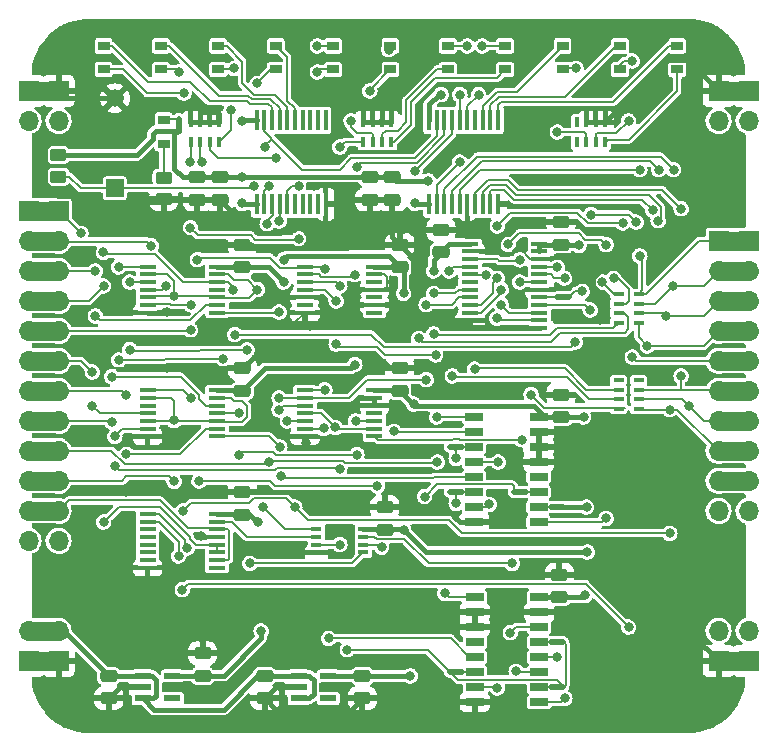
<source format=gbr>
%TF.GenerationSoftware,KiCad,Pcbnew,(6.0.5)*%
%TF.CreationDate,2022-07-26T21:03:23+02:00*%
%TF.ProjectId,Selector State,53656c65-6374-46f7-9220-53746174652e,rev?*%
%TF.SameCoordinates,Original*%
%TF.FileFunction,Copper,L1,Top*%
%TF.FilePolarity,Positive*%
%FSLAX46Y46*%
G04 Gerber Fmt 4.6, Leading zero omitted, Abs format (unit mm)*
G04 Created by KiCad (PCBNEW (6.0.5)) date 2022-07-26 21:03:23*
%MOMM*%
%LPD*%
G01*
G04 APERTURE LIST*
G04 Aperture macros list*
%AMRoundRect*
0 Rectangle with rounded corners*
0 $1 Rounding radius*
0 $2 $3 $4 $5 $6 $7 $8 $9 X,Y pos of 4 corners*
0 Add a 4 corners polygon primitive as box body*
4,1,4,$2,$3,$4,$5,$6,$7,$8,$9,$2,$3,0*
0 Add four circle primitives for the rounded corners*
1,1,$1+$1,$2,$3*
1,1,$1+$1,$4,$5*
1,1,$1+$1,$6,$7*
1,1,$1+$1,$8,$9*
0 Add four rect primitives between the rounded corners*
20,1,$1+$1,$2,$3,$4,$5,0*
20,1,$1+$1,$4,$5,$6,$7,0*
20,1,$1+$1,$6,$7,$8,$9,0*
20,1,$1+$1,$8,$9,$2,$3,0*%
G04 Aperture macros list end*
%TA.AperFunction,SMDPad,CuDef*%
%ADD10R,0.950000X0.450000*%
%TD*%
%TA.AperFunction,SMDPad,CuDef*%
%ADD11RoundRect,0.250000X0.450000X-0.262500X0.450000X0.262500X-0.450000X0.262500X-0.450000X-0.262500X0*%
%TD*%
%TA.AperFunction,SMDPad,CuDef*%
%ADD12RoundRect,0.250000X-0.475000X0.250000X-0.475000X-0.250000X0.475000X-0.250000X0.475000X0.250000X0*%
%TD*%
%TA.AperFunction,SMDPad,CuDef*%
%ADD13RoundRect,0.250000X0.475000X-0.250000X0.475000X0.250000X-0.475000X0.250000X-0.475000X-0.250000X0*%
%TD*%
%TA.AperFunction,SMDPad,CuDef*%
%ADD14R,1.400000X0.600000*%
%TD*%
%TA.AperFunction,SMDPad,CuDef*%
%ADD15R,0.900000X0.425000*%
%TD*%
%TA.AperFunction,SMDPad,CuDef*%
%ADD16R,1.000000X0.800000*%
%TD*%
%TA.AperFunction,SMDPad,CuDef*%
%ADD17R,0.425000X0.900000*%
%TD*%
%TA.AperFunction,SMDPad,CuDef*%
%ADD18R,1.550000X0.650000*%
%TD*%
%TA.AperFunction,SMDPad,CuDef*%
%ADD19R,1.475000X0.450000*%
%TD*%
%TA.AperFunction,SMDPad,CuDef*%
%ADD20C,0.500000*%
%TD*%
%TA.AperFunction,ComponentPad*%
%ADD21R,1.509000X1.509000*%
%TD*%
%TA.AperFunction,ComponentPad*%
%ADD22C,1.509000*%
%TD*%
%TA.AperFunction,SMDPad,CuDef*%
%ADD23RoundRect,0.250000X-0.450000X0.262500X-0.450000X-0.262500X0.450000X-0.262500X0.450000X0.262500X0*%
%TD*%
%TA.AperFunction,SMDPad,CuDef*%
%ADD24R,0.450000X1.800000*%
%TD*%
%TA.AperFunction,ComponentPad*%
%ADD25R,1.700000X1.700000*%
%TD*%
%TA.AperFunction,ComponentPad*%
%ADD26O,1.700000X1.700000*%
%TD*%
%TA.AperFunction,ViaPad*%
%ADD27C,0.800000*%
%TD*%
%TA.AperFunction,Conductor*%
%ADD28C,0.200000*%
%TD*%
%TA.AperFunction,Conductor*%
%ADD29C,0.450000*%
%TD*%
%TA.AperFunction,Conductor*%
%ADD30C,1.600000*%
%TD*%
G04 APERTURE END LIST*
%TO.C,NT6*%
G36*
X155190000Y-46537500D02*
G01*
X154690000Y-46537500D01*
X154690000Y-45537500D01*
X155190000Y-45537500D01*
X155190000Y-46537500D01*
G37*
%TO.C,NT5*%
G36*
X178935000Y-77402500D02*
G01*
X177935000Y-77402500D01*
X177935000Y-76902500D01*
X178935000Y-76902500D01*
X178935000Y-77402500D01*
G37*
%TO.C,NT8*%
G36*
X187507500Y-93912500D02*
G01*
X186507500Y-93912500D01*
X186507500Y-93412500D01*
X187507500Y-93412500D01*
X187507500Y-93912500D01*
G37*
%TO.C,NT3*%
G36*
X178935000Y-73592500D02*
G01*
X177935000Y-73592500D01*
X177935000Y-73092500D01*
X178935000Y-73092500D01*
X178935000Y-73592500D01*
G37*
%TO.C,NT2*%
G36*
X188007500Y-60892500D02*
G01*
X187007500Y-60892500D01*
X187007500Y-60392500D01*
X188007500Y-60392500D01*
X188007500Y-60892500D01*
G37*
%TO.C,NT4*%
G36*
X187507500Y-78672500D02*
G01*
X186507500Y-78672500D01*
X186507500Y-78172500D01*
X187507500Y-78172500D01*
X187507500Y-78672500D01*
G37*
%TO.C,NT9*%
G36*
X187507500Y-90102500D02*
G01*
X186507500Y-90102500D01*
X186507500Y-89602500D01*
X187507500Y-89602500D01*
X187507500Y-90102500D01*
G37*
%TO.C,NT1*%
G36*
X184332500Y-77402500D02*
G01*
X183332500Y-77402500D01*
X183332500Y-76902500D01*
X184332500Y-76902500D01*
X184332500Y-77402500D01*
G37*
%TO.C,NT7*%
G36*
X178935000Y-92642500D02*
G01*
X177935000Y-92642500D01*
X177935000Y-92142500D01*
X178935000Y-92142500D01*
X178935000Y-92642500D01*
G37*
%TD*%
D10*
%TO.P,IC5,1,1A*%
%TO.N,/~{PHI2} Naked*%
X166617500Y-80305000D03*
%TO.P,IC5,2,1B*%
%TO.N,/PHI2 ~{Reset}*%
X166617500Y-80955000D03*
%TO.P,IC5,3,2Y*%
%TO.N,Net-(IC5-Pad3)*%
X166617500Y-81605000D03*
%TO.P,IC5,4,GND*%
%TO.N,/GND*%
X166617500Y-82255000D03*
%TO.P,IC5,5,2A*%
%TO.N,/~{Select 0}*%
X170567500Y-82255000D03*
%TO.P,IC5,6,2B*%
%TO.N,/~{Select 4}*%
X170567500Y-81605000D03*
%TO.P,IC5,7,1Y*%
%TO.N,/~{PHI2}_{1}*%
X170567500Y-80955000D03*
%TO.P,IC5,8,3V*%
%TO.N,/3.8V*%
X170567500Y-80305000D03*
%TD*%
D11*
%TO.P,R2,1*%
%TO.N,/LED Enable*%
X144770000Y-50442500D03*
%TO.P,R2,2*%
%TO.N,/5V*%
X144770000Y-48617500D03*
%TD*%
D12*
%TO.P,C18,1*%
%TO.N,/GND*%
X172402500Y-78425000D03*
%TO.P,C18,2*%
%TO.N,/3.8V*%
X172402500Y-80325000D03*
%TD*%
D13*
%TO.P,C8,1*%
%TO.N,/GND*%
X171132500Y-52385000D03*
%TO.P,C8,2*%
%TO.N,/5V*%
X171132500Y-50485000D03*
%TD*%
D14*
%TO.P,IC1,1,VIN*%
%TO.N,/Source 5V*%
X165120000Y-92712500D03*
%TO.P,IC1,2,GND*%
%TO.N,/GND*%
X165120000Y-93662500D03*
%TO.P,IC1,3,EN*%
%TO.N,/Source 5V*%
X165120000Y-94612500D03*
%TO.P,IC1,4,PG*%
%TO.N,unconnected-(IC1-Pad4)*%
X167620000Y-94612500D03*
%TO.P,IC1,5,VOUT*%
%TO.N,/3.8V*%
X167620000Y-92712500D03*
%TD*%
D15*
%TO.P,RN5,1,R1*%
%TO.N,Net-(IC12-Pad10)*%
X192190000Y-60395000D03*
%TO.P,RN5,2,R2*%
%TO.N,Net-(IC12-Pad9)*%
X192190000Y-61195000D03*
%TO.P,RN5,3,R3*%
%TO.N,Net-(IC12-Pad8)*%
X192190000Y-61995000D03*
%TO.P,RN5,4,R4*%
%TO.N,Net-(IC12-Pad7)*%
X192190000Y-62795000D03*
%TO.P,RN5,5,R4*%
%TO.N,/~{Stop Selector}*%
X193890000Y-62795000D03*
%TO.P,RN5,6,R3*%
%TO.N,/~{Read Bank Remap}*%
X193890000Y-61995000D03*
%TO.P,RN5,7,R2*%
%TO.N,/~{Data Transmit}*%
X193890000Y-61195000D03*
%TO.P,RN5,8,R1*%
%TO.N,/~{Bank Latch}*%
X193890000Y-60395000D03*
%TD*%
D16*
%TO.P,LED8,1*%
%TO.N,Net-(LED8-Pad1)*%
X182594250Y-41370000D03*
%TO.P,LED8,2*%
%TO.N,/~{Stop Selector}^{LED}*%
X182594250Y-39370000D03*
%TD*%
D12*
%TO.P,C19,1*%
%TO.N,/GND*%
X177165000Y-54930000D03*
%TO.P,C19,2*%
%TO.N,/5V*%
X177165000Y-56830000D03*
%TD*%
%TO.P,C10,1*%
%TO.N,/GND*%
X160337500Y-77155000D03*
%TO.P,C10,2*%
%TO.N,/5V*%
X160337500Y-79055000D03*
%TD*%
D13*
%TO.P,C5,1*%
%TO.N,/GND*%
X173037500Y-52385000D03*
%TO.P,C5,2*%
%TO.N,/5V*%
X173037500Y-50485000D03*
%TD*%
D16*
%TO.P,LED1,1*%
%TO.N,Net-(LED1-Pad1)*%
X148590000Y-41370000D03*
%TO.P,LED1,2*%
%TO.N,/~{Clock Enable}^{LED}*%
X148590000Y-39370000D03*
%TD*%
D14*
%TO.P,IC13,1,VIN*%
%TO.N,/Source 5V*%
X151918478Y-92712500D03*
%TO.P,IC13,2,VSS*%
%TO.N,/GND*%
X151918478Y-93662500D03*
%TO.P,IC13,3,~{SHDN}*%
%TO.N,/Source 5V*%
X151918478Y-94612500D03*
%TO.P,IC13,4,NC*%
%TO.N,unconnected-(IC13-Pad4)*%
X154418478Y-94612500D03*
%TO.P,IC13,5,VOUT*%
%TO.N,/5V*%
X154418478Y-92712500D03*
%TD*%
D16*
%TO.P,LED2,1*%
%TO.N,Net-(LED2-Pad1)*%
X153447750Y-41370000D03*
%TO.P,LED2,2*%
%TO.N,/MPU Lock-in^{LED}*%
X153447750Y-39370000D03*
%TD*%
D13*
%TO.P,C2,1*%
%TO.N,/GND*%
X149040978Y-94612500D03*
%TO.P,C2,2*%
%TO.N,/Source 5V*%
X149040978Y-92712500D03*
%TD*%
D12*
%TO.P,C11,1*%
%TO.N,/GND*%
X160337500Y-56200000D03*
%TO.P,C11,2*%
%TO.N,/3.8V*%
X160337500Y-58100000D03*
%TD*%
%TO.P,C13,1*%
%TO.N,/GND*%
X173672500Y-56200000D03*
%TO.P,C13,2*%
%TO.N,/3.8V*%
X173672500Y-58100000D03*
%TD*%
D16*
%TO.P,LED7,1*%
%TO.N,Net-(LED7-Pad1)*%
X177736500Y-41370000D03*
%TO.P,LED7,2*%
%TO.N,/~{Read Bank Remap}^{LED}*%
X177736500Y-39370000D03*
%TD*%
%TO.P,LD13,1*%
%TO.N,Net-(LD13-Pad1)*%
X153670000Y-47656500D03*
%TO.P,LD13,2*%
%TO.N,/Power^{LED}*%
X153670000Y-45656500D03*
%TD*%
D17*
%TO.P,RN1,1,R1*%
%TO.N,Net-(LED1-Pad1)*%
X155962500Y-47522500D03*
%TO.P,RN1,2,R2*%
%TO.N,Net-(LED2-Pad1)*%
X156762500Y-47522500D03*
%TO.P,RN1,3,R3*%
%TO.N,Net-(LED3-Pad1)*%
X157562500Y-47522500D03*
%TO.P,RN1,4,R4*%
%TO.N,Net-(LED4-Pad1)*%
X158362500Y-47522500D03*
%TO.P,RN1,5,R4*%
%TO.N,/GND*%
X158362500Y-45822500D03*
%TO.P,RN1,6,R3*%
X157562500Y-45822500D03*
%TO.P,RN1,7,R2*%
X156762500Y-45822500D03*
%TO.P,RN1,8,R1*%
X155962500Y-45822500D03*
%TD*%
D16*
%TO.P,LED6,1*%
%TO.N,Net-(LED6-Pad1)*%
X172878750Y-41370000D03*
%TO.P,LED6,2*%
%TO.N,/~{Data Transmit}^{LED}*%
X172878750Y-39370000D03*
%TD*%
D12*
%TO.P,C15,1*%
%TO.N,/GND*%
X187192500Y-84140000D03*
%TO.P,C15,2*%
%TO.N,/3.8V*%
X187192500Y-86040000D03*
%TD*%
D18*
%TO.P,IC11,1,S*%
%TO.N,/MPU Lock-in*%
X180022500Y-86042500D03*
%TO.P,IC11,2,1I0*%
%TO.N,/GND*%
X180022500Y-87312500D03*
%TO.P,IC11,3,1I1*%
X180022500Y-88582500D03*
%TO.P,IC11,4,1Y*%
%TO.N,unconnected-(IC11-Pad4)*%
X180022500Y-89852500D03*
%TO.P,IC11,5,2I0*%
%TO.N,/Write Selector_{1}*%
X180022500Y-91122500D03*
%TO.P,IC11,6,2I1*%
%TO.N,/Write Selector_{2}*%
X180022500Y-92392500D03*
%TO.P,IC11,7,2Y*%
%TO.N,Net-(IC11-Pad7)*%
X180022500Y-93662500D03*
%TO.P,IC11,8,GND*%
%TO.N,/GND*%
X180022500Y-94932500D03*
%TO.P,IC11,9,3Y*%
%TO.N,Net-(IC11-Pad9)*%
X185472500Y-94932500D03*
%TO.P,IC11,10,3I1*%
%TO.N,/Read Selector_{2}*%
X185472500Y-93662500D03*
%TO.P,IC11,11,3I0*%
%TO.N,/Read Selector_{1}*%
X185472500Y-92392500D03*
%TO.P,IC11,12,4Y*%
%TO.N,Net-(IC11-Pad12)*%
X185472500Y-91122500D03*
%TO.P,IC11,13,4I1*%
%TO.N,/~{PHI2}_{2}*%
X185472500Y-89852500D03*
%TO.P,IC11,14,4I0*%
%TO.N,/~{PHI2}_{1}*%
X185472500Y-88582500D03*
%TO.P,IC11,15,~{OE}*%
%TO.N,/GND*%
X185472500Y-87312500D03*
%TO.P,IC11,16,3V*%
%TO.N,/3.8V*%
X185472500Y-86042500D03*
%TD*%
D19*
%TO.P,IC8,1,1A*%
%TO.N,/Select 1 ^{AND} Enable*%
X165654500Y-58057500D03*
%TO.P,IC8,2,1Y*%
%TO.N,/~{Bank Latch}_{1}*%
X165654500Y-58707500D03*
%TO.P,IC8,3,2A*%
%TO.N,Net-(IC5-Pad3)*%
X165654500Y-59357500D03*
%TO.P,IC8,4,2Y*%
%TO.N,Net-(IC8-Pad4)*%
X165654500Y-60007500D03*
%TO.P,IC8,5,3A*%
%TO.N,/GND*%
X165654500Y-60657500D03*
%TO.P,IC8,6,3Y*%
%TO.N,unconnected-(IC8-Pad6)*%
X165654500Y-61307500D03*
%TO.P,IC8,7,GND*%
%TO.N,/GND*%
X165654500Y-61957500D03*
%TO.P,IC8,8,4Y*%
%TO.N,unconnected-(IC8-Pad8)*%
X171530500Y-61957500D03*
%TO.P,IC8,9,4A*%
%TO.N,/GND*%
X171530500Y-61307500D03*
%TO.P,IC8,10,5Y*%
%TO.N,unconnected-(IC8-Pad10)*%
X171530500Y-60657500D03*
%TO.P,IC8,11,5A*%
%TO.N,/GND*%
X171530500Y-60007500D03*
%TO.P,IC8,12,6Y*%
%TO.N,unconnected-(IC8-Pad12)*%
X171530500Y-59357500D03*
%TO.P,IC8,13,6A*%
%TO.N,/GND*%
X171530500Y-58707500D03*
%TO.P,IC8,14,3V*%
%TO.N,/3.8V*%
X171530500Y-58057500D03*
%TD*%
D20*
%TO.P,NT6,1,1*%
%TO.N,/5V*%
X154940000Y-46537500D03*
%TO.P,NT6,2,2*%
%TO.N,/Power^{LED}*%
X154940000Y-45537500D03*
%TD*%
D13*
%TO.P,C6,1*%
%TO.N,/GND*%
X158432500Y-52385000D03*
%TO.P,C6,2*%
%TO.N,/5V*%
X158432500Y-50485000D03*
%TD*%
D20*
%TO.P,NT5,1,1*%
%TO.N,Net-(IC8-Pad4)*%
X177935000Y-77152500D03*
%TO.P,NT5,2,2*%
%TO.N,/~{Data Transmit}_{2}*%
X178935000Y-77152500D03*
%TD*%
D19*
%TO.P,IC4,1,QB*%
%TO.N,/Board ~{Reset}*%
X152319500Y-79005000D03*
%TO.P,IC4,2,QC*%
%TO.N,/MPU ~{Reset}*%
X152319500Y-79655000D03*
%TO.P,IC4,3,QD*%
%TO.N,unconnected-(IC4-Pad3)*%
X152319500Y-80305000D03*
%TO.P,IC4,4,QE*%
%TO.N,unconnected-(IC4-Pad4)*%
X152319500Y-80955000D03*
%TO.P,IC4,5,QF*%
%TO.N,unconnected-(IC4-Pad5)*%
X152319500Y-81605000D03*
%TO.P,IC4,6,QG*%
%TO.N,unconnected-(IC4-Pad6)*%
X152319500Y-82255000D03*
%TO.P,IC4,7,QH*%
%TO.N,unconnected-(IC4-Pad7)*%
X152319500Y-82905000D03*
%TO.P,IC4,8,GND*%
%TO.N,/GND*%
X152319500Y-83555000D03*
%TO.P,IC4,9,QH'*%
%TO.N,unconnected-(IC4-Pad9)*%
X158195500Y-83555000D03*
%TO.P,IC4,10,~{SCLR}*%
%TO.N,/~{Reset}*%
X158195500Y-82905000D03*
%TO.P,IC4,11,SCK*%
%TO.N,/~{Select 3}*%
X158195500Y-82255000D03*
%TO.P,IC4,12,RCK*%
X158195500Y-81605000D03*
%TO.P,IC4,13,~{G}*%
%TO.N,/GND*%
X158195500Y-80955000D03*
%TO.P,IC4,14,SI*%
%TO.N,/~{Reset}*%
X158195500Y-80305000D03*
%TO.P,IC4,15,QA*%
%TO.N,/PHI2 ~{Reset}*%
X158195500Y-79655000D03*
%TO.P,IC4,16,5V*%
%TO.N,/5V*%
X158195500Y-79005000D03*
%TD*%
D21*
%TO.P,S1,1,COM*%
%TO.N,/LED Enable*%
X149542500Y-51435000D03*
D22*
%TO.P,S1,2,NO*%
%TO.N,/GND*%
X149542500Y-43815000D03*
%TD*%
D19*
%TO.P,IC12,1,5V*%
%TO.N,/5V*%
X179624500Y-56115000D03*
%TO.P,IC12,2,DIR*%
%TO.N,/GND*%
X179624500Y-56765000D03*
%TO.P,IC12,3,A0*%
%TO.N,Net-(IC12-Pad3)*%
X179624500Y-57415000D03*
%TO.P,IC12,4,A1*%
%TO.N,Net-(IC12-Pad4)*%
X179624500Y-58065000D03*
%TO.P,IC12,5,A2*%
%TO.N,Net-(IC12-Pad5)*%
X179624500Y-58715000D03*
%TO.P,IC12,6,A3*%
%TO.N,unconnected-(IC12-Pad6)*%
X179624500Y-59365000D03*
%TO.P,IC12,7,A4*%
%TO.N,Net-(IC12-Pad7)*%
X179624500Y-60015000D03*
%TO.P,IC12,8,A5*%
%TO.N,Net-(IC12-Pad8)*%
X179624500Y-60665000D03*
%TO.P,IC12,9,A6*%
%TO.N,Net-(IC12-Pad9)*%
X179624500Y-61315000D03*
%TO.P,IC12,10,A7*%
%TO.N,Net-(IC12-Pad10)*%
X179624500Y-61965000D03*
%TO.P,IC12,11,GND*%
%TO.N,/GND*%
X179624500Y-62615000D03*
%TO.P,IC12,12,GND*%
X179624500Y-63265000D03*
%TO.P,IC12,13,GND*%
X185500500Y-63265000D03*
%TO.P,IC12,14,B7*%
%TO.N,Net-(IC10-Pad4)*%
X185500500Y-62615000D03*
%TO.P,IC12,15,B6*%
%TO.N,Net-(IC10-Pad7)*%
X185500500Y-61965000D03*
%TO.P,IC12,16,B5*%
%TO.N,Net-(IC10-Pad9)*%
X185500500Y-61315000D03*
%TO.P,IC12,17,B4*%
%TO.N,Net-(IC12-Pad17)*%
X185500500Y-60665000D03*
%TO.P,IC12,18,B3*%
%TO.N,/GND*%
X185500500Y-60015000D03*
%TO.P,IC12,19,B2*%
%TO.N,Net-(IC11-Pad7)*%
X185500500Y-59365000D03*
%TO.P,IC12,20,B1*%
%TO.N,Net-(IC11-Pad9)*%
X185500500Y-58715000D03*
%TO.P,IC12,21,B0*%
%TO.N,Net-(IC11-Pad12)*%
X185500500Y-58065000D03*
%TO.P,IC12,22,~{OE}*%
%TO.N,/GND*%
X185500500Y-57415000D03*
%TO.P,IC12,23,3V*%
%TO.N,/3.8V*%
X185500500Y-56765000D03*
%TO.P,IC12,24,3V*%
X185500500Y-56115000D03*
%TD*%
D23*
%TO.P,R3,1*%
%TO.N,Net-(LD13-Pad1)*%
X153680000Y-50522500D03*
%TO.P,R3,2*%
%TO.N,/GND*%
X153680000Y-52347500D03*
%TD*%
D16*
%TO.P,LED3,1*%
%TO.N,Net-(LED3-Pad1)*%
X158305500Y-41370000D03*
%TO.P,LED3,2*%
%TO.N,/Board ~{Reset}^{LED}*%
X158305500Y-39370000D03*
%TD*%
D24*
%TO.P,IC6,1,DIR*%
%TO.N,/5V*%
X161540000Y-52762500D03*
%TO.P,IC6,2,A1*%
%TO.N,/~{Clock Enable}*%
X162190000Y-52762500D03*
%TO.P,IC6,3,A2*%
%TO.N,/MPU Lock-in*%
X162840000Y-52762500D03*
%TO.P,IC6,4,A3*%
%TO.N,/Board ~{Reset}*%
X163490000Y-52762500D03*
%TO.P,IC6,5,A4*%
%TO.N,/MPU ~{Reset}*%
X164140000Y-52762500D03*
%TO.P,IC6,6,A5*%
%TO.N,unconnected-(IC6-Pad6)*%
X164790000Y-52762500D03*
%TO.P,IC6,7,A6*%
%TO.N,unconnected-(IC6-Pad7)*%
X165440000Y-52762500D03*
%TO.P,IC6,8,A7*%
%TO.N,unconnected-(IC6-Pad8)*%
X166090000Y-52762500D03*
%TO.P,IC6,9,A8*%
%TO.N,unconnected-(IC6-Pad9)*%
X166740000Y-52762500D03*
%TO.P,IC6,10,GND*%
%TO.N,/GND*%
X167390000Y-52762500D03*
%TO.P,IC6,11,B8*%
%TO.N,unconnected-(IC6-Pad11)*%
X167390000Y-45662500D03*
%TO.P,IC6,12,B7*%
%TO.N,unconnected-(IC6-Pad12)*%
X166740000Y-45662500D03*
%TO.P,IC6,13,B6*%
%TO.N,unconnected-(IC6-Pad13)*%
X166090000Y-45662500D03*
%TO.P,IC6,14,B5*%
%TO.N,unconnected-(IC6-Pad14)*%
X165440000Y-45662500D03*
%TO.P,IC6,15,B4*%
%TO.N,/MPU ~{Reset}^{LED}*%
X164790000Y-45662500D03*
%TO.P,IC6,16,B3*%
%TO.N,/Board ~{Reset}^{LED}*%
X164140000Y-45662500D03*
%TO.P,IC6,17,B2*%
%TO.N,/MPU Lock-in^{LED}*%
X163490000Y-45662500D03*
%TO.P,IC6,18,B1*%
%TO.N,/~{Clock Enable}^{LED}*%
X162840000Y-45662500D03*
%TO.P,IC6,19,~{OE}*%
%TO.N,/LED Enable*%
X162190000Y-45662500D03*
%TO.P,IC6,20,5V*%
%TO.N,/5V*%
X161540000Y-45662500D03*
%TD*%
D20*
%TO.P,NT8,1,1*%
%TO.N,Net-(IC5-Pad3)*%
X187507500Y-93662500D03*
%TO.P,NT8,2,2*%
%TO.N,/Read Selector_{2}*%
X186507500Y-93662500D03*
%TD*%
D15*
%TO.P,RN6,1,R1*%
%TO.N,unconnected-(RN6-Pad1)*%
X192190000Y-67697500D03*
%TO.P,RN6,2,R2*%
%TO.N,Net-(IC12-Pad5)*%
X192190000Y-68497500D03*
%TO.P,RN6,3,R3*%
%TO.N,Net-(IC12-Pad4)*%
X192190000Y-69297500D03*
%TO.P,RN6,4,R4*%
%TO.N,Net-(IC12-Pad3)*%
X192190000Y-70097500D03*
%TO.P,RN6,5,R4*%
%TO.N,/~{PHI2}*%
X193890000Y-70097500D03*
%TO.P,RN6,6,R3*%
%TO.N,/Read Selector*%
X193890000Y-69297500D03*
%TO.P,RN6,7,R2*%
%TO.N,/Write Selector*%
X193890000Y-68497500D03*
%TO.P,RN6,8,R1*%
%TO.N,unconnected-(RN6-Pad8)*%
X193890000Y-67697500D03*
%TD*%
D12*
%TO.P,C14,1*%
%TO.N,/GND*%
X160337500Y-66680000D03*
%TO.P,C14,2*%
%TO.N,/3.8V*%
X160337500Y-68580000D03*
%TD*%
D20*
%TO.P,NT3,1,1*%
%TO.N,Net-(IC8-Pad4)*%
X177935000Y-73342500D03*
%TO.P,NT3,2,2*%
%TO.N,/~{Bank Latch}_{2}*%
X178935000Y-73342500D03*
%TD*%
%TO.P,NT2,1,1*%
%TO.N,/~{Select 3}*%
X188007500Y-60642500D03*
%TO.P,NT2,2,2*%
%TO.N,Net-(IC12-Pad17)*%
X187007500Y-60642500D03*
%TD*%
D12*
%TO.P,C12,1*%
%TO.N,/GND*%
X173672500Y-66680000D03*
%TO.P,C12,2*%
%TO.N,/3.8V*%
X173672500Y-68580000D03*
%TD*%
D16*
%TO.P,LD11,1*%
%TO.N,Net-(LD11-Pad1)*%
X192309750Y-41370000D03*
%TO.P,LD11,2*%
%TO.N,/Read Selector^{LED}*%
X192309750Y-39370000D03*
%TD*%
D17*
%TO.P,RN3,1,R1*%
%TO.N,unconnected-(RN3-Pad1)*%
X188665000Y-47522500D03*
%TO.P,RN3,2,R2*%
%TO.N,Net-(LD10-Pad1)*%
X189465000Y-47522500D03*
%TO.P,RN3,3,R3*%
%TO.N,Net-(LD11-Pad1)*%
X190265000Y-47522500D03*
%TO.P,RN3,4,R4*%
%TO.N,Net-(LD12-Pad1)*%
X191065000Y-47522500D03*
%TO.P,RN3,5,R4*%
%TO.N,/GND*%
X191065000Y-45822500D03*
%TO.P,RN3,6,R3*%
X190265000Y-45822500D03*
%TO.P,RN3,7,R2*%
X189465000Y-45822500D03*
%TO.P,RN3,8,R1*%
%TO.N,unconnected-(RN3-Pad8)*%
X188665000Y-45822500D03*
%TD*%
D24*
%TO.P,IC7,1,DIR*%
%TO.N,/5V*%
X176145000Y-52762500D03*
%TO.P,IC7,2,A1*%
%TO.N,/~{Bank Latch}*%
X176795000Y-52762500D03*
%TO.P,IC7,3,A2*%
%TO.N,/~{Data Transmit}*%
X177445000Y-52762500D03*
%TO.P,IC7,4,A3*%
%TO.N,/~{Read Bank Remap}*%
X178095000Y-52762500D03*
%TO.P,IC7,5,A4*%
%TO.N,/~{Stop Selector}*%
X178745000Y-52762500D03*
%TO.P,IC7,6,A5*%
%TO.N,/GND*%
X179395000Y-52762500D03*
%TO.P,IC7,7,A6*%
%TO.N,/Write Selector*%
X180045000Y-52762500D03*
%TO.P,IC7,8,A7*%
%TO.N,/Read Selector*%
X180695000Y-52762500D03*
%TO.P,IC7,9,A8*%
%TO.N,/~{PHI2}*%
X181345000Y-52762500D03*
%TO.P,IC7,10,GND*%
%TO.N,/GND*%
X181995000Y-52762500D03*
%TO.P,IC7,11,B8*%
%TO.N,/~{PHI2}^{LED}*%
X181995000Y-45662500D03*
%TO.P,IC7,12,B7*%
%TO.N,/Read Selector^{LED}*%
X181345000Y-45662500D03*
%TO.P,IC7,13,B6*%
%TO.N,/Write Selector^{LED}*%
X180695000Y-45662500D03*
%TO.P,IC7,14,B5*%
%TO.N,unconnected-(IC7-Pad14)*%
X180045000Y-45662500D03*
%TO.P,IC7,15,B4*%
%TO.N,/~{Stop Selector}^{LED}*%
X179395000Y-45662500D03*
%TO.P,IC7,16,B3*%
%TO.N,/~{Read Bank Remap}^{LED}*%
X178745000Y-45662500D03*
%TO.P,IC7,17,B2*%
%TO.N,/~{Data Transmit}^{LED}*%
X178095000Y-45662500D03*
%TO.P,IC7,18,B1*%
%TO.N,/~{Bank Latch}^{LED}*%
X177445000Y-45662500D03*
%TO.P,IC7,19,~{OE}*%
%TO.N,/LED Enable*%
X176795000Y-45662500D03*
%TO.P,IC7,20,5V*%
%TO.N,/5V*%
X176145000Y-45662500D03*
%TD*%
D19*
%TO.P,IC9,1,1A*%
%TO.N,/Select 1 ^{AND} Enable*%
X165654500Y-68535000D03*
%TO.P,IC9,2,1B*%
%TO.N,/Select 2 ^{AND} Enable*%
X165654500Y-69185000D03*
%TO.P,IC9,3,1Y*%
%TO.N,/~{Data Transmit}_{1}*%
X165654500Y-69835000D03*
%TO.P,IC9,4,2A*%
%TO.N,/Select 5 ^{AND} Enable*%
X165654500Y-70485000D03*
%TO.P,IC9,5,2B*%
%TO.N,/Select 6 ^{AND} Enable*%
X165654500Y-71135000D03*
%TO.P,IC9,6,2Y*%
%TO.N,/Write Selector_{1}*%
X165654500Y-71785000D03*
%TO.P,IC9,7,GND*%
%TO.N,/GND*%
X165654500Y-72435000D03*
%TO.P,IC9,8,3Y*%
%TO.N,/Read Selector_{1}*%
X171530500Y-72435000D03*
%TO.P,IC9,9,3A*%
%TO.N,/Select 5 ^{AND} Enable*%
X171530500Y-71785000D03*
%TO.P,IC9,10,3B*%
%TO.N,/Select 7 ^{AND} Enable*%
X171530500Y-71135000D03*
%TO.P,IC9,11,4Y*%
%TO.N,unconnected-(IC9-Pad11)*%
X171530500Y-70485000D03*
%TO.P,IC9,12,4A*%
%TO.N,/GND*%
X171530500Y-69835000D03*
%TO.P,IC9,13,4B*%
X171530500Y-69185000D03*
%TO.P,IC9,14,3V*%
%TO.N,/3.8V*%
X171530500Y-68535000D03*
%TD*%
D17*
%TO.P,RN2,1,R1*%
%TO.N,Net-(LED5-Pad1)*%
X170567500Y-47522500D03*
%TO.P,RN2,2,R2*%
%TO.N,Net-(LED6-Pad1)*%
X171367500Y-47522500D03*
%TO.P,RN2,3,R3*%
%TO.N,Net-(LED7-Pad1)*%
X172167500Y-47522500D03*
%TO.P,RN2,4,R4*%
%TO.N,Net-(LED8-Pad1)*%
X172967500Y-47522500D03*
%TO.P,RN2,5,R4*%
%TO.N,/GND*%
X172967500Y-45822500D03*
%TO.P,RN2,6,R3*%
X172167500Y-45822500D03*
%TO.P,RN2,7,R2*%
X171367500Y-45822500D03*
%TO.P,RN2,8,R1*%
X170567500Y-45822500D03*
%TD*%
D13*
%TO.P,C9,1*%
%TO.N,/GND*%
X156527500Y-52385000D03*
%TO.P,C9,2*%
%TO.N,/5V*%
X156527500Y-50485000D03*
%TD*%
D12*
%TO.P,C16,1*%
%TO.N,/GND*%
X187325000Y-68900000D03*
%TO.P,C16,2*%
%TO.N,/3.8V*%
X187325000Y-70800000D03*
%TD*%
D18*
%TO.P,IC10,1,S*%
%TO.N,/MPU Lock-in*%
X179970000Y-70802500D03*
%TO.P,IC10,2,1I0*%
%TO.N,/~{Bank Latch}_{1}*%
X179970000Y-72072500D03*
%TO.P,IC10,3,1I1*%
%TO.N,/~{Bank Latch}_{2}*%
X179970000Y-73342500D03*
%TO.P,IC10,4,1Y*%
%TO.N,Net-(IC10-Pad4)*%
X179970000Y-74612500D03*
%TO.P,IC10,5,2I0*%
%TO.N,/~{Data Transmit}_{1}*%
X179970000Y-75882500D03*
%TO.P,IC10,6,2I1*%
%TO.N,/~{Data Transmit}_{2}*%
X179970000Y-77152500D03*
%TO.P,IC10,7,2Y*%
%TO.N,Net-(IC10-Pad7)*%
X179970000Y-78422500D03*
%TO.P,IC10,8,GND*%
%TO.N,/GND*%
X179970000Y-79692500D03*
%TO.P,IC10,9,3Y*%
%TO.N,Net-(IC10-Pad9)*%
X185420000Y-79692500D03*
%TO.P,IC10,10,3I1*%
%TO.N,/~{Read Bank Remap}_{2}*%
X185420000Y-78422500D03*
%TO.P,IC10,11,3I0*%
%TO.N,/~{Read Bank Remap}_{1}*%
X185420000Y-77152500D03*
%TO.P,IC10,12,4Y*%
%TO.N,unconnected-(IC10-Pad12)*%
X185420000Y-75882500D03*
%TO.P,IC10,13,4I1*%
%TO.N,/GND*%
X185420000Y-74612500D03*
%TO.P,IC10,14,4I0*%
X185420000Y-73342500D03*
%TO.P,IC10,15,~{OE}*%
X185420000Y-72072500D03*
%TO.P,IC10,16,3V*%
%TO.N,/3.8V*%
X185420000Y-70802500D03*
%TD*%
D16*
%TO.P,LED4,1*%
%TO.N,Net-(LED4-Pad1)*%
X163163250Y-41370000D03*
%TO.P,LED4,2*%
%TO.N,/MPU ~{Reset}^{LED}*%
X163163250Y-39370000D03*
%TD*%
D12*
%TO.P,C4,1*%
%TO.N,/GND*%
X156978478Y-90807500D03*
%TO.P,C4,2*%
%TO.N,/5V*%
X156978478Y-92707500D03*
%TD*%
%TO.P,C17,1*%
%TO.N,/GND*%
X187325000Y-54295000D03*
%TO.P,C17,2*%
%TO.N,/3.8V*%
X187325000Y-56195000D03*
%TD*%
D20*
%TO.P,NT4,1,1*%
%TO.N,/3.8V*%
X187507500Y-78422500D03*
%TO.P,NT4,2,2*%
%TO.N,/~{Read Bank Remap}_{2}*%
X186507500Y-78422500D03*
%TD*%
D13*
%TO.P,C1,1*%
%TO.N,/GND*%
X162242500Y-94612500D03*
%TO.P,C1,2*%
%TO.N,/Source 5V*%
X162242500Y-92712500D03*
%TD*%
D19*
%TO.P,IC2,1,1A*%
%TO.N,/~{Select 0}*%
X152319500Y-58057500D03*
%TO.P,IC2,2,1B*%
%TO.N,/~{Clock Enable}*%
X152319500Y-58707500D03*
%TO.P,IC2,3,1Y*%
%TO.N,/~{PHI2} Naked*%
X152319500Y-59357500D03*
%TO.P,IC2,4,2A*%
%TO.N,/~{Select 1}*%
X152319500Y-60007500D03*
%TO.P,IC2,5,2B*%
%TO.N,/~{Clock Enable}*%
X152319500Y-60657500D03*
%TO.P,IC2,6,2Y*%
%TO.N,/Select 1 ^{AND} Enable*%
X152319500Y-61307500D03*
%TO.P,IC2,7,GND*%
%TO.N,/GND*%
X152319500Y-61957500D03*
%TO.P,IC2,8,3Y*%
%TO.N,/Select 2 ^{AND} Enable*%
X158195500Y-61957500D03*
%TO.P,IC2,9,3A*%
%TO.N,/~{Select 2}*%
X158195500Y-61307500D03*
%TO.P,IC2,10,3B*%
%TO.N,/~{Clock Enable}*%
X158195500Y-60657500D03*
%TO.P,IC2,11,4Y*%
%TO.N,unconnected-(IC2-Pad11)*%
X158195500Y-60007500D03*
%TO.P,IC2,12,4A*%
%TO.N,/~{Select 3}*%
X158195500Y-59357500D03*
%TO.P,IC2,13,4B*%
%TO.N,/~{Clock Enable}*%
X158195500Y-58707500D03*
%TO.P,IC2,14,3V*%
%TO.N,/3.8V*%
X158195500Y-58057500D03*
%TD*%
D16*
%TO.P,LD12,1*%
%TO.N,Net-(LD12-Pad1)*%
X197167500Y-41370000D03*
%TO.P,LD12,2*%
%TO.N,/~{PHI2}^{LED}*%
X197167500Y-39370000D03*
%TD*%
D13*
%TO.P,C7,1*%
%TO.N,/GND*%
X170497500Y-94612500D03*
%TO.P,C7,2*%
%TO.N,/3.8V*%
X170497500Y-92712500D03*
%TD*%
D19*
%TO.P,IC3,1,1A*%
%TO.N,/~{Select 4}*%
X152319500Y-68535000D03*
%TO.P,IC3,2,1B*%
%TO.N,/~{Clock Enable}*%
X152319500Y-69185000D03*
%TO.P,IC3,3,1Y*%
%TO.N,unconnected-(IC3-Pad3)*%
X152319500Y-69835000D03*
%TO.P,IC3,4,2A*%
%TO.N,/~{Select 5}*%
X152319500Y-70485000D03*
%TO.P,IC3,5,2B*%
%TO.N,/~{Clock Enable}*%
X152319500Y-71135000D03*
%TO.P,IC3,6,2Y*%
%TO.N,/Select 5 ^{AND} Enable*%
X152319500Y-71785000D03*
%TO.P,IC3,7,GND*%
%TO.N,/GND*%
X152319500Y-72435000D03*
%TO.P,IC3,8,3Y*%
%TO.N,/Select 6 ^{AND} Enable*%
X158195500Y-72435000D03*
%TO.P,IC3,9,3A*%
%TO.N,/~{Select 6}*%
X158195500Y-71785000D03*
%TO.P,IC3,10,3B*%
%TO.N,/~{Clock Enable}*%
X158195500Y-71135000D03*
%TO.P,IC3,11,4Y*%
%TO.N,/Select 7 ^{AND} Enable*%
X158195500Y-70485000D03*
%TO.P,IC3,12,4A*%
%TO.N,/~{Select 7}*%
X158195500Y-69835000D03*
%TO.P,IC3,13,4B*%
%TO.N,/~{Clock Enable}*%
X158195500Y-69185000D03*
%TO.P,IC3,14,3V*%
%TO.N,/3.8V*%
X158195500Y-68535000D03*
%TD*%
D20*
%TO.P,NT9,1,1*%
%TO.N,Net-(IC5-Pad3)*%
X187507500Y-89852500D03*
%TO.P,NT9,2,2*%
%TO.N,/~{PHI2}_{2}*%
X186507500Y-89852500D03*
%TD*%
%TO.P,NT1,1,1*%
%TO.N,/Select 2 ^{AND} Enable*%
X183332500Y-77152500D03*
%TO.P,NT1,2,2*%
%TO.N,/~{Read Bank Remap}_{1}*%
X184332500Y-77152500D03*
%TD*%
D16*
%TO.P,LD10,1*%
%TO.N,Net-(LD10-Pad1)*%
X187452000Y-41370000D03*
%TO.P,LD10,2*%
%TO.N,/Write Selector^{LED}*%
X187452000Y-39370000D03*
%TD*%
%TO.P,LED5,1*%
%TO.N,Net-(LED5-Pad1)*%
X168021000Y-41370000D03*
%TO.P,LED5,2*%
%TO.N,/~{Bank Latch}^{LED}*%
X168021000Y-39370000D03*
%TD*%
D20*
%TO.P,NT7,1,1*%
%TO.N,Net-(IC5-Pad3)*%
X177935000Y-92392500D03*
%TO.P,NT7,2,2*%
%TO.N,/Write Selector_{2}*%
X178935000Y-92392500D03*
%TD*%
D25*
%TO.P,J12,1,Pin_1*%
%TO.N,/GND*%
X200660000Y-91440000D03*
D26*
%TO.P,J12,2,Pin_2*%
%TO.N,unconnected-(J12-Pad2)*%
X200660000Y-88900000D03*
%TD*%
D25*
%TO.P,J2,1,Pin_1*%
%TO.N,/~{Select 0}*%
X142240000Y-53340000D03*
D26*
%TO.P,J2,2,Pin_2*%
%TO.N,/~{Select 1}*%
X142240000Y-55880000D03*
%TO.P,J2,3,Pin_3*%
%TO.N,/~{Select 2}*%
X142240000Y-58420000D03*
%TO.P,J2,4,Pin_4*%
%TO.N,/~{Select 3}*%
X142240000Y-60960000D03*
%TO.P,J2,5,Pin_5*%
%TO.N,/~{Select 4}*%
X142240000Y-63500000D03*
%TO.P,J2,6,Pin_6*%
%TO.N,/~{Select 5}*%
X142240000Y-66040000D03*
%TO.P,J2,7,Pin_7*%
%TO.N,/~{Select 6}*%
X142240000Y-68580000D03*
%TO.P,J2,8,Pin_8*%
%TO.N,/~{Select 7}*%
X142240000Y-71120000D03*
%TO.P,J2,9,Pin_9*%
%TO.N,/MPU Lock-in*%
X142240000Y-73660000D03*
%TO.P,J2,10,Pin_10*%
%TO.N,/~{Clock Enable}*%
X142240000Y-76200000D03*
%TO.P,J2,11,Pin_11*%
%TO.N,/~{Reset}*%
X142240000Y-78740000D03*
%TO.P,J2,12,Pin_12*%
%TO.N,unconnected-(J2-Pad12)*%
X142240000Y-81280000D03*
%TD*%
D25*
%TO.P,J6,1,Pin_1*%
%TO.N,/GND*%
X142240000Y-91440000D03*
D26*
%TO.P,J6,2,Pin_2*%
%TO.N,/Source 5V*%
X142240000Y-88900000D03*
%TD*%
D25*
%TO.P,J4,1,Pin_1*%
%TO.N,/GND*%
X142240000Y-43180000D03*
D26*
%TO.P,J4,2,Pin_2*%
%TO.N,unconnected-(J4-Pad2)*%
X142240000Y-45720000D03*
%TD*%
D25*
%TO.P,J3,1,Pin_1*%
%TO.N,/GND*%
X144780000Y-91440000D03*
D26*
%TO.P,J3,2,Pin_2*%
%TO.N,/Source 5V*%
X144780000Y-88900000D03*
%TD*%
D25*
%TO.P,J5,1,Pin_1*%
%TO.N,/~{Select 0}*%
X144780000Y-53340000D03*
D26*
%TO.P,J5,2,Pin_2*%
%TO.N,/~{Select 1}*%
X144780000Y-55880000D03*
%TO.P,J5,3,Pin_3*%
%TO.N,/~{Select 2}*%
X144780000Y-58420000D03*
%TO.P,J5,4,Pin_4*%
%TO.N,/~{Select 3}*%
X144780000Y-60960000D03*
%TO.P,J5,5,Pin_5*%
%TO.N,/~{Select 4}*%
X144780000Y-63500000D03*
%TO.P,J5,6,Pin_6*%
%TO.N,/~{Select 5}*%
X144780000Y-66040000D03*
%TO.P,J5,7,Pin_7*%
%TO.N,/~{Select 6}*%
X144780000Y-68580000D03*
%TO.P,J5,8,Pin_8*%
%TO.N,/~{Select 7}*%
X144780000Y-71120000D03*
%TO.P,J5,9,Pin_9*%
%TO.N,/MPU Lock-in*%
X144780000Y-73660000D03*
%TO.P,J5,10,Pin_10*%
%TO.N,/~{Clock Enable}*%
X144780000Y-76200000D03*
%TO.P,J5,11,Pin_11*%
%TO.N,/~{Reset}*%
X144780000Y-78740000D03*
%TO.P,J5,12,Pin_12*%
%TO.N,unconnected-(J5-Pad12)*%
X144780000Y-81280000D03*
%TD*%
D25*
%TO.P,J10,1,Pin_1*%
%TO.N,/GND*%
X203200000Y-43180000D03*
D26*
%TO.P,J10,2,Pin_2*%
%TO.N,unconnected-(J10-Pad2)*%
X203200000Y-45720000D03*
%TD*%
D25*
%TO.P,J8,1,Pin_1*%
%TO.N,/~{Bank Latch}*%
X200660000Y-55880000D03*
D26*
%TO.P,J8,2,Pin_2*%
%TO.N,/~{Data Transmit}*%
X200660000Y-58420000D03*
%TO.P,J8,3,Pin_3*%
%TO.N,/~{Read Bank Remap}*%
X200660000Y-60960000D03*
%TO.P,J8,4,Pin_4*%
%TO.N,/~{Stop Selector}*%
X200660000Y-63500000D03*
%TO.P,J8,5,Pin_5*%
%TO.N,/MPU ~{Reset}*%
X200660000Y-66040000D03*
%TO.P,J8,6,Pin_6*%
%TO.N,/Write Selector*%
X200660000Y-68580000D03*
%TO.P,J8,7,Pin_7*%
%TO.N,/Read Selector*%
X200660000Y-71120000D03*
%TO.P,J8,8,Pin_8*%
%TO.N,/~{PHI2}*%
X200660000Y-73660000D03*
%TO.P,J8,9,Pin_9*%
%TO.N,/Board ~{Reset}*%
X200660000Y-76200000D03*
%TO.P,J8,10,Pin_10*%
%TO.N,unconnected-(J8-Pad10)*%
X200660000Y-78740000D03*
%TD*%
D25*
%TO.P,J1,1,Pin_1*%
%TO.N,/GND*%
X144780000Y-43180000D03*
D26*
%TO.P,J1,2,Pin_2*%
%TO.N,unconnected-(J1-Pad2)*%
X144780000Y-45720000D03*
%TD*%
D25*
%TO.P,J7,1,Pin_1*%
%TO.N,/GND*%
X200660000Y-43180000D03*
D26*
%TO.P,J7,2,Pin_2*%
%TO.N,unconnected-(J7-Pad2)*%
X200660000Y-45720000D03*
%TD*%
D25*
%TO.P,J11,1,Pin_1*%
%TO.N,/~{Bank Latch}*%
X203200000Y-55880000D03*
D26*
%TO.P,J11,2,Pin_2*%
%TO.N,/~{Data Transmit}*%
X203200000Y-58420000D03*
%TO.P,J11,3,Pin_3*%
%TO.N,/~{Read Bank Remap}*%
X203200000Y-60960000D03*
%TO.P,J11,4,Pin_4*%
%TO.N,/~{Stop Selector}*%
X203200000Y-63500000D03*
%TO.P,J11,5,Pin_5*%
%TO.N,/MPU ~{Reset}*%
X203200000Y-66040000D03*
%TO.P,J11,6,Pin_6*%
%TO.N,/Write Selector*%
X203200000Y-68580000D03*
%TO.P,J11,7,Pin_7*%
%TO.N,/Read Selector*%
X203200000Y-71120000D03*
%TO.P,J11,8,Pin_8*%
%TO.N,/~{PHI2}*%
X203200000Y-73660000D03*
%TO.P,J11,9,Pin_9*%
%TO.N,/Board ~{Reset}*%
X203200000Y-76200000D03*
%TO.P,J11,10,Pin_10*%
%TO.N,unconnected-(J11-Pad10)*%
X203200000Y-78740000D03*
%TD*%
D25*
%TO.P,J9,1,Pin_1*%
%TO.N,/GND*%
X203200000Y-91440000D03*
D26*
%TO.P,J9,2,Pin_2*%
%TO.N,unconnected-(J9-Pad2)*%
X203200000Y-88900000D03*
%TD*%
D27*
%TO.N,/~{Select 0}*%
X158700735Y-65855500D03*
X149860000Y-65975500D03*
X149860000Y-58102500D03*
X160972500Y-83185000D03*
X146685000Y-55245000D03*
%TO.N,/~{Clock Enable}*%
X161607500Y-60007500D03*
X154558000Y-60577999D03*
X162560000Y-51262997D03*
X154558000Y-76239757D03*
X154558000Y-71088516D03*
%TO.N,/~{PHI2} Naked*%
X162048804Y-78379011D03*
X150812500Y-59372500D03*
X150812500Y-65087500D03*
X160744301Y-65108878D03*
%TO.N,/~{Select 1}*%
X153858500Y-59690000D03*
X152634735Y-56283326D03*
%TO.N,/~{Select 2}*%
X147890500Y-62230000D03*
X147890500Y-58420000D03*
%TO.N,/~{Select 3}*%
X148571628Y-56850872D03*
X159702500Y-63817500D03*
X188533499Y-64452500D03*
X189115227Y-60157616D03*
X159532502Y-60007500D03*
X148590000Y-79692500D03*
X148590000Y-59690000D03*
%TO.N,/~{Select 4}*%
X156674010Y-76200000D03*
X172141549Y-81824020D03*
X171767500Y-76643429D03*
X155957000Y-69215000D03*
X155957000Y-63435500D03*
%TO.N,/~{Select 5}*%
X147637500Y-66992500D03*
X147637500Y-69850000D03*
%TO.N,/~{Select 6}*%
X150531744Y-73940756D03*
X150495000Y-68897500D03*
%TO.N,/~{Select 7}*%
X149283568Y-71184500D03*
X149283595Y-67374500D03*
%TO.N,/Board ~{Reset}*%
X155683352Y-81881844D03*
X163454805Y-54193314D03*
X155322000Y-78740002D03*
X196532500Y-80645000D03*
X164782500Y-78422500D03*
%TO.N,/~{PHI2}_{1}*%
X183026511Y-89057578D03*
X183197500Y-83185000D03*
%TO.N,/LED Enable*%
X162242500Y-47942502D03*
X161290000Y-51262997D03*
%TO.N,/~{Bank Latch}_{1}*%
X173165500Y-72008000D03*
X169862500Y-58737500D03*
%TO.N,/~{Data Transmit}_{1}*%
X163599871Y-75827267D03*
X163448000Y-70167500D03*
%TO.N,/Write Selector_{1}*%
X167220870Y-71764210D03*
X167640000Y-89535000D03*
%TO.N,/Read Selector_{1}*%
X183515000Y-92328000D03*
X183979011Y-72707500D03*
%TO.N,/MPU Lock-in*%
X162447486Y-54420500D03*
X177482500Y-85725000D03*
X176847500Y-74612500D03*
X162560000Y-74612500D03*
X176783000Y-70802500D03*
%TO.N,/~{Bank Latch}*%
X178752500Y-49212500D03*
X193992500Y-57150000D03*
X189865000Y-53657500D03*
X193675000Y-54292500D03*
%TO.N,/~{Data Transmit}*%
X196785500Y-59690000D03*
X196849999Y-49847499D03*
%TO.N,/~{Read Bank Remap}*%
X195580000Y-49847500D03*
X196215000Y-62230000D03*
%TO.N,/Write Selector*%
X197485000Y-53159459D03*
X197485000Y-67310000D03*
%TO.N,/Read Selector*%
X198120000Y-69850000D03*
X195541368Y-54174699D03*
%TO.N,/~{PHI2}*%
X196532500Y-70167500D03*
X195070029Y-53293311D03*
%TO.N,Net-(LED1-Pad1)*%
X155397878Y-43357122D03*
X155892500Y-49212500D03*
%TO.N,Net-(LED2-Pad1)*%
X154940000Y-41592500D03*
X156892003Y-49212500D03*
%TO.N,Net-(LED3-Pad1)*%
X163195000Y-48895000D03*
X159638000Y-41275000D03*
%TO.N,Net-(LED5-Pad1)*%
X166687500Y-41592500D03*
X168592500Y-47942500D03*
%TO.N,Net-(LED6-Pad1)*%
X171132500Y-43180000D03*
X169545000Y-45720000D03*
%TO.N,/MPU ~{Reset}*%
X193357500Y-65722500D03*
X155257500Y-85407500D03*
X155948317Y-54769796D03*
X165100000Y-51262998D03*
X193040000Y-88582500D03*
X165100000Y-55690500D03*
X154940000Y-82550000D03*
%TO.N,/~{Stop Selector}*%
X194627500Y-64770000D03*
X193992500Y-49847500D03*
%TO.N,/Select 1 ^{AND} Enable*%
X167328086Y-68485500D03*
X156527500Y-57467500D03*
X167328086Y-58232489D03*
X155957000Y-61277500D03*
%TO.N,/Select 2 ^{AND} Enable*%
X163448000Y-61912500D03*
X163448000Y-69167997D03*
X175895000Y-67627500D03*
X175765999Y-77527850D03*
%TO.N,/Select 5 ^{AND} Enable*%
X168587826Y-75183000D03*
X168215818Y-71668905D03*
X149542500Y-74930000D03*
X149542500Y-72437003D03*
%TO.N,/Select 6 ^{AND} Enable*%
X163512500Y-73342500D03*
X164147500Y-71120000D03*
%TO.N,/Select 7 ^{AND} Enable*%
X170039622Y-73977500D03*
X169927000Y-71120000D03*
X160020000Y-73977500D03*
X160020000Y-70485000D03*
%TO.N,Net-(IC10-Pad4)*%
X181876131Y-62440500D03*
X181992000Y-74612500D03*
%TO.N,Net-(IC10-Pad7)*%
X181228000Y-78186676D03*
X182245000Y-61277500D03*
%TO.N,Net-(IC10-Pad9)*%
X189794198Y-61734400D03*
X191135000Y-79375000D03*
%TO.N,Net-(IC11-Pad7)*%
X181927500Y-93727000D03*
X183832500Y-59372500D03*
%TO.N,Net-(IC11-Pad9)*%
X187624128Y-59036628D03*
X187642500Y-94615000D03*
%TO.N,Net-(IC11-Pad12)*%
X187007500Y-91122500D03*
X187007500Y-58114500D03*
%TO.N,Net-(IC12-Pad3)*%
X184785000Y-68897500D03*
X183814129Y-57485873D03*
%TO.N,Net-(IC12-Pad4)*%
X178117500Y-67310000D03*
X177861263Y-58420000D03*
%TO.N,Net-(IC12-Pad5)*%
X180975000Y-58737500D03*
X180022500Y-66739500D03*
%TO.N,Net-(IC12-Pad7)*%
X176530000Y-60325000D03*
X176530000Y-63753000D03*
%TO.N,Net-(IC12-Pad8)*%
X175895000Y-61277500D03*
X175260000Y-64135000D03*
%TO.N,Net-(IC12-Pad9)*%
X181927500Y-59055000D03*
X181927500Y-54610000D03*
X192545378Y-54357000D03*
X191770000Y-59055000D03*
%TO.N,Net-(IC12-Pad10)*%
X182245000Y-60007500D03*
X182861628Y-56179128D03*
X190817500Y-59372500D03*
X191135000Y-56197500D03*
%TO.N,Net-(LD10-Pad1)*%
X187007500Y-46672500D03*
X188595000Y-41275000D03*
%TO.N,Net-(LD11-Pad1)*%
X193040000Y-45720000D03*
X193357500Y-40640000D03*
%TO.N,/~{Stop Selector}^{LED}*%
X180657500Y-39370000D03*
X180340000Y-43497500D03*
%TO.N,/~{Read Bank Remap}^{LED}*%
X179387500Y-39370000D03*
X178752500Y-43497500D03*
%TO.N,/~{Data Transmit}^{LED}*%
X174943078Y-49994011D03*
X172720000Y-39687500D03*
%TO.N,/~{Bank Latch}^{LED}*%
X170039427Y-49594500D03*
X166687500Y-39370000D03*
%TO.N,Net-(LED4-Pad1)*%
X161607498Y-42545001D03*
X159385000Y-44767500D03*
%TO.N,/GND*%
X165735000Y-73025000D03*
X153035000Y-76517500D03*
X153985396Y-61917259D03*
X158565978Y-90805000D03*
X166052500Y-63118000D03*
X155957000Y-71954784D03*
X156847527Y-80898000D03*
X175260000Y-71120000D03*
X153987500Y-66675000D03*
X193040000Y-72072500D03*
X156112948Y-77282116D03*
X150494999Y-77152501D03*
X166052500Y-65405000D03*
X156527500Y-83502500D03*
X190654058Y-62547501D03*
X166052500Y-78422500D03*
%TO.N,/5V*%
X174942500Y-52705000D03*
X177165000Y-43497500D03*
X161925000Y-88900000D03*
X176530000Y-58420000D03*
X160337500Y-50482500D03*
X160337500Y-45720000D03*
X176095500Y-50794947D03*
X160337500Y-52705000D03*
X161685214Y-79710313D03*
%TO.N,/3.8V*%
X173990000Y-80327500D03*
X173990000Y-60325000D03*
X189483000Y-78422500D03*
X169862500Y-66357500D03*
X174560500Y-92710000D03*
X174834778Y-69705535D03*
X189230000Y-70802500D03*
X189361439Y-85893183D03*
X188841649Y-56270089D03*
X189547500Y-82232500D03*
X163830000Y-57467500D03*
X163830000Y-59372500D03*
%TO.N,Net-(IC5-Pad3)*%
X168592500Y-81597500D03*
X169227500Y-90487500D03*
X168592500Y-59690000D03*
%TO.N,Net-(IC8-Pad4)*%
X178435000Y-74295000D03*
X168275000Y-60960000D03*
X168275000Y-64629488D03*
X176706882Y-65551511D03*
X178435000Y-78105000D03*
%TD*%
D28*
%TO.N,/~{PHI2}*%
X194240000Y-70097500D02*
X194310000Y-70167500D01*
X200660000Y-73660000D02*
X197167500Y-70167500D01*
X197167500Y-70167500D02*
X196532500Y-70167500D01*
X194310000Y-70167500D02*
X196532500Y-70167500D01*
D29*
%TO.N,/Source 5V*%
X153042989Y-94387011D02*
X153042989Y-93037989D01*
X166370000Y-93063478D02*
X166370000Y-94261522D01*
X145228478Y-88900000D02*
X149040978Y-92712500D01*
X149040978Y-92712500D02*
X151918478Y-92712500D01*
X166370000Y-94261522D02*
X166019022Y-94612500D01*
X152717500Y-92712500D02*
X151918478Y-92712500D01*
X151918478Y-94612500D02*
X152817500Y-94612500D01*
X153042989Y-93037989D02*
X152717500Y-92712500D01*
D30*
X142240000Y-88900000D02*
X144780000Y-88900000D01*
D29*
X152873478Y-95567500D02*
X158750000Y-95567500D01*
X161605000Y-92712500D02*
X162242500Y-92712500D01*
X166019022Y-94612500D02*
X165120000Y-94612500D01*
X152817500Y-94612500D02*
X153042989Y-94387011D01*
X162242500Y-92712500D02*
X165120000Y-92712500D01*
X165120000Y-92712500D02*
X166019022Y-92712500D01*
X166019022Y-92712500D02*
X166370000Y-93063478D01*
X151918478Y-94612500D02*
X152873478Y-95567500D01*
X158750000Y-95567500D02*
X161605000Y-92712500D01*
D28*
%TO.N,/~{Select 0}*%
X158700735Y-65855500D02*
X153817755Y-65855500D01*
D30*
X142240000Y-53340000D02*
X144780000Y-53340000D01*
D28*
X153817755Y-65855500D02*
X153697755Y-65975500D01*
X144780000Y-53340000D02*
X146685000Y-55245000D01*
X169637500Y-83185000D02*
X160972500Y-83185000D01*
X170567500Y-82255000D02*
X169637500Y-83185000D01*
X152319500Y-58057500D02*
X149905000Y-58057500D01*
X153697755Y-65975500D02*
X149860000Y-65975500D01*
X149905000Y-58057500D02*
X149860000Y-58102500D01*
%TO.N,/~{Clock Enable}*%
X150522756Y-75817999D02*
X154136242Y-75817999D01*
X152354001Y-69150499D02*
X154277244Y-69150499D01*
X159133000Y-58707500D02*
X159625020Y-59199520D01*
X160309744Y-71184501D02*
X158245001Y-71184501D01*
X154558000Y-59271255D02*
X154558000Y-60577999D01*
X160719501Y-70774744D02*
X160309744Y-71184501D01*
X154511516Y-71135000D02*
X154558000Y-71088516D01*
X154136242Y-75817999D02*
X154558000Y-76239757D01*
X159674744Y-69467999D02*
X160309744Y-69467999D01*
X152399001Y-60577999D02*
X158115999Y-60577999D01*
X154604484Y-71135000D02*
X154558000Y-71088516D01*
X152319500Y-71135000D02*
X154511516Y-71135000D01*
X158195500Y-58707500D02*
X159133000Y-58707500D01*
X160799520Y-59199520D02*
X161607500Y-60007500D01*
X158195500Y-69185000D02*
X159391745Y-69185000D01*
X160309744Y-69467999D02*
X160719501Y-69877756D01*
X150140755Y-76200000D02*
X150522756Y-75817999D01*
X160719501Y-69877756D02*
X160719501Y-70774744D01*
D30*
X144780000Y-76200000D02*
X142240000Y-76200000D01*
D28*
X159625020Y-59199520D02*
X160799520Y-59199520D01*
X154558000Y-69431255D02*
X154558000Y-71088516D01*
X158195500Y-71135000D02*
X154604484Y-71135000D01*
X154277244Y-69150499D02*
X154558000Y-69431255D01*
X162190000Y-52762500D02*
X162190000Y-51632997D01*
X159391745Y-69185000D02*
X159674744Y-69467999D01*
X160907999Y-60707001D02*
X161607500Y-60007500D01*
X153994245Y-58707500D02*
X154558000Y-59271255D01*
X162190000Y-51632997D02*
X162560000Y-51262997D01*
X152319500Y-58707500D02*
X153994245Y-58707500D01*
X144780000Y-76200000D02*
X150140755Y-76200000D01*
X158245001Y-60707001D02*
X160907999Y-60707001D01*
%TO.N,/~{PHI2} Naked*%
X166617500Y-80305000D02*
X163974793Y-80305000D01*
X163974793Y-80305000D02*
X162048804Y-78379011D01*
X156692982Y-65169511D02*
X156753615Y-65108878D01*
X150827500Y-59357500D02*
X150812500Y-59372500D01*
X152319500Y-59357500D02*
X150827500Y-59357500D01*
X156753615Y-65108878D02*
X160744301Y-65108878D01*
X150894511Y-65169511D02*
X156692982Y-65169511D01*
X150812500Y-65087500D02*
X150894511Y-65169511D01*
%TO.N,/~{Select 1}*%
X144844501Y-55944501D02*
X152295910Y-55944501D01*
X153541000Y-60007500D02*
X153858500Y-59690000D01*
X152319500Y-60007500D02*
X153541000Y-60007500D01*
X152295910Y-55944501D02*
X152634735Y-56283326D01*
D30*
X144780000Y-55880000D02*
X142240000Y-55880000D01*
D28*
%TO.N,/~{Select 2}*%
X144780000Y-58420000D02*
X147890500Y-58420000D01*
X155948740Y-62616760D02*
X148277260Y-62616760D01*
X158195500Y-61307500D02*
X157258000Y-61307500D01*
X148277260Y-62616760D02*
X147890500Y-62230000D01*
X157258000Y-61307500D02*
X155948740Y-62616760D01*
D30*
X142240000Y-58420000D02*
X144780000Y-58420000D01*
D28*
%TO.N,/~{Select 3}*%
X155892500Y-81101747D02*
X155892500Y-80929241D01*
X155892500Y-80929241D02*
X153385759Y-78422500D01*
X155299152Y-59357500D02*
X152924479Y-56982827D01*
X153385759Y-78422500D02*
X149860000Y-78422500D01*
X159532502Y-59757002D02*
X159532502Y-60007500D01*
X156388253Y-81597500D02*
X155892500Y-81101747D01*
X158195500Y-82255000D02*
X158195500Y-81605000D01*
X159133000Y-59357500D02*
X159532502Y-59757002D01*
X152924479Y-56982827D02*
X148703583Y-56982827D01*
X158195500Y-59357500D02*
X155299152Y-59357500D01*
X188492384Y-60157616D02*
X189115227Y-60157616D01*
X171272878Y-63817500D02*
X159702500Y-63817500D01*
X188007500Y-60642500D02*
X188492384Y-60157616D01*
X188533499Y-64452500D02*
X188133988Y-64852011D01*
X158195500Y-59357500D02*
X159133000Y-59357500D01*
X172307389Y-64852011D02*
X171272878Y-63817500D01*
X188133988Y-64852011D02*
X172307389Y-64852011D01*
X144780000Y-60960000D02*
X147320000Y-60960000D01*
X147320000Y-60960000D02*
X148590000Y-59690000D01*
X149860000Y-78422500D02*
X148590000Y-79692500D01*
X148703583Y-56982827D02*
X148571628Y-56850872D01*
X158188000Y-81597500D02*
X156388253Y-81597500D01*
D30*
X144780000Y-60960000D02*
X142240000Y-60960000D01*
D28*
%TO.N,/~{Select 4}*%
X163142816Y-76627990D02*
X171752061Y-76627990D01*
X171922529Y-81605000D02*
X172141549Y-81824020D01*
X162714826Y-76200000D02*
X163142816Y-76627990D01*
D30*
X142240000Y-63500000D02*
X144780000Y-63500000D01*
D28*
X156674010Y-76200000D02*
X162714826Y-76200000D01*
X155892500Y-63500000D02*
X155957000Y-63435500D01*
X144780000Y-63500000D02*
X155892500Y-63500000D01*
X155277000Y-68535000D02*
X155957000Y-69215000D01*
X152319500Y-68535000D02*
X155277000Y-68535000D01*
X170567500Y-81605000D02*
X171922529Y-81605000D01*
X171752061Y-76627990D02*
X171767500Y-76643429D01*
%TO.N,/~{Select 5}*%
X148272500Y-70485000D02*
X147637500Y-69850000D01*
X146685000Y-66040000D02*
X147637500Y-66992500D01*
D30*
X144780000Y-66040000D02*
X142240000Y-66040000D01*
D28*
X152319500Y-70485000D02*
X148272500Y-70485000D01*
X144780000Y-66040000D02*
X146685000Y-66040000D01*
%TO.N,/~{Select 6}*%
X158195500Y-71785000D02*
X157258000Y-71785000D01*
X150177500Y-68580000D02*
X150495000Y-68897500D01*
D30*
X142240000Y-68580000D02*
X144780000Y-68580000D01*
D28*
X144780000Y-68580000D02*
X150177500Y-68580000D01*
X157258000Y-71785000D02*
X155102244Y-73940756D01*
X155102244Y-73940756D02*
X150531744Y-73940756D01*
%TO.N,/~{Select 7}*%
X156656501Y-69233501D02*
X156656501Y-68925256D01*
X158195500Y-69835000D02*
X157258000Y-69835000D01*
X155105745Y-67374500D02*
X149283595Y-67374500D01*
X149219068Y-71120000D02*
X149283568Y-71184500D01*
X144780000Y-71120000D02*
X149219068Y-71120000D01*
D30*
X144780000Y-71120000D02*
X142240000Y-71120000D01*
D28*
X156656501Y-68925256D02*
X155105745Y-67374500D01*
X157258000Y-69835000D02*
X156656501Y-69233501D01*
%TO.N,/Board ~{Reset}*%
X155492989Y-81691481D02*
X155683352Y-81881844D01*
X163490000Y-52762500D02*
X163490000Y-54158119D01*
X164039511Y-77679511D02*
X161361244Y-77679511D01*
X165885480Y-79525480D02*
X177843710Y-79525480D01*
X153257000Y-79005000D02*
X155492989Y-81240989D01*
X161361244Y-77679511D02*
X160935755Y-78105000D01*
X177843710Y-79525480D02*
X178963230Y-80645000D01*
X164782500Y-78422500D02*
X164039511Y-77679511D01*
X155492989Y-81240989D02*
X155492989Y-81691481D01*
D30*
X200660000Y-76200000D02*
X203200000Y-76200000D01*
D28*
X152319500Y-79005000D02*
X153257000Y-79005000D01*
X155957002Y-78105000D02*
X155322000Y-78740002D01*
X178963230Y-80645000D02*
X196532500Y-80645000D01*
X160935755Y-78105000D02*
X155957002Y-78105000D01*
X164782500Y-78422500D02*
X165885480Y-79525480D01*
X163490000Y-54158119D02*
X163454805Y-54193314D01*
%TO.N,/~{Reset}*%
X158195500Y-82905000D02*
X159133000Y-82905000D01*
X159133000Y-80305000D02*
X158195500Y-80305000D01*
D30*
X142240000Y-78740000D02*
X144780000Y-78740000D01*
D28*
X159232511Y-82805489D02*
X159232511Y-80404511D01*
X155726752Y-80198499D02*
X158088999Y-80198499D01*
X145667998Y-77852002D02*
X153380255Y-77852002D01*
X153380255Y-77852002D02*
X155726752Y-80198499D01*
X144780000Y-78740000D02*
X145667998Y-77852002D01*
X159133000Y-82905000D02*
X159232511Y-82805489D01*
X159232511Y-80404511D02*
X159133000Y-80305000D01*
%TO.N,/PHI2 ~{Reset}*%
X159435362Y-79655000D02*
X160735362Y-80955000D01*
X160735362Y-80955000D02*
X166617500Y-80955000D01*
X158195500Y-79655000D02*
X159435362Y-79655000D01*
%TO.N,/~{PHI2}_{1}*%
X174045250Y-81124520D02*
X176105730Y-83185000D01*
X170567500Y-80955000D02*
X171530362Y-80955000D01*
X171530362Y-80955000D02*
X171699882Y-81124520D01*
X171699882Y-81124520D02*
X174045250Y-81124520D01*
X176105730Y-83185000D02*
X183197500Y-83185000D01*
X185472500Y-88582500D02*
X183501589Y-88582500D01*
X183501589Y-88582500D02*
X183026511Y-89057578D01*
%TO.N,/Read Selector_{2}*%
X186507500Y-93662500D02*
X185472500Y-93662500D01*
%TO.N,/LED Enable*%
X162190000Y-46620000D02*
X162735000Y-47165000D01*
X146685000Y-51435000D02*
X145692500Y-50442500D01*
X145692500Y-50442500D02*
X144780000Y-50442500D01*
X168592500Y-49847500D02*
X169545000Y-48895000D01*
X162735000Y-47307500D02*
X162242500Y-47800000D01*
X162735000Y-47307500D02*
X162877500Y-47307500D01*
X149542500Y-51435000D02*
X146685000Y-51435000D01*
X162877500Y-47307500D02*
X165417500Y-49847500D01*
X161117997Y-51435000D02*
X161290000Y-51262997D01*
X165417500Y-49847500D02*
X168592500Y-49847500D01*
X149542500Y-51435000D02*
X161117997Y-51435000D01*
X162190000Y-45662500D02*
X162190000Y-46620000D01*
X174942500Y-48895000D02*
X176795000Y-47042500D01*
X162242500Y-47800000D02*
X162242500Y-47942502D01*
X176795000Y-47042500D02*
X176795000Y-45662500D01*
X169545000Y-48895000D02*
X174942500Y-48895000D01*
X162735000Y-47165000D02*
X162735000Y-47307500D01*
%TO.N,/~{Bank Latch}_{1}*%
X179970000Y-72072500D02*
X173230000Y-72072500D01*
X167038342Y-58931990D02*
X169668010Y-58931990D01*
X166813852Y-58707500D02*
X167038342Y-58931990D01*
X173230000Y-72072500D02*
X173165500Y-72008000D01*
X169668010Y-58931990D02*
X169862500Y-58737500D01*
X165654500Y-58707500D02*
X166813852Y-58707500D01*
%TO.N,/~{Bank Latch}_{2}*%
X178935000Y-73342500D02*
X179970000Y-73342500D01*
%TO.N,/~{Data Transmit}_{1}*%
X176468571Y-75943929D02*
X163716533Y-75943929D01*
X165654500Y-69835000D02*
X163780500Y-69835000D01*
X176530000Y-75882500D02*
X176468571Y-75943929D01*
X163780500Y-69835000D02*
X163448000Y-70167500D01*
X163716533Y-75943929D02*
X163599871Y-75827267D01*
X179970000Y-75882500D02*
X176530000Y-75882500D01*
%TO.N,/Write Selector_{1}*%
X165654500Y-71785000D02*
X167200080Y-71785000D01*
X179572500Y-91122500D02*
X177985000Y-89535000D01*
X177985000Y-89535000D02*
X167640000Y-89535000D01*
X167200080Y-71785000D02*
X167220870Y-71764210D01*
%TO.N,/Read Selector_{1}*%
X178145256Y-72642999D02*
X178724744Y-72642999D01*
X185472500Y-92392500D02*
X183579500Y-92392500D01*
X178080755Y-72707500D02*
X178145256Y-72642999D01*
X178724744Y-72642999D02*
X178789245Y-72707500D01*
X171530500Y-72435000D02*
X171803000Y-72707500D01*
X183579500Y-92392500D02*
X183515000Y-92328000D01*
X171803000Y-72707500D02*
X178080755Y-72707500D01*
X178789245Y-72707500D02*
X183979011Y-72707500D01*
%TO.N,/MPU Lock-in*%
X179970000Y-70802500D02*
X176783000Y-70802500D01*
X150385235Y-74783490D02*
X162389010Y-74783490D01*
D30*
X142240000Y-73660000D02*
X144780000Y-73660000D01*
D28*
X162942001Y-52864501D02*
X162942001Y-53716873D01*
X162689001Y-74483499D02*
X162560000Y-74612500D01*
X169071071Y-74677000D02*
X168877570Y-74483499D01*
X176783000Y-74677000D02*
X169071071Y-74677000D01*
X162389010Y-74783490D02*
X162560000Y-74612500D01*
X176847500Y-74612500D02*
X176783000Y-74677000D01*
X162447486Y-54211388D02*
X162447486Y-54420500D01*
X177482500Y-85725000D02*
X177800000Y-86042500D01*
X144780000Y-73660000D02*
X149261745Y-73660000D01*
X149261745Y-73660000D02*
X150385235Y-74783490D01*
X177800000Y-86042500D02*
X180022500Y-86042500D01*
X168877570Y-74483499D02*
X162689001Y-74483499D01*
X162942001Y-53716873D02*
X162447486Y-54211388D01*
%TO.N,/~{Bank Latch}*%
X176795000Y-51170000D02*
X178752500Y-49212500D01*
D30*
X200660000Y-55880000D02*
X203200000Y-55880000D01*
D28*
X193890000Y-60395000D02*
X194525000Y-60395000D01*
X193675000Y-54292500D02*
X193040000Y-53657500D01*
X193040000Y-53657500D02*
X189865000Y-53657500D01*
X194207500Y-60077500D02*
X194207500Y-57365000D01*
X193890000Y-60395000D02*
X194207500Y-60077500D01*
X194207500Y-57365000D02*
X193992500Y-57150000D01*
X176795000Y-52762500D02*
X176795000Y-51170000D01*
X199040000Y-55880000D02*
X200660000Y-55880000D01*
X194525000Y-60395000D02*
X199040000Y-55880000D01*
%TO.N,/~{Data Transmit}*%
X200660000Y-58420000D02*
X199390000Y-59690000D01*
X195280500Y-61195000D02*
X196785500Y-59690000D01*
X177445000Y-52762500D02*
X177445000Y-51509245D01*
X195750989Y-48748489D02*
X196849999Y-49847499D01*
X180205756Y-48748489D02*
X195750989Y-48748489D01*
X199390000Y-59690000D02*
X196785500Y-59690000D01*
X177445000Y-51509245D02*
X180205756Y-48748489D01*
D30*
X203200000Y-58420000D02*
X200660000Y-58420000D01*
D28*
X193890000Y-61195000D02*
X195280500Y-61195000D01*
%TO.N,/~{Read Bank Remap}*%
X180609501Y-49147999D02*
X194880499Y-49147999D01*
X200660000Y-60960000D02*
X199390000Y-62230000D01*
X178095000Y-52762500D02*
X178095000Y-51662500D01*
X199390000Y-62230000D02*
X196215000Y-62230000D01*
X178095000Y-51662500D02*
X180609501Y-49147999D01*
X193890000Y-61995000D02*
X195980000Y-61995000D01*
D30*
X200660000Y-60960000D02*
X203200000Y-60960000D01*
D28*
X194880499Y-49147999D02*
X195580000Y-49847500D01*
X195980000Y-61995000D02*
X196215000Y-62230000D01*
%TO.N,/~{Read Bank Remap}_{2}*%
X186507500Y-78422500D02*
X185420000Y-78422500D01*
%TO.N,/~{Read Bank Remap}_{1}*%
X184332500Y-77152500D02*
X185420000Y-77152500D01*
%TO.N,/Write Selector*%
X181139526Y-50763968D02*
X182850477Y-50763968D01*
X180045000Y-52762500D02*
X180045000Y-51858492D01*
X197485000Y-68415000D02*
X197402500Y-68497500D01*
X197485000Y-67310000D02*
X197485000Y-68415000D01*
X193890000Y-68497500D02*
X197402500Y-68497500D01*
X182850477Y-50763968D02*
X183668021Y-51581512D01*
D30*
X203200000Y-68580000D02*
X200660000Y-68580000D01*
D28*
X197402500Y-68497500D02*
X200577500Y-68497500D01*
X183668021Y-51581512D02*
X195907053Y-51581512D01*
X180045000Y-51858492D02*
X181139526Y-50763968D01*
X195907053Y-51581512D02*
X197485000Y-53159459D01*
%TO.N,/Read Selector*%
X194746986Y-51981023D02*
X195769530Y-53003567D01*
X195769530Y-53946537D02*
X195541368Y-54174699D01*
X181305007Y-51163478D02*
X182684995Y-51163479D01*
X199390000Y-71120000D02*
X198120000Y-69850000D01*
X197567500Y-69297500D02*
X198120000Y-69850000D01*
D30*
X200660000Y-71120000D02*
X203200000Y-71120000D01*
D28*
X193890000Y-69297500D02*
X197567500Y-69297500D01*
X180695000Y-52762500D02*
X180695000Y-51773485D01*
X180695000Y-51773485D02*
X181305007Y-51163478D01*
X195769530Y-53003567D02*
X195769530Y-53946537D01*
X183502538Y-51981023D02*
X194746986Y-51981023D01*
X200660000Y-71120000D02*
X199390000Y-71120000D01*
X182684995Y-51163479D02*
X183502538Y-51981023D01*
%TO.N,/~{PHI2}*%
X182519511Y-51562989D02*
X183337056Y-52380534D01*
X181345000Y-51688478D02*
X181470489Y-51562989D01*
X181470489Y-51562989D02*
X182519511Y-51562989D01*
X181345000Y-52762500D02*
X181345000Y-51688478D01*
D30*
X203200000Y-73660000D02*
X200660000Y-73660000D01*
D28*
X194157252Y-52380534D02*
X195070029Y-53293311D01*
X183337056Y-52380534D02*
X194157252Y-52380534D01*
%TO.N,Net-(LD13-Pad1)*%
X153670000Y-50512500D02*
X153670000Y-47656500D01*
%TO.N,Net-(LED1-Pad1)*%
X155962500Y-47522500D02*
X155962500Y-49142500D01*
X148590000Y-41370000D02*
X150272500Y-41370000D01*
X152259622Y-43357122D02*
X155397878Y-43357122D01*
X155962500Y-49142500D02*
X155892500Y-49212500D01*
X150272500Y-41370000D02*
X152259622Y-43357122D01*
%TO.N,Net-(LED2-Pad1)*%
X153447750Y-41370000D02*
X154717500Y-41370000D01*
X156762500Y-47522500D02*
X156762500Y-49082997D01*
X154717500Y-41370000D02*
X154940000Y-41592500D01*
X156762500Y-49082997D02*
X156892003Y-49212500D01*
%TO.N,Net-(LED3-Pad1)*%
X158305500Y-41370000D02*
X159543000Y-41370000D01*
X158285000Y-48895000D02*
X163195000Y-48895000D01*
X159543000Y-41370000D02*
X159638000Y-41275000D01*
X157562500Y-48172500D02*
X158285000Y-48895000D01*
X157562500Y-47522500D02*
X157562500Y-48172500D01*
%TO.N,Net-(LED5-Pad1)*%
X169012500Y-47522500D02*
X168592500Y-47942500D01*
X170567500Y-47522500D02*
X169012500Y-47522500D01*
X168021000Y-41370000D02*
X166910000Y-41370000D01*
X166910000Y-41370000D02*
X166687500Y-41592500D01*
%TO.N,Net-(LED6-Pad1)*%
X170055489Y-46772989D02*
X169545000Y-46262500D01*
X172878750Y-41370000D02*
X171132500Y-43116250D01*
X171367500Y-46872500D02*
X171267989Y-46772989D01*
X171267989Y-46772989D02*
X170055489Y-46772989D01*
X171132500Y-43116250D02*
X171132500Y-43180000D01*
X171367500Y-47522500D02*
X171367500Y-46872500D01*
X169545000Y-46262500D02*
X169545000Y-45720000D01*
%TO.N,Net-(LED7-Pad1)*%
X174225489Y-45826033D02*
X174225490Y-43967016D01*
X176822506Y-41370000D02*
X177736500Y-41370000D01*
X174225490Y-43967016D02*
X176822506Y-41370000D01*
X173479511Y-46572011D02*
X174225489Y-45826033D01*
X172167500Y-47522500D02*
X172167500Y-46872500D01*
X172467989Y-46572011D02*
X173479511Y-46572011D01*
X172167500Y-46872500D02*
X172467989Y-46572011D01*
%TO.N,Net-(LED8-Pad1)*%
X176687989Y-42069511D02*
X181894739Y-42069511D01*
X181894739Y-42069511D02*
X182594250Y-41370000D01*
X173140000Y-47522500D02*
X174625000Y-46037500D01*
X174625000Y-44132500D02*
X176687989Y-42069511D01*
X174625000Y-46037500D02*
X174625000Y-44132500D01*
X172967500Y-47522500D02*
X173140000Y-47522500D01*
%TO.N,/MPU ~{Reset}*%
X153257000Y-79655000D02*
X154940000Y-81338000D01*
X164140000Y-52762500D02*
X164140000Y-51662500D01*
X161409148Y-55769510D02*
X161040118Y-55400480D01*
X155257500Y-85407500D02*
X155725480Y-84939520D01*
X164539502Y-51262998D02*
X165100000Y-51262998D01*
D30*
X200660000Y-66040000D02*
X203200000Y-66040000D01*
D28*
X154940000Y-81338000D02*
X154940000Y-82550000D01*
X164140000Y-51662500D02*
X164539502Y-51262998D01*
X193675000Y-66040000D02*
X193357500Y-65722500D01*
X155725480Y-84939520D02*
X189397020Y-84939520D01*
X165100000Y-55690500D02*
X165020990Y-55769510D01*
X156579001Y-55400480D02*
X155948317Y-54769796D01*
X165020990Y-55769510D02*
X161409148Y-55769510D01*
X161040118Y-55400480D02*
X156579001Y-55400480D01*
X200660000Y-66040000D02*
X193675000Y-66040000D01*
X152319500Y-79655000D02*
X153257000Y-79655000D01*
X189397020Y-84939520D02*
X193040000Y-88582500D01*
%TO.N,/~{Stop Selector}*%
X193890000Y-64032500D02*
X194627500Y-64770000D01*
X199390000Y-64770000D02*
X200660000Y-63500000D01*
X180500972Y-49847500D02*
X193992500Y-49847500D01*
X193890000Y-62795000D02*
X193890000Y-64032500D01*
D30*
X203200000Y-63500000D02*
X200660000Y-63500000D01*
D28*
X194627500Y-64770000D02*
X199390000Y-64770000D01*
X178745000Y-51603472D02*
X180500972Y-49847500D01*
X178745000Y-52762500D02*
X178745000Y-51603472D01*
%TO.N,/Select 1 ^{AND} Enable*%
X167278586Y-68535000D02*
X167328086Y-68485500D01*
X156694520Y-57300480D02*
X162673735Y-57300480D01*
X167153097Y-58057500D02*
X167328086Y-58232489D01*
X152414001Y-61212999D02*
X154203755Y-61212999D01*
X162673735Y-57300480D02*
X163540256Y-58167001D01*
X165654500Y-68535000D02*
X167278586Y-68535000D01*
X165654500Y-58057500D02*
X167153097Y-58057500D01*
X154268256Y-61277500D02*
X155957000Y-61277500D01*
X154203755Y-61212999D02*
X154268256Y-61277500D01*
X156527500Y-57467500D02*
X156694520Y-57300480D01*
X163540256Y-58167001D02*
X165544999Y-58167001D01*
%TO.N,/Select 2 ^{AND} Enable*%
X165654500Y-69185000D02*
X163465003Y-69185000D01*
X183332500Y-76652500D02*
X183187011Y-76507011D01*
X169364270Y-69185000D02*
X170921770Y-67627500D01*
X183187011Y-76507011D02*
X176786838Y-76507011D01*
X176786838Y-76507011D02*
X175765999Y-77527850D01*
X165654500Y-69185000D02*
X169364270Y-69185000D01*
X163465003Y-69185000D02*
X163448000Y-69167997D01*
X158195500Y-61957500D02*
X163403000Y-61957500D01*
X163403000Y-61957500D02*
X163448000Y-61912500D01*
X170921770Y-67627500D02*
X175895000Y-67627500D01*
X183332500Y-77152500D02*
X183332500Y-76652500D01*
%TO.N,/Select 5 ^{AND} Enable*%
X168587826Y-75183000D02*
X168532592Y-75127766D01*
X150194503Y-71785000D02*
X149542500Y-72437003D01*
X168532592Y-75127766D02*
X163310127Y-75127766D01*
X171495999Y-71819501D02*
X168366414Y-71819501D01*
X168366414Y-71819501D02*
X168215818Y-71668905D01*
X152319500Y-71785000D02*
X150194503Y-71785000D01*
X163310127Y-75127766D02*
X163125892Y-75312001D01*
X149924501Y-75312001D02*
X149542500Y-74930000D01*
X167031913Y-70485000D02*
X168215818Y-71668905D01*
X163125892Y-75312001D02*
X149924501Y-75312001D01*
X165654500Y-70485000D02*
X167031913Y-70485000D01*
%TO.N,/Select 6 ^{AND} Enable*%
X158195500Y-72435000D02*
X162605000Y-72435000D01*
X162605000Y-72435000D02*
X163512500Y-73342500D01*
X164162500Y-71135000D02*
X164147500Y-71120000D01*
X165654500Y-71135000D02*
X164162500Y-71135000D01*
%TO.N,/Select 7 ^{AND} Enable*%
X163222756Y-74042001D02*
X169975121Y-74042001D01*
X171530500Y-71135000D02*
X169942000Y-71135000D01*
X160213501Y-73783999D02*
X162964754Y-73783999D01*
X158195500Y-70485000D02*
X160020000Y-70485000D01*
X169942000Y-71135000D02*
X169927000Y-71120000D01*
X160020000Y-73977500D02*
X160213501Y-73783999D01*
X162964754Y-73783999D02*
X163222756Y-74042001D01*
X169975121Y-74042001D02*
X170039622Y-73977500D01*
%TO.N,Net-(IC10-Pad4)*%
X185500500Y-62615000D02*
X182050631Y-62615000D01*
X182050631Y-62615000D02*
X181876131Y-62440500D01*
X179970000Y-74612500D02*
X181992000Y-74612500D01*
%TO.N,Net-(IC10-Pad7)*%
X185500500Y-61965000D02*
X182932500Y-61965000D01*
X179970000Y-78422500D02*
X180992176Y-78422500D01*
X182932500Y-61965000D02*
X182245000Y-61277500D01*
X180992176Y-78422500D02*
X181228000Y-78186676D01*
%TO.N,Net-(IC10-Pad9)*%
X185500500Y-61315000D02*
X189374798Y-61315000D01*
X185420000Y-79692500D02*
X190817500Y-79692500D01*
X189374798Y-61315000D02*
X189794198Y-61734400D01*
X190817500Y-79692500D02*
X191135000Y-79375000D01*
%TO.N,Net-(IC11-Pad7)*%
X180022500Y-93662500D02*
X181863000Y-93662500D01*
X185500500Y-59365000D02*
X183840000Y-59365000D01*
X181863000Y-93662500D02*
X181927500Y-93727000D01*
X183840000Y-59365000D02*
X183832500Y-59372500D01*
%TO.N,Net-(IC11-Pad9)*%
X187325000Y-94932500D02*
X187642500Y-94615000D01*
X185500500Y-58715000D02*
X186438000Y-58715000D01*
X186759628Y-59036628D02*
X187624128Y-59036628D01*
X185472500Y-94932500D02*
X187325000Y-94932500D01*
X186438000Y-58715000D02*
X186759628Y-59036628D01*
%TO.N,Net-(IC11-Pad12)*%
X186958000Y-58065000D02*
X187007500Y-58114500D01*
X185472500Y-91122500D02*
X187007500Y-91122500D01*
X185500500Y-58065000D02*
X186958000Y-58065000D01*
%TO.N,Net-(IC12-Pad17)*%
X187007500Y-60642500D02*
X185523000Y-60642500D01*
%TO.N,Net-(IC12-Pad3)*%
X184785000Y-68897500D02*
X185887980Y-70000480D01*
X181945007Y-57415000D02*
X182079518Y-57549511D01*
X183750491Y-57549511D02*
X183814129Y-57485873D01*
X179624500Y-57415000D02*
X181945007Y-57415000D01*
X182079518Y-57549511D02*
X183750491Y-57549511D01*
X185887980Y-70000480D02*
X192727980Y-70000480D01*
%TO.N,Net-(IC12-Pad4)*%
X187841507Y-67439001D02*
X178246501Y-67439001D01*
X179624500Y-58065000D02*
X178216263Y-58065000D01*
X178216263Y-58065000D02*
X177861263Y-58420000D01*
X189700006Y-69297500D02*
X187841507Y-67439001D01*
X178246501Y-67439001D02*
X178117500Y-67310000D01*
X192190000Y-69297500D02*
X189700006Y-69297500D01*
%TO.N,Net-(IC12-Pad5)*%
X189465000Y-68497500D02*
X187642500Y-66675000D01*
X187642500Y-66675000D02*
X180087000Y-66675000D01*
X180087000Y-66675000D02*
X180022500Y-66739500D01*
X180975000Y-58737500D02*
X179647000Y-58737500D01*
X192190000Y-68497500D02*
X189465000Y-68497500D01*
%TO.N,Net-(IC12-Pad7)*%
X192190000Y-62795000D02*
X191737999Y-63247001D01*
X178377000Y-60325000D02*
X176530000Y-60325000D01*
X191737999Y-63247001D02*
X187013005Y-63247001D01*
X176659001Y-63882001D02*
X176530000Y-63753000D01*
X187013005Y-63247001D02*
X186378005Y-63882001D01*
X179624500Y-60015000D02*
X178687000Y-60015000D01*
X186378005Y-63882001D02*
X176659001Y-63882001D01*
X178687000Y-60015000D02*
X178377000Y-60325000D01*
%TO.N,Net-(IC12-Pad8)*%
X175260000Y-64135000D02*
X175577500Y-64452500D01*
X186439515Y-64452500D02*
X187245504Y-63646511D01*
X193015978Y-62359456D02*
X192651522Y-61995000D01*
X175577500Y-64452500D02*
X186439515Y-64452500D01*
X192722500Y-63646511D02*
X193015978Y-63353033D01*
X178074500Y-61277500D02*
X175895000Y-61277500D01*
X187245504Y-63646511D02*
X192722500Y-63646511D01*
X179624500Y-60665000D02*
X178687000Y-60665000D01*
X193015978Y-63353033D02*
X193015978Y-62359456D01*
X192651522Y-61995000D02*
X192190000Y-61995000D01*
X178687000Y-60665000D02*
X178074500Y-61277500D01*
%TO.N,Net-(IC12-Pad9)*%
X181545499Y-60331501D02*
X181545499Y-59437001D01*
X181545499Y-59437001D02*
X181927500Y-59055000D01*
X189575255Y-54357000D02*
X192545378Y-54357000D01*
X180562000Y-61315000D02*
X181545499Y-60331501D01*
X193040000Y-59983478D02*
X192111522Y-59055000D01*
X188713735Y-53495480D02*
X189575255Y-54357000D01*
X179624500Y-61315000D02*
X180562000Y-61315000D01*
X183042020Y-53495480D02*
X188713735Y-53495480D01*
X192805000Y-61195000D02*
X193040000Y-60960000D01*
X192111522Y-59055000D02*
X191770000Y-59055000D01*
X181927500Y-54610000D02*
X183042020Y-53495480D01*
X192190000Y-61195000D02*
X192805000Y-61195000D01*
X193040000Y-60960000D02*
X193040000Y-59983478D01*
%TO.N,Net-(IC12-Pad10)*%
X191135000Y-56197500D02*
X190707010Y-55769510D01*
X183795756Y-55245000D02*
X182861628Y-56179128D01*
X182245000Y-60282000D02*
X182245000Y-60007500D01*
X189330240Y-55769510D02*
X188805730Y-55245000D01*
X179624500Y-61965000D02*
X180562000Y-61965000D01*
X191840000Y-60395000D02*
X190817500Y-59372500D01*
X180562000Y-61965000D02*
X182245000Y-60282000D01*
X188805730Y-55245000D02*
X183795756Y-55245000D01*
X190707010Y-55769510D02*
X189330240Y-55769510D01*
%TO.N,Net-(LD10-Pad1)*%
X189465000Y-47522500D02*
X189465000Y-46872500D01*
X189465000Y-46872500D02*
X189265000Y-46672500D01*
X189265000Y-46672500D02*
X187007500Y-46672500D01*
X188595000Y-41275000D02*
X187547000Y-41275000D01*
%TO.N,Net-(LD11-Pad1)*%
X191987011Y-46772989D02*
X193040000Y-45720000D01*
X190265000Y-47522500D02*
X190265000Y-46872500D01*
X190265000Y-46872500D02*
X190364511Y-46772989D01*
X193357500Y-40640000D02*
X192676388Y-40640000D01*
X192676388Y-40640000D02*
X191946388Y-41370000D01*
X190364511Y-46772989D02*
X191987011Y-46772989D01*
%TO.N,Net-(LD12-Pad1)*%
X191280000Y-47307500D02*
X193040000Y-47307500D01*
X191065000Y-47522500D02*
X191280000Y-47307500D01*
X197167500Y-43180000D02*
X197167500Y-41370000D01*
X193040000Y-47307500D02*
X197167500Y-43180000D01*
%TO.N,/MPU ~{Reset}^{LED}*%
X164147500Y-40354250D02*
X164147500Y-44004994D01*
X164147500Y-44004994D02*
X164790000Y-44647494D01*
X163163250Y-39370000D02*
X164147500Y-40354250D01*
X164790000Y-44647494D02*
X164790000Y-45662500D01*
%TO.N,/Board ~{Reset}^{LED}*%
X160337500Y-42545000D02*
X161290000Y-43497500D01*
X159005500Y-39370000D02*
X160337500Y-40702000D01*
X163075000Y-43497500D02*
X164140000Y-44562500D01*
X164140000Y-44562500D02*
X164140000Y-45662500D01*
X160337500Y-40702000D02*
X160337500Y-42545000D01*
X161290000Y-43497500D02*
X163075000Y-43497500D01*
X158305500Y-39370000D02*
X159005500Y-39370000D01*
%TO.N,/MPU Lock-in^{LED}*%
X163490000Y-45662500D02*
X163490000Y-44667494D01*
X163490000Y-44667494D02*
X162719517Y-43897011D01*
X162719517Y-43897011D02*
X161124516Y-43897010D01*
X158357260Y-43579510D02*
X154147750Y-39370000D01*
X154147750Y-39370000D02*
X153447750Y-39370000D01*
X160807017Y-43579511D02*
X158357260Y-43579510D01*
X161124516Y-43897010D02*
X160807017Y-43579511D01*
%TO.N,/~{Clock Enable}^{LED}*%
X162840000Y-44582488D02*
X162840000Y-45662500D01*
X148590000Y-39370000D02*
X149290000Y-39370000D01*
X160959034Y-44296521D02*
X162554034Y-44296522D01*
X155905740Y-42392984D02*
X157575248Y-44062492D01*
X157575248Y-44062492D02*
X160725005Y-44062492D01*
X149290000Y-39370000D02*
X152312984Y-42392984D01*
X160725005Y-44062492D02*
X160959034Y-44296521D01*
X152312984Y-42392984D02*
X155905740Y-42392984D01*
X162554034Y-44296522D02*
X162840000Y-44582488D01*
%TO.N,/~{PHI2}^{LED}*%
X182245000Y-44132500D02*
X191705000Y-44132500D01*
X191705000Y-44132500D02*
X196467500Y-39370000D01*
X196467500Y-39370000D02*
X197167500Y-39370000D01*
X181995000Y-45662500D02*
X181995000Y-44382500D01*
X181995000Y-44382500D02*
X182245000Y-44132500D01*
%TO.N,/Read Selector^{LED}*%
X181345000Y-45662500D02*
X181345000Y-44397500D01*
X187654866Y-43661522D02*
X191946388Y-39370000D01*
X181345000Y-44397500D02*
X182080978Y-43661522D01*
X182080978Y-43661522D02*
X187654866Y-43661522D01*
%TO.N,/Write Selector^{LED}*%
X187452000Y-39370000D02*
X183559989Y-43262011D01*
X181915495Y-43262011D02*
X180695000Y-44482506D01*
X180695000Y-44482506D02*
X180695000Y-45662500D01*
X183559989Y-43262011D02*
X181915495Y-43262011D01*
%TO.N,/~{Stop Selector}^{LED}*%
X179395000Y-44442500D02*
X180340000Y-43497500D01*
X180657500Y-39370000D02*
X182594250Y-39370000D01*
X179395000Y-45662500D02*
X179395000Y-44442500D01*
%TO.N,/~{Read Bank Remap}^{LED}*%
X179387500Y-39370000D02*
X177736500Y-39370000D01*
X178745000Y-43505000D02*
X178752500Y-43497500D01*
X178745000Y-45662500D02*
X178745000Y-43505000D01*
%TO.N,/~{Data Transmit}^{LED}*%
X174974122Y-49993364D02*
X174943078Y-49993364D01*
X178095000Y-46872486D02*
X174974122Y-49993364D01*
X174943078Y-49993364D02*
X174943078Y-49994011D01*
X178095000Y-45662500D02*
X178095000Y-46872486D01*
%TO.N,/~{Bank Latch}^{LED}*%
X175107982Y-49294511D02*
X170339416Y-49294511D01*
X170339416Y-49294511D02*
X170039427Y-49594500D01*
X177445000Y-45662500D02*
X177445000Y-46957493D01*
X177445000Y-46957493D02*
X175107982Y-49294511D01*
X166687500Y-39370000D02*
X168021000Y-39370000D01*
%TO.N,/Power^{LED}*%
X154940000Y-45537500D02*
X153789000Y-45537500D01*
%TO.N,Net-(LED4-Pad1)*%
X159385000Y-46500000D02*
X159385000Y-44767500D01*
X158362500Y-47522500D02*
X159385000Y-46500000D01*
X162782499Y-41370000D02*
X161607498Y-42545001D01*
%TO.N,/GND*%
X156242564Y-77152500D02*
X156112948Y-77282116D01*
D29*
X165735000Y-72515500D02*
X165735000Y-73025000D01*
X156762500Y-45110978D02*
X156762500Y-45822500D01*
X163197500Y-95567500D02*
X162242500Y-94612500D01*
D28*
X170593000Y-60007500D02*
X169545000Y-61055500D01*
D30*
X200660000Y-43180000D02*
X203200000Y-43180000D01*
D29*
X182269021Y-55434501D02*
X183408522Y-54295000D01*
X158432500Y-52385000D02*
X156527500Y-52385000D01*
X165120000Y-93662500D02*
X163192500Y-93662500D01*
X156925489Y-44947989D02*
X156762500Y-45110978D01*
X171132500Y-54610000D02*
X170973750Y-54768750D01*
X189992999Y-59714021D02*
X190654058Y-60375080D01*
X170973750Y-54768750D02*
X169227500Y-56515000D01*
X171602602Y-65453988D02*
X166101488Y-65453988D01*
X187325000Y-54295000D02*
X188597500Y-54295000D01*
X196309511Y-40545489D02*
X198025489Y-40545489D01*
D28*
X172468000Y-60007500D02*
X171530500Y-60007500D01*
X149542500Y-64135000D02*
X157162500Y-64135000D01*
D29*
X160337500Y-66680000D02*
X161295000Y-65722500D01*
D28*
X159702500Y-82867500D02*
X160315000Y-82255000D01*
D29*
X191065000Y-45790000D02*
X196309511Y-40545489D01*
D28*
X165654500Y-60657500D02*
X166592000Y-60657500D01*
D29*
X199072500Y-43180000D02*
X200660000Y-43180000D01*
D30*
X144780000Y-91440000D02*
X142240000Y-91440000D01*
D29*
X189992999Y-59030979D02*
X189992999Y-59714021D01*
X158362500Y-45110978D02*
X158199511Y-44947989D01*
D28*
X171530500Y-69835000D02*
X173975000Y-69835000D01*
X188595000Y-59372500D02*
X188595000Y-59055000D01*
D29*
X143645480Y-47807020D02*
X143645480Y-50984395D01*
D28*
X183832500Y-56515000D02*
X183515000Y-56515000D01*
D29*
X174822020Y-62667980D02*
X174625000Y-62865000D01*
D28*
X183515000Y-56515000D02*
X182880000Y-57150000D01*
D29*
X183408522Y-54295000D02*
X187325000Y-54295000D01*
X144726574Y-52065489D02*
X146054511Y-52065489D01*
X149990978Y-93662500D02*
X149040978Y-94612500D01*
X163830000Y-54927500D02*
X163512500Y-55245000D01*
X169545000Y-62865000D02*
X167005000Y-62865000D01*
X164855728Y-54768750D02*
X164696978Y-54927500D01*
X153992500Y-66680000D02*
X153987500Y-66675000D01*
D28*
X182245000Y-57150000D02*
X181420499Y-56325499D01*
D29*
X160337500Y-56200000D02*
X156212500Y-56200000D01*
X161626408Y-55245000D02*
X160991408Y-54610000D01*
X160657500Y-54610000D02*
X158432500Y-52385000D01*
X179624500Y-63265000D02*
X179224500Y-62865000D01*
D28*
X160315000Y-82255000D02*
X166617500Y-82255000D01*
X166592000Y-60657500D02*
X167005000Y-61070500D01*
X148907500Y-66357500D02*
X148907500Y-64770000D01*
D29*
X167005000Y-62865000D02*
X166305500Y-62865000D01*
X156762500Y-45822500D02*
X155962500Y-45822500D01*
X178752500Y-54930000D02*
X179257001Y-55434501D01*
X158199511Y-44947989D02*
X156925489Y-44947989D01*
X169227500Y-56515000D02*
X160652500Y-56515000D01*
D28*
X159702500Y-83609522D02*
X159702500Y-82867500D01*
D29*
X178752500Y-54930000D02*
X177165000Y-54930000D01*
D28*
X185500500Y-57415000D02*
X184732500Y-57415000D01*
D29*
X164785000Y-77155000D02*
X166052500Y-78422500D01*
D28*
X189968978Y-59055000D02*
X189992999Y-59030979D01*
D29*
X160991408Y-54610000D02*
X160657500Y-54610000D01*
X166305500Y-62865000D02*
X166052500Y-63118000D01*
D28*
X159232511Y-84079511D02*
X159702500Y-83609522D01*
D29*
X190654058Y-60375080D02*
X190654058Y-62547501D01*
X153680000Y-52347500D02*
X153680000Y-53667500D01*
D28*
X185500500Y-57415000D02*
X187907500Y-57415000D01*
D29*
X178752500Y-79692500D02*
X177485000Y-78425000D01*
X181420499Y-55434501D02*
X182269021Y-55434501D01*
D28*
X169545000Y-61055500D02*
X169545000Y-62865000D01*
D29*
X149542500Y-43815000D02*
X145415000Y-43815000D01*
X171367500Y-45822500D02*
X170567500Y-45822500D01*
X165654500Y-72435000D02*
X165735000Y-72515500D01*
X199072500Y-53340000D02*
X199072500Y-43180000D01*
D30*
X142240000Y-43180000D02*
X144780000Y-43180000D01*
D28*
X165654500Y-62720000D02*
X166052500Y-63118000D01*
D29*
X179624500Y-62615000D02*
X179624500Y-63265000D01*
D28*
X156904527Y-80955000D02*
X156847527Y-80898000D01*
D29*
X171132500Y-52385000D02*
X171132500Y-54610000D01*
D28*
X157104511Y-84079511D02*
X159232511Y-84079511D01*
D29*
X144145000Y-47307500D02*
X143645480Y-47807020D01*
X158565978Y-90805000D02*
X156980978Y-90805000D01*
D28*
X187907500Y-57415000D02*
X188595000Y-58102500D01*
D29*
X163512500Y-55245000D02*
X161626408Y-55245000D01*
X173037500Y-52385000D02*
X173037500Y-55565000D01*
X165735000Y-65722500D02*
X166052500Y-65405000D01*
X191065000Y-45822500D02*
X191065000Y-45790000D01*
X197167500Y-55245000D02*
X199072500Y-53340000D01*
D28*
X165654500Y-61957500D02*
X165654500Y-62720000D01*
X157162500Y-64135000D02*
X158513000Y-62784500D01*
X173975000Y-69835000D02*
X175260000Y-71120000D01*
D29*
X161295000Y-65722500D02*
X165735000Y-65722500D01*
D28*
X188595000Y-59055000D02*
X189968978Y-59055000D01*
D29*
X146603033Y-52614011D02*
X153413489Y-52614011D01*
D28*
X164827500Y-62784500D02*
X165654500Y-61957500D01*
D29*
X177485000Y-78425000D02*
X172402500Y-78425000D01*
X160652500Y-56515000D02*
X160337500Y-56200000D01*
X143645480Y-50984395D02*
X144726574Y-52065489D01*
X173672500Y-66680000D02*
X172828614Y-66680000D01*
X198437500Y-77470000D02*
X198437500Y-89217500D01*
X198025489Y-40545489D02*
X200660000Y-43180000D01*
D28*
X156527500Y-83502500D02*
X157104511Y-84079511D01*
D29*
X166101488Y-65453988D02*
X166052500Y-65405000D01*
X153035000Y-76517500D02*
X151130000Y-76517500D01*
X172402500Y-78425000D02*
X166055000Y-78425000D01*
X185500500Y-63265000D02*
X179624500Y-63265000D01*
D28*
X171530500Y-60007500D02*
X170593000Y-60007500D01*
D29*
X151918478Y-93662500D02*
X149990978Y-93662500D01*
X172967500Y-45822500D02*
X172167500Y-45822500D01*
D28*
X171530500Y-58707500D02*
X172372500Y-58707500D01*
X152319500Y-72435000D02*
X155476784Y-72435000D01*
D29*
X146054511Y-52065489D02*
X146603033Y-52614011D01*
X179970000Y-79692500D02*
X178752500Y-79692500D01*
X189547500Y-55245000D02*
X193040000Y-55245000D01*
X146050000Y-47307500D02*
X144145000Y-47307500D01*
X160337500Y-66680000D02*
X153992500Y-66680000D01*
D28*
X172567511Y-59907989D02*
X172468000Y-60007500D01*
D29*
X172828614Y-66680000D02*
X171602602Y-65453988D01*
X173672500Y-56200000D02*
X173672500Y-55245000D01*
X174625000Y-62865000D02*
X169545000Y-62865000D01*
X193040000Y-72072500D02*
X198437500Y-77470000D01*
D28*
X187952500Y-60015000D02*
X188595000Y-59372500D01*
X171530500Y-69835000D02*
X171530500Y-69185000D01*
X167005000Y-61070500D02*
X167005000Y-62865000D01*
D29*
X169542500Y-95567500D02*
X163197500Y-95567500D01*
D28*
X158513000Y-62784500D02*
X164827500Y-62784500D01*
X182880000Y-57150000D02*
X182245000Y-57150000D01*
D29*
X153680000Y-53667500D02*
X156212500Y-56200000D01*
D28*
X153987500Y-66675000D02*
X149225000Y-66675000D01*
D29*
X193040000Y-55983978D02*
X189992999Y-59030979D01*
X151130000Y-76517500D02*
X150494999Y-77152501D01*
X164696978Y-54927500D02*
X163830000Y-54927500D01*
X173672500Y-56200000D02*
X174822020Y-57349520D01*
X173987500Y-54930000D02*
X177165000Y-54930000D01*
X179224500Y-62865000D02*
X174625000Y-62865000D01*
D30*
X203200000Y-91440000D02*
X200660000Y-91440000D01*
D29*
X188597500Y-54295000D02*
X189547500Y-55245000D01*
X193040000Y-55245000D02*
X197167500Y-55245000D01*
D28*
X148907500Y-64770000D02*
X149542500Y-64135000D01*
X181420499Y-56325499D02*
X181420499Y-55434501D01*
D29*
X173672500Y-55245000D02*
X173987500Y-54930000D01*
X173037500Y-55565000D02*
X173672500Y-56200000D01*
X156527500Y-52385000D02*
X153717500Y-52385000D01*
X166055000Y-78425000D02*
X166052500Y-78422500D01*
D28*
X172372500Y-58707500D02*
X172567511Y-58902511D01*
X149225000Y-66675000D02*
X148907500Y-66357500D01*
D29*
X158362500Y-45822500D02*
X158362500Y-45110978D01*
X153945155Y-61957500D02*
X153985396Y-61917259D01*
X179257001Y-55434501D02*
X181420499Y-55434501D01*
X163192500Y-93662500D02*
X162242500Y-94612500D01*
X193040000Y-55245000D02*
X193040000Y-55983978D01*
D28*
X184732500Y-57415000D02*
X183832500Y-56515000D01*
D29*
X170497500Y-94612500D02*
X169542500Y-95567500D01*
X149542500Y-43815000D02*
X146050000Y-47307500D01*
D28*
X188595000Y-58102500D02*
X188595000Y-59055000D01*
D29*
X152319500Y-61957500D02*
X153945155Y-61957500D01*
D28*
X155476784Y-72435000D02*
X155957000Y-71954784D01*
D29*
X170973750Y-54768750D02*
X164855728Y-54768750D01*
X171132500Y-52385000D02*
X173037500Y-52385000D01*
X198437500Y-89217500D02*
X200660000Y-91440000D01*
D28*
X158195500Y-80955000D02*
X156904527Y-80955000D01*
D29*
X145415000Y-43815000D02*
X144780000Y-43180000D01*
D28*
X172567511Y-58902511D02*
X172567511Y-59907989D01*
X156462999Y-83567001D02*
X152331501Y-83567001D01*
X160335000Y-77152500D02*
X156242564Y-77152500D01*
D29*
X160337500Y-77155000D02*
X164785000Y-77155000D01*
D28*
X156527500Y-83502500D02*
X156462999Y-83567001D01*
X185500500Y-60015000D02*
X187952500Y-60015000D01*
D29*
X172167500Y-45822500D02*
X171367500Y-45822500D01*
X174822020Y-57349520D02*
X174822020Y-62667980D01*
%TO.N,/5V*%
X179624500Y-56115000D02*
X177880000Y-56115000D01*
X158195500Y-79005000D02*
X160287500Y-79005000D01*
X160395000Y-45662500D02*
X160337500Y-45720000D01*
X154594511Y-46831989D02*
X154889000Y-46537500D01*
X153039978Y-46537500D02*
X152745489Y-46831989D01*
X152745489Y-46831989D02*
X152745489Y-47279511D01*
X156527500Y-50485000D02*
X158432500Y-50485000D01*
X156978478Y-92707500D02*
X158752500Y-92707500D01*
X175000000Y-52762500D02*
X174942500Y-52705000D01*
X155308915Y-50485000D02*
X154594511Y-49770596D01*
X154594511Y-49770596D02*
X154594511Y-46831989D01*
X156978478Y-92707500D02*
X154423478Y-92707500D01*
X154940000Y-46537500D02*
X153039978Y-46537500D01*
X176145000Y-44312500D02*
X176960000Y-43497500D01*
X158432500Y-50485000D02*
X160335000Y-50485000D01*
X173371012Y-50818512D02*
X176071935Y-50818512D01*
X177165000Y-56830000D02*
X176530000Y-57465000D01*
X171132500Y-50485000D02*
X173037500Y-50485000D01*
X158752500Y-92707500D02*
X161925000Y-89535000D01*
X161925000Y-89535000D02*
X161925000Y-88900000D01*
X176145000Y-52762500D02*
X175000000Y-52762500D01*
X176145000Y-45662500D02*
X176145000Y-44312500D01*
X161540000Y-52762500D02*
X160395000Y-52762500D01*
X160335000Y-50485000D02*
X160337500Y-50482500D01*
X176530000Y-57465000D02*
X176530000Y-58420000D01*
X151407500Y-48617500D02*
X144780000Y-48617500D01*
X160972500Y-50482500D02*
X160337500Y-50482500D01*
X156527500Y-50485000D02*
X155308915Y-50485000D01*
X176960000Y-43497500D02*
X177165000Y-43497500D01*
X161016503Y-50438497D02*
X160972500Y-50482500D01*
X161540000Y-45662500D02*
X160395000Y-45662500D01*
X173037500Y-50485000D02*
X173371012Y-50818512D01*
X160395000Y-52762500D02*
X160337500Y-52705000D01*
X161029901Y-79055000D02*
X161685214Y-79710313D01*
X154889000Y-46537500D02*
X154940000Y-46537500D01*
X160337500Y-79055000D02*
X161029901Y-79055000D01*
X177880000Y-56115000D02*
X177165000Y-56830000D01*
X152745489Y-47279511D02*
X151407500Y-48617500D01*
X171085997Y-50438497D02*
X161016503Y-50438497D01*
X176071935Y-50818512D02*
X176095500Y-50794947D01*
%TO.N,/3.8V*%
X173672500Y-58100000D02*
X172737011Y-57164511D01*
X184995730Y-69850000D02*
X174979243Y-69850000D01*
X173627500Y-68535000D02*
X171530500Y-68535000D01*
X173672500Y-68580000D02*
X174798035Y-69705535D01*
X173967500Y-80305000D02*
X170567500Y-80305000D01*
X187325000Y-70800000D02*
X189227500Y-70800000D01*
X173990000Y-80327500D02*
X175895000Y-82232500D01*
X187192500Y-86040000D02*
X189214622Y-86040000D01*
X185500500Y-56115000D02*
X185500500Y-56765000D01*
X170497500Y-92712500D02*
X174558000Y-92712500D01*
X174558000Y-92712500D02*
X174560500Y-92710000D01*
X175895000Y-82232500D02*
X189547500Y-82232500D01*
X167620000Y-92712500D02*
X170497500Y-92712500D01*
X174798035Y-69705535D02*
X174834778Y-69705535D01*
X173672500Y-58100000D02*
X173990000Y-58417500D01*
X160337500Y-68580000D02*
X162242500Y-66675000D01*
X185472500Y-86042500D02*
X187190000Y-86042500D01*
X173630000Y-58057500D02*
X171530500Y-58057500D01*
X187325000Y-56195000D02*
X185580500Y-56195000D01*
X160295000Y-58057500D02*
X158195500Y-58057500D01*
X187325000Y-70800000D02*
X185422500Y-70800000D01*
X173990000Y-80327500D02*
X173967500Y-80305000D01*
X187327500Y-56197500D02*
X188769060Y-56197500D01*
X160337500Y-58100000D02*
X162557500Y-58100000D01*
X185945730Y-70800000D02*
X184995730Y-69850000D01*
X174979243Y-69850000D02*
X174834778Y-69705535D01*
X169545000Y-66675000D02*
X169862500Y-66357500D01*
X189214622Y-86040000D02*
X189361439Y-85893183D01*
X162557500Y-58100000D02*
X163830000Y-59372500D01*
X187325000Y-70800000D02*
X185945730Y-70800000D01*
X187507500Y-78422500D02*
X189483000Y-78422500D01*
X164132989Y-57164511D02*
X163830000Y-57467500D01*
X189227500Y-70800000D02*
X189230000Y-70802500D01*
X188769060Y-56197500D02*
X188841649Y-56270089D01*
X172737011Y-57164511D02*
X164132989Y-57164511D01*
X173990000Y-58417500D02*
X173990000Y-60325000D01*
X162242500Y-66675000D02*
X169545000Y-66675000D01*
X160292500Y-68535000D02*
X158195500Y-68535000D01*
X185580500Y-56195000D02*
X185500500Y-56115000D01*
D28*
%TO.N,Net-(IC5-Pad3)*%
X187007500Y-93027500D02*
X187507500Y-93527500D01*
X177935000Y-92392500D02*
X178570000Y-93027500D01*
X168260000Y-59357500D02*
X168592500Y-59690000D01*
X187507500Y-89852500D02*
X187707001Y-90052001D01*
X168592500Y-81597500D02*
X166625000Y-81597500D01*
X187707001Y-90052001D02*
X187707001Y-93462999D01*
X178570000Y-93027500D02*
X187007500Y-93027500D01*
X187707001Y-93462999D02*
X187507500Y-93662500D01*
X176030000Y-90487500D02*
X169227500Y-90487500D01*
X165654500Y-59357500D02*
X168260000Y-59357500D01*
X177935000Y-92392500D02*
X176030000Y-90487500D01*
%TO.N,Net-(IC8-Pad4)*%
X171724884Y-64834500D02*
X168480012Y-64834500D01*
X178435000Y-77402500D02*
X178435000Y-78105000D01*
X178435000Y-73660000D02*
X178435000Y-74295000D01*
X178185000Y-77152500D02*
X178435000Y-77402500D01*
X168275000Y-60960000D02*
X167322500Y-60007500D01*
X177935000Y-77152500D02*
X178185000Y-77152500D01*
X178117500Y-73342500D02*
X178435000Y-73660000D01*
X172441895Y-65551511D02*
X171724884Y-64834500D01*
X177935000Y-73342500D02*
X178117500Y-73342500D01*
X176706882Y-65551511D02*
X172441895Y-65551511D01*
X168480012Y-64834500D02*
X168275000Y-64629488D01*
X167322500Y-60007500D02*
X165654500Y-60007500D01*
%TO.N,/~{Data Transmit}_{2}*%
X179970000Y-77152500D02*
X178935000Y-77152500D01*
%TO.N,/Write Selector_{2}*%
X178935000Y-92392500D02*
X180022500Y-92392500D01*
%TO.N,/~{PHI2}_{2}*%
X186507500Y-89852500D02*
X185472500Y-89852500D01*
%TD*%
%TA.AperFunction,Conductor*%
%TO.N,/GND*%
G36*
X193103297Y-70219364D02*
G01*
X193161759Y-70259647D01*
X193189326Y-70326709D01*
X193189500Y-70328476D01*
X193189500Y-70334674D01*
X193204034Y-70407740D01*
X193259399Y-70490601D01*
X193269714Y-70497493D01*
X193327113Y-70535845D01*
X193342260Y-70545966D01*
X193415326Y-70560500D01*
X194364674Y-70560500D01*
X194437740Y-70545966D01*
X194448058Y-70539072D01*
X194459523Y-70534323D01*
X194460023Y-70535531D01*
X194517816Y-70518000D01*
X195917128Y-70518000D01*
X195985249Y-70538002D01*
X196021708Y-70573722D01*
X196036458Y-70595672D01*
X196053691Y-70611353D01*
X196141815Y-70691539D01*
X196152910Y-70701635D01*
X196206903Y-70730951D01*
X196284599Y-70773137D01*
X196284601Y-70773138D01*
X196291276Y-70776762D01*
X196298625Y-70778690D01*
X196436219Y-70814787D01*
X196436221Y-70814787D01*
X196443569Y-70816715D01*
X196526880Y-70818024D01*
X196593398Y-70819069D01*
X196593401Y-70819069D01*
X196600995Y-70819188D01*
X196754468Y-70784038D01*
X196895125Y-70713295D01*
X196969177Y-70650049D01*
X196980493Y-70640384D01*
X197045282Y-70611353D01*
X197115482Y-70621958D01*
X197151418Y-70647100D01*
X199609796Y-73105477D01*
X199643821Y-73167789D01*
X199637655Y-73236662D01*
X199638914Y-73237053D01*
X199588592Y-73399120D01*
X199578937Y-73430213D01*
X199555164Y-73631069D01*
X199568392Y-73832894D01*
X199570614Y-73841642D01*
X199611289Y-74001801D01*
X199618178Y-74028928D01*
X199702856Y-74212607D01*
X199706189Y-74217323D01*
X199805769Y-74358226D01*
X199819588Y-74377780D01*
X199823730Y-74381815D01*
X199838943Y-74396635D01*
X199964466Y-74518913D01*
X200132637Y-74631282D01*
X200137940Y-74633560D01*
X200137943Y-74633562D01*
X200226291Y-74671519D01*
X200318470Y-74711122D01*
X200515740Y-74755760D01*
X200521509Y-74755987D01*
X200521512Y-74755987D01*
X200597683Y-74758979D01*
X200717842Y-74763700D01*
X200918007Y-74734678D01*
X200923471Y-74732823D01*
X200923476Y-74732822D01*
X200969534Y-74717187D01*
X201010035Y-74710500D01*
X202823500Y-74710500D01*
X202891621Y-74730502D01*
X202938114Y-74784158D01*
X202949500Y-74836500D01*
X202949500Y-75023500D01*
X202929498Y-75091621D01*
X202875842Y-75138114D01*
X202823500Y-75149500D01*
X201021170Y-75149500D01*
X200985238Y-75142602D01*
X200984800Y-75144079D01*
X200979268Y-75142440D01*
X200973898Y-75140298D01*
X200775526Y-75100839D01*
X200769752Y-75100763D01*
X200769748Y-75100763D01*
X200667257Y-75099422D01*
X200573286Y-75098192D01*
X200567589Y-75099171D01*
X200567588Y-75099171D01*
X200379646Y-75131465D01*
X200379645Y-75131465D01*
X200373949Y-75132444D01*
X200184193Y-75202449D01*
X200179232Y-75205401D01*
X200179231Y-75205401D01*
X200031614Y-75293224D01*
X200010371Y-75305862D01*
X199858305Y-75439220D01*
X199733089Y-75598057D01*
X199638914Y-75777053D01*
X199578937Y-75970213D01*
X199555164Y-76171069D01*
X199568392Y-76372894D01*
X199586315Y-76443466D01*
X199614786Y-76555570D01*
X199618178Y-76568928D01*
X199702856Y-76752607D01*
X199706189Y-76757323D01*
X199811731Y-76906662D01*
X199819588Y-76917780D01*
X199823730Y-76921815D01*
X199882030Y-76978608D01*
X199964466Y-77058913D01*
X200132637Y-77171282D01*
X200137940Y-77173560D01*
X200137943Y-77173562D01*
X200241837Y-77218198D01*
X200318470Y-77251122D01*
X200515740Y-77295760D01*
X200521509Y-77295987D01*
X200521512Y-77295987D01*
X200597683Y-77298979D01*
X200717842Y-77303700D01*
X200918007Y-77274678D01*
X200923471Y-77272823D01*
X200923476Y-77272822D01*
X200969534Y-77257187D01*
X201010035Y-77250500D01*
X202823500Y-77250500D01*
X202891621Y-77270502D01*
X202938114Y-77324158D01*
X202949500Y-77376500D01*
X202949500Y-77571512D01*
X202929498Y-77639633D01*
X202875842Y-77686126D01*
X202867122Y-77689719D01*
X202724193Y-77742449D01*
X202719232Y-77745401D01*
X202719231Y-77745401D01*
X202566131Y-77836486D01*
X202550371Y-77845862D01*
X202398305Y-77979220D01*
X202273089Y-78138057D01*
X202178914Y-78317053D01*
X202118937Y-78510213D01*
X202095164Y-78711069D01*
X202108392Y-78912894D01*
X202111590Y-78925486D01*
X202151289Y-79081801D01*
X202158178Y-79108928D01*
X202242856Y-79292607D01*
X202250975Y-79304095D01*
X202336388Y-79424952D01*
X202359588Y-79457780D01*
X202504466Y-79598913D01*
X202672637Y-79711282D01*
X202677940Y-79713560D01*
X202677943Y-79713562D01*
X202755412Y-79746845D01*
X202858470Y-79791122D01*
X202862793Y-79792100D01*
X202921040Y-79831926D01*
X202948678Y-79897322D01*
X202949500Y-79911688D01*
X202949500Y-87731512D01*
X202929498Y-87799633D01*
X202875842Y-87846126D01*
X202867122Y-87849719D01*
X202724193Y-87902449D01*
X202719232Y-87905401D01*
X202719231Y-87905401D01*
X202571614Y-87993224D01*
X202550371Y-88005862D01*
X202398305Y-88139220D01*
X202273089Y-88298057D01*
X202178914Y-88477053D01*
X202118937Y-88670213D01*
X202095164Y-88871069D01*
X202108392Y-89072894D01*
X202118203Y-89111525D01*
X202148238Y-89229787D01*
X202158178Y-89268928D01*
X202242856Y-89452607D01*
X202246189Y-89457323D01*
X202345919Y-89598438D01*
X202359588Y-89617780D01*
X202504466Y-89758913D01*
X202509270Y-89762123D01*
X202642636Y-89851236D01*
X202688164Y-89905713D01*
X202697011Y-89976156D01*
X202666370Y-90040200D01*
X202605968Y-90077512D01*
X202572634Y-90082001D01*
X202305331Y-90082001D01*
X202298510Y-90082371D01*
X202247648Y-90087895D01*
X202232396Y-90091521D01*
X202111946Y-90136676D01*
X202096356Y-90145211D01*
X202005565Y-90213255D01*
X201939058Y-90238102D01*
X201869676Y-90223049D01*
X201854435Y-90213255D01*
X201763644Y-90145211D01*
X201748054Y-90136676D01*
X201627606Y-90091522D01*
X201612351Y-90087895D01*
X201561486Y-90082369D01*
X201554672Y-90082000D01*
X201284662Y-90082000D01*
X201216541Y-90061998D01*
X201170048Y-90008342D01*
X201159944Y-89938068D01*
X201189438Y-89873488D01*
X201223096Y-89846065D01*
X201242021Y-89835467D01*
X201286001Y-89810837D01*
X201292451Y-89805473D01*
X201437073Y-89685191D01*
X201441505Y-89681505D01*
X201544358Y-89557838D01*
X201567146Y-89530439D01*
X201570837Y-89526001D01*
X201579085Y-89511274D01*
X201630512Y-89419442D01*
X201669664Y-89349531D01*
X201671997Y-89342660D01*
X201732820Y-89163481D01*
X201732820Y-89163479D01*
X201734678Y-89158007D01*
X201735507Y-89152291D01*
X201735508Y-89152286D01*
X201753948Y-89025104D01*
X201763700Y-88957842D01*
X201765215Y-88900000D01*
X201746708Y-88698591D01*
X201691807Y-88503926D01*
X201610942Y-88339948D01*
X201604906Y-88327708D01*
X201602351Y-88322527D01*
X201596695Y-88314952D01*
X201484788Y-88165091D01*
X201484787Y-88165090D01*
X201481335Y-88160467D01*
X201469100Y-88149157D01*
X201337053Y-88027094D01*
X201337051Y-88027092D01*
X201332812Y-88023174D01*
X201305252Y-88005785D01*
X201166637Y-87918325D01*
X201161757Y-87915246D01*
X200973898Y-87840298D01*
X200775526Y-87800839D01*
X200769752Y-87800763D01*
X200769748Y-87800763D01*
X200667257Y-87799422D01*
X200573286Y-87798192D01*
X200567589Y-87799171D01*
X200567588Y-87799171D01*
X200379646Y-87831465D01*
X200379645Y-87831465D01*
X200373949Y-87832444D01*
X200184193Y-87902449D01*
X200179232Y-87905401D01*
X200179231Y-87905401D01*
X200031614Y-87993224D01*
X200010371Y-88005862D01*
X199858305Y-88139220D01*
X199733089Y-88298057D01*
X199638914Y-88477053D01*
X199578937Y-88670213D01*
X199555164Y-88871069D01*
X199568392Y-89072894D01*
X199578203Y-89111525D01*
X199608238Y-89229787D01*
X199618178Y-89268928D01*
X199702856Y-89452607D01*
X199706189Y-89457323D01*
X199805919Y-89598438D01*
X199819588Y-89617780D01*
X199964466Y-89758913D01*
X199969270Y-89762123D01*
X200102636Y-89851236D01*
X200148164Y-89905713D01*
X200157011Y-89976156D01*
X200126370Y-90040200D01*
X200065968Y-90077512D01*
X200032634Y-90082001D01*
X199765331Y-90082001D01*
X199758510Y-90082371D01*
X199707648Y-90087895D01*
X199692396Y-90091521D01*
X199571946Y-90136676D01*
X199556351Y-90145214D01*
X199454276Y-90221715D01*
X199441715Y-90234276D01*
X199365214Y-90336351D01*
X199356676Y-90351946D01*
X199311522Y-90472394D01*
X199307895Y-90487649D01*
X199302369Y-90538514D01*
X199302000Y-90545328D01*
X199302000Y-91167885D01*
X199306475Y-91183124D01*
X199307865Y-91184329D01*
X199315548Y-91186000D01*
X202823500Y-91186000D01*
X202891621Y-91206002D01*
X202938114Y-91259658D01*
X202949500Y-91312000D01*
X202949500Y-91568000D01*
X202929498Y-91636121D01*
X202875842Y-91682614D01*
X202823500Y-91694000D01*
X200932115Y-91694000D01*
X200916876Y-91698475D01*
X200915671Y-91699865D01*
X200914000Y-91707548D01*
X200914000Y-92779884D01*
X200918475Y-92795123D01*
X200919865Y-92796328D01*
X200927548Y-92797999D01*
X201554669Y-92797999D01*
X201561490Y-92797629D01*
X201612352Y-92792105D01*
X201627604Y-92788479D01*
X201748054Y-92743324D01*
X201763644Y-92734789D01*
X201854435Y-92666745D01*
X201920942Y-92641898D01*
X201990324Y-92656951D01*
X202005565Y-92666745D01*
X202096356Y-92734789D01*
X202111946Y-92743324D01*
X202232394Y-92788478D01*
X202247649Y-92792105D01*
X202298514Y-92797631D01*
X202305328Y-92798000D01*
X202814037Y-92798000D01*
X202882158Y-92818002D01*
X202928651Y-92871658D01*
X202939917Y-92929495D01*
X202936407Y-93009876D01*
X202931362Y-93125423D01*
X202930404Y-93136372D01*
X202880037Y-93518955D01*
X202876847Y-93543183D01*
X202874939Y-93554000D01*
X202800656Y-93889072D01*
X202786130Y-93954595D01*
X202783285Y-93965212D01*
X202661132Y-94352635D01*
X202659902Y-94356535D01*
X202656146Y-94366856D01*
X202513020Y-94712393D01*
X202499116Y-94745959D01*
X202494474Y-94755912D01*
X202323962Y-95083464D01*
X202305012Y-95119867D01*
X202299517Y-95129385D01*
X202268498Y-95178076D01*
X202079054Y-95475442D01*
X202072750Y-95484446D01*
X202017913Y-95555912D01*
X201822955Y-95809987D01*
X201815903Y-95818391D01*
X201716857Y-95926480D01*
X201538688Y-96120916D01*
X201530916Y-96128688D01*
X201379657Y-96267292D01*
X201228391Y-96405903D01*
X201219987Y-96412955D01*
X200981932Y-96595620D01*
X200894446Y-96662750D01*
X200885442Y-96669054D01*
X200539387Y-96889516D01*
X200529868Y-96895011D01*
X200165912Y-97084474D01*
X200155967Y-97089112D01*
X199776856Y-97246146D01*
X199766543Y-97249899D01*
X199375213Y-97373285D01*
X199364596Y-97376130D01*
X198964000Y-97464939D01*
X198953191Y-97466846D01*
X198546373Y-97520404D01*
X198535424Y-97521362D01*
X198503730Y-97522746D01*
X198155410Y-97537954D01*
X198143119Y-97537014D01*
X198132173Y-97537014D01*
X198120000Y-97534592D01*
X198107829Y-97537013D01*
X198107827Y-97537013D01*
X198107496Y-97537079D01*
X198082915Y-97539500D01*
X147357085Y-97539500D01*
X147332504Y-97537079D01*
X147332173Y-97537013D01*
X147332171Y-97537013D01*
X147320000Y-97534592D01*
X147307827Y-97537014D01*
X147296881Y-97537014D01*
X147284590Y-97537954D01*
X146936270Y-97522746D01*
X146904576Y-97521362D01*
X146893627Y-97520404D01*
X146486809Y-97466846D01*
X146476000Y-97464939D01*
X146075404Y-97376130D01*
X146064787Y-97373285D01*
X145673457Y-97249899D01*
X145663144Y-97246146D01*
X145284033Y-97089112D01*
X145274088Y-97084474D01*
X144910132Y-96895011D01*
X144900613Y-96889516D01*
X144554558Y-96669054D01*
X144545554Y-96662750D01*
X144458068Y-96595620D01*
X144220013Y-96412955D01*
X144211609Y-96405903D01*
X144060343Y-96267292D01*
X143909084Y-96128688D01*
X143901312Y-96120916D01*
X143723143Y-95926480D01*
X143624097Y-95818391D01*
X143617045Y-95809987D01*
X143422087Y-95555912D01*
X143367250Y-95484446D01*
X143360946Y-95475442D01*
X143171502Y-95178076D01*
X143140483Y-95129385D01*
X143134988Y-95119867D01*
X143116038Y-95083464D01*
X143025528Y-94909595D01*
X147807979Y-94909595D01*
X147808316Y-94916114D01*
X147818235Y-95011706D01*
X147821127Y-95025100D01*
X147872566Y-95179284D01*
X147878739Y-95192462D01*
X147964041Y-95330307D01*
X147973077Y-95341708D01*
X148087807Y-95456239D01*
X148099218Y-95465251D01*
X148237221Y-95550316D01*
X148250402Y-95556463D01*
X148404688Y-95607638D01*
X148418064Y-95610505D01*
X148512416Y-95620172D01*
X148518832Y-95620500D01*
X148768863Y-95620500D01*
X148784102Y-95616025D01*
X148785307Y-95614635D01*
X148786978Y-95606952D01*
X148786978Y-95602384D01*
X149294978Y-95602384D01*
X149299453Y-95617623D01*
X149300843Y-95618828D01*
X149308526Y-95620499D01*
X149563073Y-95620499D01*
X149569592Y-95620162D01*
X149665184Y-95610243D01*
X149678578Y-95607351D01*
X149832762Y-95555912D01*
X149845940Y-95549739D01*
X149983785Y-95464437D01*
X149995186Y-95455401D01*
X150109717Y-95340671D01*
X150118729Y-95329260D01*
X150203794Y-95191257D01*
X150209941Y-95178076D01*
X150261116Y-95023790D01*
X150263983Y-95010414D01*
X150273650Y-94916062D01*
X150273978Y-94909646D01*
X150273978Y-94884615D01*
X150269503Y-94869376D01*
X150268113Y-94868171D01*
X150260430Y-94866500D01*
X149313093Y-94866500D01*
X149297854Y-94870975D01*
X149296649Y-94872365D01*
X149294978Y-94880048D01*
X149294978Y-95602384D01*
X148786978Y-95602384D01*
X148786978Y-94884615D01*
X148782503Y-94869376D01*
X148781113Y-94868171D01*
X148773430Y-94866500D01*
X147826094Y-94866500D01*
X147810855Y-94870975D01*
X147809650Y-94872365D01*
X147807979Y-94880048D01*
X147807979Y-94909595D01*
X143025528Y-94909595D01*
X142945526Y-94755912D01*
X142940884Y-94745959D01*
X142926981Y-94712393D01*
X142783854Y-94366856D01*
X142780098Y-94356535D01*
X142778869Y-94352635D01*
X142656715Y-93965212D01*
X142653870Y-93954595D01*
X142639344Y-93889072D01*
X142565061Y-93554000D01*
X142563153Y-93543183D01*
X142559964Y-93518955D01*
X142509596Y-93136372D01*
X142508638Y-93125423D01*
X142503558Y-93009069D01*
X142500083Y-92929494D01*
X142517094Y-92860567D01*
X142568671Y-92811778D01*
X142625963Y-92797999D01*
X143134669Y-92797999D01*
X143141490Y-92797629D01*
X143192352Y-92792105D01*
X143207604Y-92788479D01*
X143328054Y-92743324D01*
X143343644Y-92734789D01*
X143434435Y-92666745D01*
X143500942Y-92641898D01*
X143570324Y-92656951D01*
X143585565Y-92666745D01*
X143676356Y-92734789D01*
X143691946Y-92743324D01*
X143812394Y-92788478D01*
X143827649Y-92792105D01*
X143878514Y-92797631D01*
X143885328Y-92798000D01*
X144507885Y-92798000D01*
X144523124Y-92793525D01*
X144524329Y-92792135D01*
X144526000Y-92784452D01*
X144526000Y-92779884D01*
X145034000Y-92779884D01*
X145038475Y-92795123D01*
X145039865Y-92796328D01*
X145047548Y-92797999D01*
X145674669Y-92797999D01*
X145681490Y-92797629D01*
X145732352Y-92792105D01*
X145747604Y-92788479D01*
X145868054Y-92743324D01*
X145883649Y-92734786D01*
X145985724Y-92658285D01*
X145998285Y-92645724D01*
X146074786Y-92543649D01*
X146083324Y-92528054D01*
X146128478Y-92407606D01*
X146132105Y-92392351D01*
X146137631Y-92341486D01*
X146138000Y-92334672D01*
X146138000Y-91712115D01*
X146133525Y-91696876D01*
X146132135Y-91695671D01*
X146124452Y-91694000D01*
X145052115Y-91694000D01*
X145036876Y-91698475D01*
X145035671Y-91699865D01*
X145034000Y-91707548D01*
X145034000Y-92779884D01*
X144526000Y-92779884D01*
X144526000Y-91712115D01*
X144521525Y-91696876D01*
X144520135Y-91695671D01*
X144512452Y-91694000D01*
X142616500Y-91694000D01*
X142548379Y-91673998D01*
X142501886Y-91620342D01*
X142490500Y-91568000D01*
X142490500Y-91312000D01*
X142510502Y-91243879D01*
X142564158Y-91197386D01*
X142616500Y-91186000D01*
X146119884Y-91186000D01*
X146135123Y-91181525D01*
X146136328Y-91180135D01*
X146137999Y-91172452D01*
X146137999Y-90786169D01*
X146158001Y-90718048D01*
X146211657Y-90671555D01*
X146281931Y-90661451D01*
X146346511Y-90690945D01*
X146353094Y-90697074D01*
X148028573Y-92372553D01*
X148062599Y-92434865D01*
X148065478Y-92461648D01*
X148065479Y-92734786D01*
X148065479Y-93009876D01*
X148065848Y-93013270D01*
X148065848Y-93013276D01*
X148070911Y-93059882D01*
X148072127Y-93071080D01*
X148122452Y-93205324D01*
X148127832Y-93212503D01*
X148127834Y-93212506D01*
X148185086Y-93288896D01*
X148208432Y-93320046D01*
X148215613Y-93325428D01*
X148315972Y-93400644D01*
X148315975Y-93400646D01*
X148323154Y-93406026D01*
X148331556Y-93409176D01*
X148339433Y-93413488D01*
X148338065Y-93415987D01*
X148383216Y-93449906D01*
X148407913Y-93516469D01*
X148392703Y-93585817D01*
X148342416Y-93635933D01*
X148322094Y-93644767D01*
X148249196Y-93669087D01*
X148236016Y-93675261D01*
X148098171Y-93760563D01*
X148086770Y-93769599D01*
X147972239Y-93884329D01*
X147963227Y-93895740D01*
X147878162Y-94033743D01*
X147872015Y-94046924D01*
X147820840Y-94201210D01*
X147817973Y-94214586D01*
X147808306Y-94308938D01*
X147807978Y-94315355D01*
X147807978Y-94340385D01*
X147812453Y-94355624D01*
X147813843Y-94356829D01*
X147821526Y-94358500D01*
X150255862Y-94358500D01*
X150271101Y-94354025D01*
X150272306Y-94352635D01*
X150273977Y-94344952D01*
X150273977Y-94315405D01*
X150273640Y-94308886D01*
X150263721Y-94213294D01*
X150260829Y-94199900D01*
X150209390Y-94045716D01*
X150203217Y-94032538D01*
X150117915Y-93894693D01*
X150108879Y-93883292D01*
X149994149Y-93768761D01*
X149982738Y-93759749D01*
X149844735Y-93674684D01*
X149831552Y-93668536D01*
X149760083Y-93644831D01*
X149701723Y-93604400D01*
X149674486Y-93538836D01*
X149687019Y-93468955D01*
X149735344Y-93416943D01*
X149742527Y-93413494D01*
X149742523Y-93413488D01*
X149750400Y-93409176D01*
X149758802Y-93406026D01*
X149765981Y-93400646D01*
X149765984Y-93400644D01*
X149866343Y-93325428D01*
X149873524Y-93320046D01*
X149934690Y-93238434D01*
X149991549Y-93195920D01*
X150035515Y-93188000D01*
X150584500Y-93188000D01*
X150652621Y-93208002D01*
X150699114Y-93261658D01*
X150709120Y-93314411D01*
X150710478Y-93314411D01*
X150710478Y-93390385D01*
X150714953Y-93405624D01*
X150716343Y-93406829D01*
X150724026Y-93408500D01*
X152046478Y-93408500D01*
X152114599Y-93428502D01*
X152161092Y-93482158D01*
X152172478Y-93534500D01*
X152172478Y-93790500D01*
X152152476Y-93858621D01*
X152098820Y-93905114D01*
X152046478Y-93916500D01*
X150728594Y-93916500D01*
X150713355Y-93920975D01*
X150712150Y-93922365D01*
X150710479Y-93930048D01*
X150710479Y-94007169D01*
X150710849Y-94013990D01*
X150716373Y-94064852D01*
X150719999Y-94080104D01*
X150765154Y-94200554D01*
X150773692Y-94216149D01*
X150850193Y-94318224D01*
X150862754Y-94330785D01*
X150917543Y-94371847D01*
X150960058Y-94428706D01*
X150967978Y-94472673D01*
X150967978Y-94937174D01*
X150982512Y-95010240D01*
X150989406Y-95020557D01*
X150989406Y-95020558D01*
X151000164Y-95036659D01*
X151037877Y-95093101D01*
X151120738Y-95148466D01*
X151193804Y-95163000D01*
X151744330Y-95163000D01*
X151812451Y-95183002D01*
X151833425Y-95199905D01*
X152489606Y-95856086D01*
X152496578Y-95864812D01*
X152497036Y-95864423D01*
X152502852Y-95871257D01*
X152507643Y-95878850D01*
X152514372Y-95884792D01*
X152514372Y-95884793D01*
X152545185Y-95912006D01*
X152550872Y-95917352D01*
X152561393Y-95927873D01*
X152568965Y-95933548D01*
X152576796Y-95939924D01*
X152609733Y-95969013D01*
X152617860Y-95972829D01*
X152623197Y-95976334D01*
X152630015Y-95980430D01*
X152635598Y-95983487D01*
X152642783Y-95988872D01*
X152651188Y-95992023D01*
X152651190Y-95992024D01*
X152683932Y-96004298D01*
X152693252Y-96008225D01*
X152696468Y-96009735D01*
X152733026Y-96026899D01*
X152741896Y-96028280D01*
X152747976Y-96030139D01*
X152755697Y-96032165D01*
X152761910Y-96033531D01*
X152770321Y-96036684D01*
X152794279Y-96038464D01*
X152814154Y-96039941D01*
X152824201Y-96041095D01*
X152831623Y-96042251D01*
X152831625Y-96042251D01*
X152836434Y-96043000D01*
X152850640Y-96043000D01*
X152859977Y-96043346D01*
X152868598Y-96043987D01*
X152906152Y-96046777D01*
X152914928Y-96044904D01*
X152923885Y-96044293D01*
X152923892Y-96044399D01*
X152937145Y-96043000D01*
X158682627Y-96043000D01*
X158693723Y-96044239D01*
X158693771Y-96043641D01*
X158702717Y-96044361D01*
X158711473Y-96046342D01*
X158761441Y-96043242D01*
X158769242Y-96043000D01*
X158784145Y-96043000D01*
X158793514Y-96041658D01*
X158803566Y-96040629D01*
X158847417Y-96037908D01*
X158855862Y-96034859D01*
X158862098Y-96033568D01*
X158869849Y-96031635D01*
X158875938Y-96029854D01*
X158884829Y-96028581D01*
X158896917Y-96023085D01*
X158924836Y-96010392D01*
X158934201Y-96006580D01*
X158967083Y-95994709D01*
X158967086Y-95994707D01*
X158975530Y-95991659D01*
X158982777Y-95986364D01*
X158988407Y-95983371D01*
X158995257Y-95979368D01*
X159000644Y-95975923D01*
X159008820Y-95972206D01*
X159042113Y-95943519D01*
X159050029Y-95937234D01*
X159056101Y-95932798D01*
X159056108Y-95932792D01*
X159060035Y-95929923D01*
X159070076Y-95919882D01*
X159076923Y-95913524D01*
X159105202Y-95889157D01*
X159112004Y-95883296D01*
X159116888Y-95875761D01*
X159122787Y-95868999D01*
X159122867Y-95869069D01*
X159131252Y-95858706D01*
X160080364Y-94909595D01*
X161009501Y-94909595D01*
X161009838Y-94916114D01*
X161019757Y-95011706D01*
X161022649Y-95025100D01*
X161074088Y-95179284D01*
X161080261Y-95192462D01*
X161165563Y-95330307D01*
X161174599Y-95341708D01*
X161289329Y-95456239D01*
X161300740Y-95465251D01*
X161438743Y-95550316D01*
X161451924Y-95556463D01*
X161606210Y-95607638D01*
X161619586Y-95610505D01*
X161713938Y-95620172D01*
X161720354Y-95620500D01*
X161970385Y-95620500D01*
X161985624Y-95616025D01*
X161986829Y-95614635D01*
X161988500Y-95606952D01*
X161988500Y-95602384D01*
X162496500Y-95602384D01*
X162500975Y-95617623D01*
X162502365Y-95618828D01*
X162510048Y-95620499D01*
X162764595Y-95620499D01*
X162771114Y-95620162D01*
X162866706Y-95610243D01*
X162880100Y-95607351D01*
X163034284Y-95555912D01*
X163047462Y-95549739D01*
X163185307Y-95464437D01*
X163196708Y-95455401D01*
X163311239Y-95340671D01*
X163320251Y-95329260D01*
X163405316Y-95191257D01*
X163411463Y-95178076D01*
X163462638Y-95023790D01*
X163465505Y-95010414D01*
X163475172Y-94916062D01*
X163475500Y-94909646D01*
X163475500Y-94884615D01*
X163471025Y-94869376D01*
X163469635Y-94868171D01*
X163461952Y-94866500D01*
X162514615Y-94866500D01*
X162499376Y-94870975D01*
X162498171Y-94872365D01*
X162496500Y-94880048D01*
X162496500Y-95602384D01*
X161988500Y-95602384D01*
X161988500Y-94884615D01*
X161984025Y-94869376D01*
X161982635Y-94868171D01*
X161974952Y-94866500D01*
X161027616Y-94866500D01*
X161012377Y-94870975D01*
X161011172Y-94872365D01*
X161009501Y-94880048D01*
X161009501Y-94909595D01*
X160080364Y-94909595D01*
X160796808Y-94193151D01*
X160859120Y-94159125D01*
X160929936Y-94164190D01*
X160986771Y-94206737D01*
X161011582Y-94273257D01*
X161011247Y-94295090D01*
X161009828Y-94308943D01*
X161009500Y-94315355D01*
X161009500Y-94340385D01*
X161013975Y-94355624D01*
X161015365Y-94356829D01*
X161023048Y-94358500D01*
X163457384Y-94358500D01*
X163472623Y-94354025D01*
X163473828Y-94352635D01*
X163475499Y-94344952D01*
X163475499Y-94315405D01*
X163475162Y-94308886D01*
X163465243Y-94213294D01*
X163462351Y-94199900D01*
X163410912Y-94045716D01*
X163404739Y-94032538D01*
X163319437Y-93894693D01*
X163310401Y-93883292D01*
X163195671Y-93768761D01*
X163184260Y-93759749D01*
X163046257Y-93674684D01*
X163033074Y-93668536D01*
X162961605Y-93644831D01*
X162903245Y-93604400D01*
X162876008Y-93538836D01*
X162888541Y-93468955D01*
X162936866Y-93416943D01*
X162944049Y-93413494D01*
X162944045Y-93413488D01*
X162951922Y-93409176D01*
X162960324Y-93406026D01*
X162967503Y-93400646D01*
X162967506Y-93400644D01*
X163067865Y-93325428D01*
X163075046Y-93320046D01*
X163136212Y-93238434D01*
X163193071Y-93195920D01*
X163237037Y-93188000D01*
X163786022Y-93188000D01*
X163854143Y-93208002D01*
X163900636Y-93261658D01*
X163910642Y-93314411D01*
X163912000Y-93314411D01*
X163912000Y-93390385D01*
X163916475Y-93405624D01*
X163917865Y-93406829D01*
X163925548Y-93408500D01*
X165248000Y-93408500D01*
X165316121Y-93428502D01*
X165362614Y-93482158D01*
X165374000Y-93534500D01*
X165374000Y-93790500D01*
X165353998Y-93858621D01*
X165300342Y-93905114D01*
X165248000Y-93916500D01*
X163930116Y-93916500D01*
X163914877Y-93920975D01*
X163913672Y-93922365D01*
X163912001Y-93930048D01*
X163912001Y-94007169D01*
X163912371Y-94013990D01*
X163917895Y-94064852D01*
X163921521Y-94080104D01*
X163966676Y-94200554D01*
X163975214Y-94216149D01*
X164051715Y-94318224D01*
X164064276Y-94330785D01*
X164119065Y-94371847D01*
X164161580Y-94428706D01*
X164169500Y-94472673D01*
X164169500Y-94937174D01*
X164184034Y-95010240D01*
X164190928Y-95020557D01*
X164190928Y-95020558D01*
X164201686Y-95036659D01*
X164239399Y-95093101D01*
X164322260Y-95148466D01*
X164395326Y-95163000D01*
X165844674Y-95163000D01*
X165917740Y-95148466D01*
X165976456Y-95109234D01*
X166044241Y-95088672D01*
X166044216Y-95088318D01*
X166045775Y-95088207D01*
X166046457Y-95088000D01*
X166053167Y-95088000D01*
X166062536Y-95086658D01*
X166072588Y-95085629D01*
X166116439Y-95082908D01*
X166124884Y-95079859D01*
X166131120Y-95078568D01*
X166138871Y-95076635D01*
X166144960Y-95074854D01*
X166153851Y-95073581D01*
X166176081Y-95063474D01*
X166193858Y-95055392D01*
X166203223Y-95051580D01*
X166236105Y-95039709D01*
X166236108Y-95039707D01*
X166244552Y-95036659D01*
X166251799Y-95031364D01*
X166257429Y-95028371D01*
X166264279Y-95024368D01*
X166269666Y-95020923D01*
X166277842Y-95017206D01*
X166284643Y-95011346D01*
X166311135Y-94988519D01*
X166319051Y-94982234D01*
X166325123Y-94977798D01*
X166325130Y-94977792D01*
X166329057Y-94974923D01*
X166332494Y-94971486D01*
X166332501Y-94971480D01*
X166339098Y-94964882D01*
X166345945Y-94958524D01*
X166374228Y-94934154D01*
X166374229Y-94934152D01*
X166381026Y-94928296D01*
X166385906Y-94920767D01*
X166391811Y-94913998D01*
X166391891Y-94914068D01*
X166400272Y-94903709D01*
X166454539Y-94849442D01*
X166516851Y-94815416D01*
X166587666Y-94820481D01*
X166644502Y-94863028D01*
X166669027Y-94926186D01*
X166669500Y-94930987D01*
X166669500Y-94937174D01*
X166684034Y-95010240D01*
X166690928Y-95020557D01*
X166690928Y-95020558D01*
X166701686Y-95036659D01*
X166739399Y-95093101D01*
X166822260Y-95148466D01*
X166895326Y-95163000D01*
X168344674Y-95163000D01*
X168417740Y-95148466D01*
X168500601Y-95093101D01*
X168538314Y-95036659D01*
X168549072Y-95020558D01*
X168549072Y-95020557D01*
X168555966Y-95010240D01*
X168570500Y-94937174D01*
X168570500Y-94909595D01*
X169264501Y-94909595D01*
X169264838Y-94916114D01*
X169274757Y-95011706D01*
X169277649Y-95025100D01*
X169329088Y-95179284D01*
X169335261Y-95192462D01*
X169420563Y-95330307D01*
X169429599Y-95341708D01*
X169544329Y-95456239D01*
X169555740Y-95465251D01*
X169693743Y-95550316D01*
X169706924Y-95556463D01*
X169861210Y-95607638D01*
X169874586Y-95610505D01*
X169968938Y-95620172D01*
X169975354Y-95620500D01*
X170225385Y-95620500D01*
X170240624Y-95616025D01*
X170241829Y-95614635D01*
X170243500Y-95606952D01*
X170243500Y-95602384D01*
X170751500Y-95602384D01*
X170755975Y-95617623D01*
X170757365Y-95618828D01*
X170765048Y-95620499D01*
X171019595Y-95620499D01*
X171026114Y-95620162D01*
X171121706Y-95610243D01*
X171135100Y-95607351D01*
X171289284Y-95555912D01*
X171302462Y-95549739D01*
X171440307Y-95464437D01*
X171451708Y-95455401D01*
X171566239Y-95340671D01*
X171575251Y-95329260D01*
X171591950Y-95302169D01*
X178739501Y-95302169D01*
X178739871Y-95308990D01*
X178745395Y-95359852D01*
X178749021Y-95375104D01*
X178794176Y-95495554D01*
X178802714Y-95511149D01*
X178879215Y-95613224D01*
X178891776Y-95625785D01*
X178993851Y-95702286D01*
X179009446Y-95710824D01*
X179129894Y-95755978D01*
X179145149Y-95759605D01*
X179196014Y-95765131D01*
X179202828Y-95765500D01*
X179750385Y-95765500D01*
X179765624Y-95761025D01*
X179766829Y-95759635D01*
X179768500Y-95751952D01*
X179768500Y-95747384D01*
X180276500Y-95747384D01*
X180280975Y-95762623D01*
X180282365Y-95763828D01*
X180290048Y-95765499D01*
X180842169Y-95765499D01*
X180848990Y-95765129D01*
X180899852Y-95759605D01*
X180915104Y-95755979D01*
X181035554Y-95710824D01*
X181051149Y-95702286D01*
X181153224Y-95625785D01*
X181165785Y-95613224D01*
X181242286Y-95511149D01*
X181250824Y-95495554D01*
X181295978Y-95375106D01*
X181299605Y-95359851D01*
X181305131Y-95308986D01*
X181305500Y-95302172D01*
X181305500Y-95204615D01*
X181301025Y-95189376D01*
X181299635Y-95188171D01*
X181291952Y-95186500D01*
X180294615Y-95186500D01*
X180279376Y-95190975D01*
X180278171Y-95192365D01*
X180276500Y-95200048D01*
X180276500Y-95747384D01*
X179768500Y-95747384D01*
X179768500Y-95204615D01*
X179764025Y-95189376D01*
X179762635Y-95188171D01*
X179754952Y-95186500D01*
X178757616Y-95186500D01*
X178742377Y-95190975D01*
X178741172Y-95192365D01*
X178739501Y-95200048D01*
X178739501Y-95302169D01*
X171591950Y-95302169D01*
X171660316Y-95191257D01*
X171666463Y-95178076D01*
X171717638Y-95023790D01*
X171720505Y-95010414D01*
X171730172Y-94916062D01*
X171730500Y-94909646D01*
X171730500Y-94884615D01*
X171726025Y-94869376D01*
X171724635Y-94868171D01*
X171716952Y-94866500D01*
X170769615Y-94866500D01*
X170754376Y-94870975D01*
X170753171Y-94872365D01*
X170751500Y-94880048D01*
X170751500Y-95602384D01*
X170243500Y-95602384D01*
X170243500Y-94884615D01*
X170239025Y-94869376D01*
X170237635Y-94868171D01*
X170229952Y-94866500D01*
X169282616Y-94866500D01*
X169267377Y-94870975D01*
X169266172Y-94872365D01*
X169264501Y-94880048D01*
X169264501Y-94909595D01*
X168570500Y-94909595D01*
X168570500Y-94287826D01*
X168555966Y-94214760D01*
X168500601Y-94131899D01*
X168417740Y-94076534D01*
X168344674Y-94062000D01*
X166971500Y-94062000D01*
X166903379Y-94041998D01*
X166856886Y-93988342D01*
X166845500Y-93936000D01*
X166845500Y-93389000D01*
X166865502Y-93320879D01*
X166919158Y-93274386D01*
X166971500Y-93263000D01*
X168344674Y-93263000D01*
X168417740Y-93248466D01*
X168440238Y-93233434D01*
X168476456Y-93209234D01*
X168546457Y-93188000D01*
X169502963Y-93188000D01*
X169571084Y-93208002D01*
X169603788Y-93238433D01*
X169664954Y-93320046D01*
X169672135Y-93325428D01*
X169772494Y-93400644D01*
X169772497Y-93400646D01*
X169779676Y-93406026D01*
X169788078Y-93409176D01*
X169795955Y-93413488D01*
X169794587Y-93415987D01*
X169839738Y-93449906D01*
X169864435Y-93516469D01*
X169849225Y-93585817D01*
X169798938Y-93635933D01*
X169778616Y-93644767D01*
X169705718Y-93669087D01*
X169692538Y-93675261D01*
X169554693Y-93760563D01*
X169543292Y-93769599D01*
X169428761Y-93884329D01*
X169419749Y-93895740D01*
X169334684Y-94033743D01*
X169328537Y-94046924D01*
X169277362Y-94201210D01*
X169274495Y-94214586D01*
X169264828Y-94308938D01*
X169264500Y-94315355D01*
X169264500Y-94340385D01*
X169268975Y-94355624D01*
X169270365Y-94356829D01*
X169278048Y-94358500D01*
X171712384Y-94358500D01*
X171727623Y-94354025D01*
X171728828Y-94352635D01*
X171730499Y-94344952D01*
X171730499Y-94315405D01*
X171730162Y-94308886D01*
X171720243Y-94213294D01*
X171717351Y-94199900D01*
X171665912Y-94045716D01*
X171659739Y-94032538D01*
X171574437Y-93894693D01*
X171565401Y-93883292D01*
X171450671Y-93768761D01*
X171439260Y-93759749D01*
X171301257Y-93674684D01*
X171288074Y-93668536D01*
X171216605Y-93644831D01*
X171158245Y-93604400D01*
X171131008Y-93538836D01*
X171143541Y-93468955D01*
X171191866Y-93416943D01*
X171199049Y-93413494D01*
X171199045Y-93413488D01*
X171206922Y-93409176D01*
X171215324Y-93406026D01*
X171222503Y-93400646D01*
X171222506Y-93400644D01*
X171322865Y-93325428D01*
X171330046Y-93320046D01*
X171391212Y-93238434D01*
X171448071Y-93195920D01*
X171492037Y-93188000D01*
X174070473Y-93188000D01*
X174138594Y-93208002D01*
X174155271Y-93220805D01*
X174180910Y-93244135D01*
X174213183Y-93261658D01*
X174312599Y-93315637D01*
X174312601Y-93315638D01*
X174319276Y-93319262D01*
X174326625Y-93321190D01*
X174464219Y-93357287D01*
X174464221Y-93357287D01*
X174471569Y-93359215D01*
X174554880Y-93360524D01*
X174621398Y-93361569D01*
X174621401Y-93361569D01*
X174628995Y-93361688D01*
X174782468Y-93326538D01*
X174923125Y-93255795D01*
X174977641Y-93209234D01*
X175037074Y-93158474D01*
X175037076Y-93158471D01*
X175042848Y-93153542D01*
X175134724Y-93025683D01*
X175142453Y-93006458D01*
X175190614Y-92886652D01*
X175193450Y-92879598D01*
X175205063Y-92797999D01*
X175215053Y-92727807D01*
X175215053Y-92727804D01*
X175215634Y-92723723D01*
X175215778Y-92710000D01*
X175196863Y-92553694D01*
X175187335Y-92528479D01*
X175143894Y-92413514D01*
X175143893Y-92413511D01*
X175141210Y-92406412D01*
X175052031Y-92276657D01*
X174997510Y-92228080D01*
X174940148Y-92176972D01*
X174940145Y-92176970D01*
X174934476Y-92171919D01*
X174920561Y-92164551D01*
X174821559Y-92112132D01*
X174795331Y-92098245D01*
X174778622Y-92094048D01*
X174649998Y-92061740D01*
X174649996Y-92061740D01*
X174642628Y-92059889D01*
X174635030Y-92059849D01*
X174635028Y-92059849D01*
X174567819Y-92059497D01*
X174485184Y-92059065D01*
X174477805Y-92060837D01*
X174477801Y-92060837D01*
X174339467Y-92094048D01*
X174339463Y-92094049D01*
X174332088Y-92095820D01*
X174192179Y-92168032D01*
X174186462Y-92173019D01*
X174186455Y-92173024D01*
X174148713Y-92205949D01*
X174084231Y-92235657D01*
X174065884Y-92237000D01*
X171492037Y-92237000D01*
X171423916Y-92216998D01*
X171391211Y-92186566D01*
X171384021Y-92176972D01*
X171330046Y-92104954D01*
X171317859Y-92095820D01*
X171222506Y-92024356D01*
X171222503Y-92024354D01*
X171215324Y-92018974D01*
X171116510Y-91981931D01*
X171088475Y-91971421D01*
X171088473Y-91971421D01*
X171081080Y-91968649D01*
X171073230Y-91967796D01*
X171073229Y-91967796D01*
X171023274Y-91962369D01*
X171023273Y-91962369D01*
X171019877Y-91962000D01*
X170497577Y-91962000D01*
X169975124Y-91962001D01*
X169971730Y-91962370D01*
X169971724Y-91962370D01*
X169921778Y-91967795D01*
X169921774Y-91967796D01*
X169913920Y-91968649D01*
X169779676Y-92018974D01*
X169772497Y-92024354D01*
X169772494Y-92024356D01*
X169677141Y-92095820D01*
X169664954Y-92104954D01*
X169610979Y-92176972D01*
X169603789Y-92186566D01*
X169546929Y-92229080D01*
X169502963Y-92237000D01*
X168546457Y-92237000D01*
X168476456Y-92215766D01*
X168428058Y-92183428D01*
X168428057Y-92183428D01*
X168417740Y-92176534D01*
X168344674Y-92162000D01*
X166895326Y-92162000D01*
X166822260Y-92176534D01*
X166739399Y-92231899D01*
X166684034Y-92314760D01*
X166669500Y-92387826D01*
X166669500Y-92394012D01*
X166669027Y-92398814D01*
X166642444Y-92464646D01*
X166584490Y-92505656D01*
X166513564Y-92508823D01*
X166454539Y-92475559D01*
X166402894Y-92423914D01*
X166395922Y-92415188D01*
X166395464Y-92415577D01*
X166389648Y-92408743D01*
X166384857Y-92401150D01*
X166369891Y-92387932D01*
X166347315Y-92367994D01*
X166341628Y-92362648D01*
X166331107Y-92352127D01*
X166323535Y-92346452D01*
X166315704Y-92340076D01*
X166309582Y-92334669D01*
X166282767Y-92310987D01*
X166274640Y-92307171D01*
X166269303Y-92303666D01*
X166262485Y-92299570D01*
X166256902Y-92296513D01*
X166249717Y-92291128D01*
X166241312Y-92287977D01*
X166241310Y-92287976D01*
X166208568Y-92275702D01*
X166199248Y-92271775D01*
X166196032Y-92270265D01*
X166159474Y-92253101D01*
X166150604Y-92251720D01*
X166144524Y-92249861D01*
X166136803Y-92247835D01*
X166130590Y-92246469D01*
X166122179Y-92243316D01*
X166095142Y-92241307D01*
X166078346Y-92240059D01*
X166068299Y-92238905D01*
X166060877Y-92237749D01*
X166060875Y-92237749D01*
X166056066Y-92237000D01*
X166046457Y-92237000D01*
X165976456Y-92215766D01*
X165928058Y-92183428D01*
X165928057Y-92183428D01*
X165917740Y-92176534D01*
X165844674Y-92162000D01*
X164395326Y-92162000D01*
X164322260Y-92176534D01*
X164311943Y-92183428D01*
X164311942Y-92183428D01*
X164263544Y-92215766D01*
X164193543Y-92237000D01*
X163237037Y-92237000D01*
X163168916Y-92216998D01*
X163136211Y-92186566D01*
X163129021Y-92176972D01*
X163075046Y-92104954D01*
X163062859Y-92095820D01*
X162967506Y-92024356D01*
X162967503Y-92024354D01*
X162960324Y-92018974D01*
X162861510Y-91981931D01*
X162833475Y-91971421D01*
X162833473Y-91971421D01*
X162826080Y-91968649D01*
X162818230Y-91967796D01*
X162818229Y-91967796D01*
X162768274Y-91962369D01*
X162768273Y-91962369D01*
X162764877Y-91962000D01*
X162242577Y-91962000D01*
X161720124Y-91962001D01*
X161716730Y-91962370D01*
X161716724Y-91962370D01*
X161666778Y-91967795D01*
X161666774Y-91967796D01*
X161658920Y-91968649D01*
X161524676Y-92018974D01*
X161517497Y-92024354D01*
X161517494Y-92024356D01*
X161422141Y-92095820D01*
X161409954Y-92104954D01*
X161404572Y-92112135D01*
X161329356Y-92212494D01*
X161329354Y-92212497D01*
X161323974Y-92219676D01*
X161311444Y-92253101D01*
X161275368Y-92349333D01*
X161252336Y-92387932D01*
X161249793Y-92390848D01*
X161242996Y-92396704D01*
X161238115Y-92404234D01*
X161232214Y-92410999D01*
X161232134Y-92410929D01*
X161223750Y-92421291D01*
X159900235Y-93744807D01*
X158589947Y-95055095D01*
X158527635Y-95089121D01*
X158500852Y-95092000D01*
X155491713Y-95092000D01*
X155423592Y-95071998D01*
X155377099Y-95018342D01*
X155369085Y-94949595D01*
X155367164Y-94949406D01*
X155367771Y-94943241D01*
X155368978Y-94937174D01*
X155368978Y-94287826D01*
X155354444Y-94214760D01*
X155299079Y-94131899D01*
X155216218Y-94076534D01*
X155143152Y-94062000D01*
X153693804Y-94062000D01*
X153669071Y-94066920D01*
X153598358Y-94060592D01*
X153542290Y-94017039D01*
X153518489Y-93943341D01*
X153518489Y-93381659D01*
X153538491Y-93313538D01*
X153592147Y-93267045D01*
X153669071Y-93258080D01*
X153693804Y-93263000D01*
X155143152Y-93263000D01*
X155216218Y-93248466D01*
X155238716Y-93233434D01*
X155282417Y-93204234D01*
X155352418Y-93183000D01*
X155983941Y-93183000D01*
X156052062Y-93203002D01*
X156084766Y-93233433D01*
X156145932Y-93315046D01*
X156153113Y-93320428D01*
X156253472Y-93395644D01*
X156253475Y-93395646D01*
X156260654Y-93401026D01*
X156350039Y-93434534D01*
X156387503Y-93448579D01*
X156387505Y-93448579D01*
X156394898Y-93451351D01*
X156402748Y-93452204D01*
X156402749Y-93452204D01*
X156433190Y-93455511D01*
X156456101Y-93458000D01*
X156978401Y-93458000D01*
X157500854Y-93457999D01*
X157504248Y-93457630D01*
X157504254Y-93457630D01*
X157554200Y-93452205D01*
X157554204Y-93452204D01*
X157562058Y-93451351D01*
X157696302Y-93401026D01*
X157703481Y-93395646D01*
X157703484Y-93395644D01*
X157803843Y-93320428D01*
X157811024Y-93315046D01*
X157872190Y-93233434D01*
X157929049Y-93190920D01*
X157973015Y-93183000D01*
X158685127Y-93183000D01*
X158696223Y-93184239D01*
X158696271Y-93183641D01*
X158705217Y-93184361D01*
X158713973Y-93186342D01*
X158763941Y-93183242D01*
X158771742Y-93183000D01*
X158786645Y-93183000D01*
X158796014Y-93181658D01*
X158806066Y-93180629D01*
X158849917Y-93177908D01*
X158858362Y-93174859D01*
X158864598Y-93173568D01*
X158872349Y-93171635D01*
X158878438Y-93169854D01*
X158887329Y-93168581D01*
X158909559Y-93158474D01*
X158927336Y-93150392D01*
X158936701Y-93146580D01*
X158969583Y-93134709D01*
X158969586Y-93134707D01*
X158978030Y-93131659D01*
X158985277Y-93126364D01*
X158990907Y-93123371D01*
X158997757Y-93119368D01*
X159003144Y-93115923D01*
X159011320Y-93112206D01*
X159044613Y-93083519D01*
X159052529Y-93077234D01*
X159058601Y-93072798D01*
X159058608Y-93072792D01*
X159062535Y-93069923D01*
X159072576Y-93059882D01*
X159079423Y-93053524D01*
X159107702Y-93029157D01*
X159114504Y-93023296D01*
X159119388Y-93015761D01*
X159125287Y-93008999D01*
X159125367Y-93009069D01*
X159133752Y-92998706D01*
X162213586Y-89918873D01*
X162222311Y-89911902D01*
X162221921Y-89911444D01*
X162228758Y-89905625D01*
X162236350Y-89900835D01*
X162243431Y-89892818D01*
X162269499Y-89863301D01*
X162274845Y-89857614D01*
X162285374Y-89847085D01*
X162291050Y-89839511D01*
X162297432Y-89831673D01*
X162320571Y-89805473D01*
X162326513Y-89798745D01*
X162330328Y-89790619D01*
X162333826Y-89785294D01*
X162337936Y-89778454D01*
X162340988Y-89772878D01*
X162346372Y-89765695D01*
X162361798Y-89724546D01*
X162365725Y-89715226D01*
X162370589Y-89704865D01*
X162384399Y-89675452D01*
X162385780Y-89666582D01*
X162387639Y-89660502D01*
X162389665Y-89652781D01*
X162391031Y-89646568D01*
X162394184Y-89638157D01*
X162396515Y-89606786D01*
X162397441Y-89594324D01*
X162398595Y-89584277D01*
X162399751Y-89576855D01*
X162399751Y-89576853D01*
X162400500Y-89572044D01*
X162400500Y-89557838D01*
X162400846Y-89548501D01*
X162402359Y-89528138D01*
X166984758Y-89528138D01*
X167002035Y-89684633D01*
X167056143Y-89832490D01*
X167060380Y-89838796D01*
X167060382Y-89838799D01*
X167091764Y-89885500D01*
X167143958Y-89963172D01*
X167165611Y-89982875D01*
X167252567Y-90061998D01*
X167260410Y-90069135D01*
X167297759Y-90089414D01*
X167392099Y-90140637D01*
X167392101Y-90140638D01*
X167398776Y-90144262D01*
X167406125Y-90146190D01*
X167543719Y-90182287D01*
X167543721Y-90182287D01*
X167551069Y-90184215D01*
X167634380Y-90185524D01*
X167700898Y-90186569D01*
X167700901Y-90186569D01*
X167708495Y-90186688D01*
X167861968Y-90151538D01*
X168002625Y-90080795D01*
X168050156Y-90040200D01*
X168116574Y-89983474D01*
X168116576Y-89983471D01*
X168122348Y-89978542D01*
X168151499Y-89937974D01*
X168207494Y-89894326D01*
X168253822Y-89885500D01*
X168612906Y-89885500D01*
X168681027Y-89905502D01*
X168727520Y-89959158D01*
X168737624Y-90029432D01*
X168715993Y-90083951D01*
X168654904Y-90170872D01*
X168650001Y-90177848D01*
X168592809Y-90324539D01*
X168587483Y-90364995D01*
X168574008Y-90467347D01*
X168572258Y-90480638D01*
X168589535Y-90637133D01*
X168643643Y-90784990D01*
X168731458Y-90915672D01*
X168847910Y-91021635D01*
X168854585Y-91025259D01*
X168979599Y-91093137D01*
X168979601Y-91093138D01*
X168986276Y-91096762D01*
X168993625Y-91098690D01*
X169131219Y-91134787D01*
X169131221Y-91134787D01*
X169138569Y-91136715D01*
X169221880Y-91138024D01*
X169288398Y-91139069D01*
X169288401Y-91139069D01*
X169295995Y-91139188D01*
X169449468Y-91104038D01*
X169590125Y-91033295D01*
X169616369Y-91010881D01*
X169704074Y-90935974D01*
X169704076Y-90935971D01*
X169709848Y-90931042D01*
X169738999Y-90890474D01*
X169794994Y-90846826D01*
X169841322Y-90838000D01*
X175832628Y-90838000D01*
X175900749Y-90858002D01*
X175921723Y-90874905D01*
X177398539Y-92351720D01*
X177432564Y-92414032D01*
X177434380Y-92424477D01*
X177438145Y-92453267D01*
X177447980Y-92528479D01*
X177505720Y-92659703D01*
X177511497Y-92666576D01*
X177511498Y-92666577D01*
X177579192Y-92747109D01*
X177597970Y-92769448D01*
X177717313Y-92848890D01*
X177854157Y-92891642D01*
X177889199Y-92892284D01*
X177956942Y-92913531D01*
X177975986Y-92929168D01*
X178286217Y-93239399D01*
X178298295Y-93254353D01*
X178301527Y-93257905D01*
X178307175Y-93266652D01*
X178330016Y-93284659D01*
X178331086Y-93285502D01*
X178335022Y-93289000D01*
X178335110Y-93288896D01*
X178339069Y-93292251D01*
X178342747Y-93295929D01*
X178346972Y-93298948D01*
X178346980Y-93298955D01*
X178357076Y-93306169D01*
X178361826Y-93309736D01*
X178390631Y-93332444D01*
X178390634Y-93332445D01*
X178398811Y-93338892D01*
X178406789Y-93341694D01*
X178413670Y-93346611D01*
X178458843Y-93360121D01*
X178464440Y-93361940D01*
X178508906Y-93377555D01*
X178514044Y-93378000D01*
X178516749Y-93378000D01*
X178518946Y-93378095D01*
X178519480Y-93378255D01*
X178519479Y-93378282D01*
X178519597Y-93378289D01*
X178525464Y-93380044D01*
X178575019Y-93378097D01*
X178579966Y-93378000D01*
X178871000Y-93378000D01*
X178939121Y-93398002D01*
X178985614Y-93451658D01*
X178997000Y-93504000D01*
X178997000Y-94012174D01*
X178998207Y-94018241D01*
X178998207Y-94018243D01*
X179007171Y-94063309D01*
X179000843Y-94134023D01*
X178959157Y-94188716D01*
X178891776Y-94239215D01*
X178879215Y-94251776D01*
X178802714Y-94353851D01*
X178794176Y-94369446D01*
X178749022Y-94489894D01*
X178745395Y-94505149D01*
X178739869Y-94556014D01*
X178739500Y-94562828D01*
X178739500Y-94660385D01*
X178743975Y-94675624D01*
X178745365Y-94676829D01*
X178753048Y-94678500D01*
X181287384Y-94678500D01*
X181302623Y-94674025D01*
X181303828Y-94672635D01*
X181305499Y-94664952D01*
X181305499Y-94562831D01*
X181305129Y-94556010D01*
X181299605Y-94505148D01*
X181295979Y-94489896D01*
X181250824Y-94369446D01*
X181242286Y-94353851D01*
X181165785Y-94251776D01*
X181146874Y-94232865D01*
X181147996Y-94231743D01*
X181111525Y-94182970D01*
X181106498Y-94112152D01*
X181140555Y-94049858D01*
X181202885Y-94015865D01*
X181229604Y-94013000D01*
X181268786Y-94013000D01*
X181336907Y-94033002D01*
X181373367Y-94068724D01*
X181375509Y-94071911D01*
X181431458Y-94155172D01*
X181472738Y-94192734D01*
X181537625Y-94251776D01*
X181547910Y-94261135D01*
X181607869Y-94293690D01*
X181679599Y-94332637D01*
X181679601Y-94332638D01*
X181686276Y-94336262D01*
X181693625Y-94338190D01*
X181831219Y-94374287D01*
X181831221Y-94374287D01*
X181838569Y-94376215D01*
X181921880Y-94377524D01*
X181988398Y-94378569D01*
X181988401Y-94378569D01*
X181995995Y-94378688D01*
X182149468Y-94343538D01*
X182290125Y-94272795D01*
X182356449Y-94216149D01*
X182404074Y-94175474D01*
X182404076Y-94175471D01*
X182409848Y-94170542D01*
X182501724Y-94042683D01*
X182511028Y-94019540D01*
X182547003Y-93930048D01*
X182560450Y-93896598D01*
X182570738Y-93824313D01*
X182582053Y-93744807D01*
X182582053Y-93744804D01*
X182582634Y-93740723D01*
X182582778Y-93727000D01*
X182563863Y-93570694D01*
X182555491Y-93548538D01*
X182550123Y-93477744D01*
X182583881Y-93415287D01*
X182646047Y-93380995D01*
X182673357Y-93378000D01*
X184321000Y-93378000D01*
X184389121Y-93398002D01*
X184435614Y-93451658D01*
X184447000Y-93504000D01*
X184447000Y-94012174D01*
X184461534Y-94085240D01*
X184516899Y-94168101D01*
X184527214Y-94174993D01*
X184527216Y-94174995D01*
X184553765Y-94192734D01*
X184599294Y-94247210D01*
X184608143Y-94317653D01*
X184577503Y-94381698D01*
X184553765Y-94402266D01*
X184527216Y-94420005D01*
X184527214Y-94420007D01*
X184516899Y-94426899D01*
X184461534Y-94509760D01*
X184447000Y-94582826D01*
X184447000Y-95282174D01*
X184461534Y-95355240D01*
X184516899Y-95438101D01*
X184527214Y-95444993D01*
X184579737Y-95480087D01*
X184599760Y-95493466D01*
X184672826Y-95508000D01*
X186272174Y-95508000D01*
X186345240Y-95493466D01*
X186365264Y-95480087D01*
X186417786Y-95444993D01*
X186428101Y-95438101D01*
X186444597Y-95413413D01*
X186476573Y-95365557D01*
X186476574Y-95365555D01*
X186483466Y-95355240D01*
X186483613Y-95354500D01*
X186523097Y-95305502D01*
X186594959Y-95283000D01*
X187274176Y-95283000D01*
X187293275Y-95285033D01*
X187298083Y-95285260D01*
X187308261Y-95287451D01*
X187338491Y-95283873D01*
X187343746Y-95283563D01*
X187343735Y-95283428D01*
X187348914Y-95283000D01*
X187354115Y-95283000D01*
X187359243Y-95282146D01*
X187359249Y-95282146D01*
X187371473Y-95280111D01*
X187377349Y-95279274D01*
X187413799Y-95274960D01*
X187413801Y-95274960D01*
X187424138Y-95273736D01*
X187431758Y-95270077D01*
X187440103Y-95268688D01*
X187449267Y-95263743D01*
X187457743Y-95260841D01*
X187530533Y-95258172D01*
X187546215Y-95262286D01*
X187546217Y-95262286D01*
X187553569Y-95264215D01*
X187636880Y-95265524D01*
X187703398Y-95266569D01*
X187703401Y-95266569D01*
X187710995Y-95266688D01*
X187864468Y-95231538D01*
X188005125Y-95160795D01*
X188085674Y-95092000D01*
X188119074Y-95063474D01*
X188119076Y-95063471D01*
X188124848Y-95058542D01*
X188216724Y-94930683D01*
X188275450Y-94784598D01*
X188291187Y-94674025D01*
X188297053Y-94632807D01*
X188297053Y-94632804D01*
X188297634Y-94628723D01*
X188297778Y-94615000D01*
X188278863Y-94458694D01*
X188249769Y-94381698D01*
X188225894Y-94318514D01*
X188225893Y-94318511D01*
X188223210Y-94311412D01*
X188134031Y-94181657D01*
X188037396Y-94095558D01*
X188022148Y-94081972D01*
X188022145Y-94081970D01*
X188016476Y-94076919D01*
X188001697Y-94069094D01*
X187950855Y-94019540D01*
X187934875Y-93950365D01*
X187947267Y-93902803D01*
X187950274Y-93896598D01*
X187989210Y-93816233D01*
X188012996Y-93674854D01*
X188013058Y-93669776D01*
X188013085Y-93669662D01*
X188013491Y-93665137D01*
X188014149Y-93665196D01*
X188024557Y-93621506D01*
X188026112Y-93619330D01*
X188039620Y-93574163D01*
X188041442Y-93568557D01*
X188054429Y-93531576D01*
X188054430Y-93531570D01*
X188057056Y-93524093D01*
X188057501Y-93518955D01*
X188057501Y-93516236D01*
X188057596Y-93514054D01*
X188057756Y-93513519D01*
X188057783Y-93513520D01*
X188057790Y-93513402D01*
X188059545Y-93507535D01*
X188057598Y-93457980D01*
X188057501Y-93453033D01*
X188057501Y-92334669D01*
X199302001Y-92334669D01*
X199302371Y-92341490D01*
X199307895Y-92392352D01*
X199311521Y-92407604D01*
X199356676Y-92528054D01*
X199365214Y-92543649D01*
X199441715Y-92645724D01*
X199454276Y-92658285D01*
X199556351Y-92734786D01*
X199571946Y-92743324D01*
X199692394Y-92788478D01*
X199707649Y-92792105D01*
X199758514Y-92797631D01*
X199765328Y-92798000D01*
X200387885Y-92798000D01*
X200403124Y-92793525D01*
X200404329Y-92792135D01*
X200406000Y-92784452D01*
X200406000Y-91712115D01*
X200401525Y-91696876D01*
X200400135Y-91695671D01*
X200392452Y-91694000D01*
X199320116Y-91694000D01*
X199304877Y-91698475D01*
X199303672Y-91699865D01*
X199302001Y-91707548D01*
X199302001Y-92334669D01*
X188057501Y-92334669D01*
X188057501Y-90102825D01*
X188059534Y-90083726D01*
X188059761Y-90078918D01*
X188061952Y-90068740D01*
X188058374Y-90038510D01*
X188058064Y-90033255D01*
X188057929Y-90033266D01*
X188057501Y-90028088D01*
X188057501Y-90022886D01*
X188054610Y-90005516D01*
X188053774Y-89999645D01*
X188050819Y-89974678D01*
X188048237Y-89952862D01*
X188044578Y-89945242D01*
X188043189Y-89936898D01*
X188027904Y-89908571D01*
X188013091Y-89857043D01*
X188013147Y-89852500D01*
X188005449Y-89798745D01*
X187994096Y-89719468D01*
X187994095Y-89719465D01*
X187992823Y-89710582D01*
X187984268Y-89691765D01*
X187966543Y-89652781D01*
X187933484Y-89580072D01*
X187882553Y-89520964D01*
X187845760Y-89478263D01*
X187845757Y-89478260D01*
X187839900Y-89471463D01*
X187719595Y-89393485D01*
X187582239Y-89352407D01*
X187573263Y-89352352D01*
X187573262Y-89352352D01*
X187568563Y-89352323D01*
X187544713Y-89352177D01*
X187520906Y-89349759D01*
X187507500Y-89347092D01*
X187495325Y-89349514D01*
X187494209Y-89349514D01*
X187471008Y-89351728D01*
X187438876Y-89351531D01*
X187437547Y-89351911D01*
X187436238Y-89352000D01*
X186544585Y-89352000D01*
X186520004Y-89349579D01*
X186519673Y-89349513D01*
X186519671Y-89349513D01*
X186507500Y-89347092D01*
X186495327Y-89349514D01*
X186482919Y-89349514D01*
X186482919Y-89347711D01*
X186427017Y-89342711D01*
X186403143Y-89330223D01*
X186400074Y-89328172D01*
X186391233Y-89322265D01*
X186345705Y-89267788D01*
X186336857Y-89197345D01*
X186367498Y-89133301D01*
X186391235Y-89112734D01*
X186417784Y-89094995D01*
X186417786Y-89094993D01*
X186428101Y-89088101D01*
X186483466Y-89005240D01*
X186498000Y-88932174D01*
X186498000Y-88232826D01*
X186492666Y-88206010D01*
X186487829Y-88181691D01*
X186494157Y-88110977D01*
X186535843Y-88056284D01*
X186603224Y-88005785D01*
X186615785Y-87993224D01*
X186692286Y-87891149D01*
X186700824Y-87875554D01*
X186745978Y-87755106D01*
X186749605Y-87739851D01*
X186755131Y-87688986D01*
X186755500Y-87682172D01*
X186755500Y-87584615D01*
X186751025Y-87569376D01*
X186749635Y-87568171D01*
X186741952Y-87566500D01*
X184207616Y-87566500D01*
X184192377Y-87570975D01*
X184191172Y-87572365D01*
X184189501Y-87580048D01*
X184189501Y-87682169D01*
X184189871Y-87688990D01*
X184195395Y-87739852D01*
X184199021Y-87755104D01*
X184244176Y-87875554D01*
X184252714Y-87891149D01*
X184329215Y-87993224D01*
X184348126Y-88012135D01*
X184347004Y-88013257D01*
X184383475Y-88062030D01*
X184388502Y-88132848D01*
X184354445Y-88195142D01*
X184292115Y-88229135D01*
X184265396Y-88232000D01*
X183552415Y-88232000D01*
X183533316Y-88229967D01*
X183528512Y-88229740D01*
X183518329Y-88227548D01*
X183507987Y-88228772D01*
X183507984Y-88228772D01*
X183488101Y-88231126D01*
X183482842Y-88231436D01*
X183482853Y-88231572D01*
X183477676Y-88232000D01*
X183472474Y-88232000D01*
X183455110Y-88234890D01*
X183449240Y-88235726D01*
X183412790Y-88240040D01*
X183412788Y-88240040D01*
X183402451Y-88241264D01*
X183394831Y-88244923D01*
X183386486Y-88246312D01*
X183345009Y-88268692D01*
X183339724Y-88271384D01*
X183297263Y-88291774D01*
X183293315Y-88295092D01*
X183291382Y-88297025D01*
X183289785Y-88298490D01*
X183289295Y-88298754D01*
X183289276Y-88298734D01*
X183289187Y-88298813D01*
X183283795Y-88301722D01*
X183276725Y-88309370D01*
X183276724Y-88309371D01*
X183250134Y-88338136D01*
X183246705Y-88341702D01*
X183215662Y-88372745D01*
X183153350Y-88406771D01*
X183112987Y-88408559D01*
X183108639Y-88407467D01*
X183101044Y-88407427D01*
X183101042Y-88407427D01*
X183031432Y-88407063D01*
X182951195Y-88406643D01*
X182943816Y-88408415D01*
X182943812Y-88408415D01*
X182805478Y-88441626D01*
X182805474Y-88441627D01*
X182798099Y-88443398D01*
X182658190Y-88515610D01*
X182652468Y-88520602D01*
X182652466Y-88520603D01*
X182545270Y-88614116D01*
X182545267Y-88614119D01*
X182539545Y-88619111D01*
X182535178Y-88625325D01*
X182456664Y-88737039D01*
X182449012Y-88747926D01*
X182391820Y-88894617D01*
X182386767Y-88933000D01*
X182374641Y-89025106D01*
X182371269Y-89050716D01*
X182388546Y-89207211D01*
X182442654Y-89355068D01*
X182446891Y-89361374D01*
X182446893Y-89361377D01*
X182485912Y-89419442D01*
X182530469Y-89485750D01*
X182646921Y-89591713D01*
X182653596Y-89595337D01*
X182778610Y-89663215D01*
X182778612Y-89663216D01*
X182785287Y-89666840D01*
X182792636Y-89668768D01*
X182930230Y-89704865D01*
X182930232Y-89704865D01*
X182937580Y-89706793D01*
X183020891Y-89708102D01*
X183087409Y-89709147D01*
X183087412Y-89709147D01*
X183095006Y-89709266D01*
X183248479Y-89674116D01*
X183389136Y-89603373D01*
X183425818Y-89572044D01*
X183503085Y-89506052D01*
X183503087Y-89506049D01*
X183508859Y-89501120D01*
X183600735Y-89373261D01*
X183609471Y-89351531D01*
X183639432Y-89277000D01*
X183659461Y-89227176D01*
X183675748Y-89112734D01*
X183681064Y-89075385D01*
X183681064Y-89075382D01*
X183681645Y-89071301D01*
X183681788Y-89057677D01*
X183702504Y-88989770D01*
X183756645Y-88943843D01*
X183807781Y-88933000D01*
X184350041Y-88933000D01*
X184418162Y-88953002D01*
X184461445Y-89004795D01*
X184461534Y-89005240D01*
X184468426Y-89015555D01*
X184468427Y-89015557D01*
X184496571Y-89057677D01*
X184516899Y-89088101D01*
X184527214Y-89094993D01*
X184527216Y-89094995D01*
X184553765Y-89112734D01*
X184599294Y-89167210D01*
X184608143Y-89237653D01*
X184577503Y-89301698D01*
X184553765Y-89322266D01*
X184527216Y-89340005D01*
X184527214Y-89340007D01*
X184516899Y-89346899D01*
X184461534Y-89429760D01*
X184447000Y-89502826D01*
X184447000Y-90202174D01*
X184461534Y-90275240D01*
X184516899Y-90358101D01*
X184527214Y-90364993D01*
X184527216Y-90364995D01*
X184553765Y-90382734D01*
X184599294Y-90437210D01*
X184608143Y-90507653D01*
X184577503Y-90571698D01*
X184553765Y-90592266D01*
X184527216Y-90610005D01*
X184527214Y-90610007D01*
X184516899Y-90616899D01*
X184461534Y-90699760D01*
X184447000Y-90772826D01*
X184447000Y-91472174D01*
X184461534Y-91545240D01*
X184516899Y-91628101D01*
X184527214Y-91634993D01*
X184527216Y-91634995D01*
X184553765Y-91652734D01*
X184599294Y-91707210D01*
X184608143Y-91777653D01*
X184577503Y-91841698D01*
X184553765Y-91862266D01*
X184527216Y-91880005D01*
X184527214Y-91880007D01*
X184516899Y-91886899D01*
X184510007Y-91897214D01*
X184470060Y-91957000D01*
X184461534Y-91969760D01*
X184461387Y-91970500D01*
X184421903Y-92019498D01*
X184350041Y-92042000D01*
X184174090Y-92042000D01*
X184105969Y-92021998D01*
X184070250Y-91987368D01*
X184057385Y-91968649D01*
X184006531Y-91894657D01*
X183909034Y-91807790D01*
X183894648Y-91794972D01*
X183894645Y-91794970D01*
X183888976Y-91789919D01*
X183749831Y-91716245D01*
X183733122Y-91712048D01*
X183604498Y-91679740D01*
X183604496Y-91679740D01*
X183597128Y-91677889D01*
X183589530Y-91677849D01*
X183589528Y-91677849D01*
X183522319Y-91677497D01*
X183439684Y-91677065D01*
X183432305Y-91678837D01*
X183432301Y-91678837D01*
X183293967Y-91712048D01*
X183293963Y-91712049D01*
X183286588Y-91713820D01*
X183146679Y-91786032D01*
X183140957Y-91791024D01*
X183140955Y-91791025D01*
X183033759Y-91884538D01*
X183033756Y-91884541D01*
X183028034Y-91889533D01*
X183023667Y-91895747D01*
X182945820Y-92006512D01*
X182937501Y-92018348D01*
X182880309Y-92165039D01*
X182878796Y-92176534D01*
X182862179Y-92302752D01*
X182859758Y-92321138D01*
X182877035Y-92477633D01*
X182879644Y-92484764D01*
X182879645Y-92484766D01*
X182888037Y-92507697D01*
X182892665Y-92578543D01*
X182858255Y-92640644D01*
X182795734Y-92674284D01*
X182769712Y-92677000D01*
X181174000Y-92677000D01*
X181105879Y-92656998D01*
X181059386Y-92603342D01*
X181048000Y-92551000D01*
X181048000Y-92042826D01*
X181033466Y-91969760D01*
X180978101Y-91886899D01*
X180967786Y-91880007D01*
X180967784Y-91880005D01*
X180941235Y-91862266D01*
X180895706Y-91807790D01*
X180886857Y-91737347D01*
X180917497Y-91673302D01*
X180941235Y-91652734D01*
X180967784Y-91634995D01*
X180967786Y-91634993D01*
X180978101Y-91628101D01*
X181033466Y-91545240D01*
X181048000Y-91472174D01*
X181048000Y-90772826D01*
X181033466Y-90699760D01*
X180978101Y-90616899D01*
X180967786Y-90610007D01*
X180967784Y-90610005D01*
X180941235Y-90592266D01*
X180895706Y-90537790D01*
X180886857Y-90467347D01*
X180917497Y-90403302D01*
X180941235Y-90382734D01*
X180967784Y-90364995D01*
X180967786Y-90364993D01*
X180978101Y-90358101D01*
X181033466Y-90275240D01*
X181048000Y-90202174D01*
X181048000Y-89502826D01*
X181046793Y-89496757D01*
X181037829Y-89451691D01*
X181044157Y-89380977D01*
X181085843Y-89326284D01*
X181153224Y-89275785D01*
X181165785Y-89263224D01*
X181242286Y-89161149D01*
X181250824Y-89145554D01*
X181295978Y-89025106D01*
X181299605Y-89009851D01*
X181305131Y-88958986D01*
X181305500Y-88952172D01*
X181305500Y-88854615D01*
X181301025Y-88839376D01*
X181299635Y-88838171D01*
X181291952Y-88836500D01*
X178757616Y-88836500D01*
X178742377Y-88840975D01*
X178741172Y-88842365D01*
X178739501Y-88850048D01*
X178739501Y-88952169D01*
X178739871Y-88958990D01*
X178745395Y-89009852D01*
X178749021Y-89025104D01*
X178794176Y-89145554D01*
X178802714Y-89161149D01*
X178879215Y-89263224D01*
X178891776Y-89275785D01*
X178959157Y-89326284D01*
X179001672Y-89383143D01*
X179007171Y-89451691D01*
X178998207Y-89496757D01*
X178997000Y-89502826D01*
X178997000Y-89747128D01*
X178976998Y-89815249D01*
X178923342Y-89861742D01*
X178853068Y-89871846D01*
X178788488Y-89842352D01*
X178781905Y-89836223D01*
X178268783Y-89323101D01*
X178256705Y-89308147D01*
X178253473Y-89304595D01*
X178247825Y-89295848D01*
X178223914Y-89276998D01*
X178219979Y-89273501D01*
X178219891Y-89273605D01*
X178215932Y-89270250D01*
X178212254Y-89266572D01*
X178208029Y-89263553D01*
X178208021Y-89263546D01*
X178197920Y-89256328D01*
X178193173Y-89252764D01*
X178182718Y-89244522D01*
X178156189Y-89223608D01*
X178148213Y-89220807D01*
X178141331Y-89215889D01*
X178096164Y-89202381D01*
X178090558Y-89200559D01*
X178053577Y-89187572D01*
X178053571Y-89187571D01*
X178046094Y-89184945D01*
X178040956Y-89184500D01*
X178038237Y-89184500D01*
X178036055Y-89184405D01*
X178035520Y-89184245D01*
X178035521Y-89184218D01*
X178035403Y-89184211D01*
X178029536Y-89182456D01*
X177979981Y-89184403D01*
X177975034Y-89184500D01*
X168254760Y-89184500D01*
X168186639Y-89164498D01*
X168150920Y-89129867D01*
X168135836Y-89107920D01*
X168135834Y-89107917D01*
X168131531Y-89101657D01*
X168082058Y-89057578D01*
X168019648Y-89001972D01*
X168019645Y-89001970D01*
X168013976Y-88996919D01*
X167874831Y-88923245D01*
X167858122Y-88919048D01*
X167729498Y-88886740D01*
X167729496Y-88886740D01*
X167722128Y-88884889D01*
X167714530Y-88884849D01*
X167714528Y-88884849D01*
X167647319Y-88884497D01*
X167564684Y-88884065D01*
X167557305Y-88885837D01*
X167557301Y-88885837D01*
X167418967Y-88919048D01*
X167418963Y-88919049D01*
X167411588Y-88920820D01*
X167271679Y-88993032D01*
X167265957Y-88998024D01*
X167265955Y-88998025D01*
X167158759Y-89091538D01*
X167158756Y-89091541D01*
X167153034Y-89096533D01*
X167128313Y-89131708D01*
X167067404Y-89218372D01*
X167062501Y-89225348D01*
X167005309Y-89372039D01*
X167001842Y-89398371D01*
X166987276Y-89509013D01*
X166984758Y-89528138D01*
X162402359Y-89528138D01*
X162403612Y-89511274D01*
X162404277Y-89502326D01*
X162402404Y-89493550D01*
X162401793Y-89484593D01*
X162401899Y-89484586D01*
X162400500Y-89471333D01*
X162400500Y-89393648D01*
X162424177Y-89320122D01*
X162441620Y-89295848D01*
X162499224Y-89215683D01*
X162505665Y-89199662D01*
X162522412Y-89158000D01*
X162557950Y-89069598D01*
X162567234Y-89004366D01*
X162579553Y-88917807D01*
X162579553Y-88917804D01*
X162580134Y-88913723D01*
X162580202Y-88907254D01*
X162580235Y-88904134D01*
X162580235Y-88904128D01*
X162580278Y-88900000D01*
X162561363Y-88743694D01*
X162554142Y-88724584D01*
X162508394Y-88603514D01*
X162508393Y-88603511D01*
X162505710Y-88596412D01*
X162416531Y-88466657D01*
X162363144Y-88419091D01*
X162304648Y-88366972D01*
X162304645Y-88366970D01*
X162298976Y-88361919D01*
X162201646Y-88310385D01*
X178739500Y-88310385D01*
X178743975Y-88325624D01*
X178745365Y-88326829D01*
X178753048Y-88328500D01*
X179750385Y-88328500D01*
X179765624Y-88324025D01*
X179766829Y-88322635D01*
X179768500Y-88314952D01*
X179768500Y-88310385D01*
X180276500Y-88310385D01*
X180280975Y-88325624D01*
X180282365Y-88326829D01*
X180290048Y-88328500D01*
X181287384Y-88328500D01*
X181302623Y-88324025D01*
X181303828Y-88322635D01*
X181305499Y-88314952D01*
X181305499Y-88212831D01*
X181305129Y-88206010D01*
X181299605Y-88155148D01*
X181295979Y-88139896D01*
X181250823Y-88019442D01*
X181244563Y-88008009D01*
X181229394Y-87938652D01*
X181244563Y-87886991D01*
X181250823Y-87875558D01*
X181295978Y-87755106D01*
X181299605Y-87739851D01*
X181305131Y-87688986D01*
X181305500Y-87682172D01*
X181305500Y-87584615D01*
X181301025Y-87569376D01*
X181299635Y-87568171D01*
X181291952Y-87566500D01*
X180294615Y-87566500D01*
X180279376Y-87570975D01*
X180278171Y-87572365D01*
X180276500Y-87580048D01*
X180276500Y-88310385D01*
X179768500Y-88310385D01*
X179768500Y-87584615D01*
X179764025Y-87569376D01*
X179762635Y-87568171D01*
X179754952Y-87566500D01*
X178757616Y-87566500D01*
X178742377Y-87570975D01*
X178741172Y-87572365D01*
X178739501Y-87580048D01*
X178739501Y-87682169D01*
X178739871Y-87688990D01*
X178745395Y-87739852D01*
X178749021Y-87755104D01*
X178794177Y-87875558D01*
X178800437Y-87886991D01*
X178815606Y-87956348D01*
X178800437Y-88008009D01*
X178794177Y-88019442D01*
X178749022Y-88139894D01*
X178745395Y-88155149D01*
X178739869Y-88206014D01*
X178739500Y-88212828D01*
X178739500Y-88310385D01*
X162201646Y-88310385D01*
X162159831Y-88288245D01*
X162143122Y-88284048D01*
X162014498Y-88251740D01*
X162014496Y-88251740D01*
X162007128Y-88249889D01*
X161999530Y-88249849D01*
X161999528Y-88249849D01*
X161932319Y-88249497D01*
X161849684Y-88249065D01*
X161842305Y-88250837D01*
X161842301Y-88250837D01*
X161703967Y-88284048D01*
X161703963Y-88284049D01*
X161696588Y-88285820D01*
X161556679Y-88358032D01*
X161550957Y-88363024D01*
X161550955Y-88363025D01*
X161443759Y-88456538D01*
X161443756Y-88456541D01*
X161438034Y-88461533D01*
X161423248Y-88482571D01*
X161353017Y-88582500D01*
X161347501Y-88590348D01*
X161290309Y-88737039D01*
X161287943Y-88755008D01*
X161271134Y-88882688D01*
X161269758Y-88893138D01*
X161287035Y-89049633D01*
X161341143Y-89197490D01*
X161383354Y-89260306D01*
X161404745Y-89328002D01*
X161386141Y-89396517D01*
X161367866Y-89419675D01*
X158592447Y-92195095D01*
X158530135Y-92229121D01*
X158503352Y-92232000D01*
X157973015Y-92232000D01*
X157904894Y-92211998D01*
X157872189Y-92181566D01*
X157865787Y-92173024D01*
X157811024Y-92099954D01*
X157757566Y-92059889D01*
X157703484Y-92019356D01*
X157703481Y-92019354D01*
X157696302Y-92013974D01*
X157687900Y-92010824D01*
X157680023Y-92006512D01*
X157681391Y-92004013D01*
X157636240Y-91970094D01*
X157611543Y-91903531D01*
X157626753Y-91834183D01*
X157677040Y-91784067D01*
X157697362Y-91775233D01*
X157770260Y-91750913D01*
X157783440Y-91744739D01*
X157921285Y-91659437D01*
X157932686Y-91650401D01*
X158047217Y-91535671D01*
X158056229Y-91524260D01*
X158141294Y-91386257D01*
X158147441Y-91373076D01*
X158198616Y-91218790D01*
X158201483Y-91205414D01*
X158211150Y-91111062D01*
X158211478Y-91104646D01*
X158211478Y-91079615D01*
X158207003Y-91064376D01*
X158205613Y-91063171D01*
X158197930Y-91061500D01*
X155763594Y-91061500D01*
X155748355Y-91065975D01*
X155747150Y-91067365D01*
X155745479Y-91075048D01*
X155745479Y-91104595D01*
X155745816Y-91111114D01*
X155755735Y-91206706D01*
X155758627Y-91220100D01*
X155810066Y-91374284D01*
X155816239Y-91387462D01*
X155901541Y-91525307D01*
X155910577Y-91536708D01*
X156025307Y-91651239D01*
X156036718Y-91660251D01*
X156174721Y-91745316D01*
X156187904Y-91751464D01*
X156259373Y-91775169D01*
X156317733Y-91815600D01*
X156344970Y-91881164D01*
X156332437Y-91951045D01*
X156284112Y-92003057D01*
X156276929Y-92006506D01*
X156276933Y-92006512D01*
X156269056Y-92010824D01*
X156260654Y-92013974D01*
X156253475Y-92019354D01*
X156253472Y-92019356D01*
X156199390Y-92059889D01*
X156145932Y-92099954D01*
X156091169Y-92173024D01*
X156084767Y-92181566D01*
X156027907Y-92224080D01*
X155983941Y-92232000D01*
X155337452Y-92232000D01*
X155267451Y-92210766D01*
X155226536Y-92183428D01*
X155226535Y-92183428D01*
X155216218Y-92176534D01*
X155143152Y-92162000D01*
X153693804Y-92162000D01*
X153620738Y-92176534D01*
X153537877Y-92231899D01*
X153482512Y-92314760D01*
X153467978Y-92387826D01*
X153467978Y-92486330D01*
X153447976Y-92554451D01*
X153394320Y-92600944D01*
X153324046Y-92611048D01*
X153259466Y-92581554D01*
X153252883Y-92575425D01*
X153101372Y-92423914D01*
X153094400Y-92415188D01*
X153093942Y-92415577D01*
X153088126Y-92408743D01*
X153083335Y-92401150D01*
X153068369Y-92387932D01*
X153045793Y-92367994D01*
X153040106Y-92362648D01*
X153029585Y-92352127D01*
X153022013Y-92346452D01*
X153014182Y-92340076D01*
X153008060Y-92334669D01*
X152981245Y-92310987D01*
X152973118Y-92307171D01*
X152967781Y-92303666D01*
X152960963Y-92299570D01*
X152955380Y-92296513D01*
X152948195Y-92291128D01*
X152939790Y-92287977D01*
X152939788Y-92287976D01*
X152907046Y-92275702D01*
X152897726Y-92271775D01*
X152894510Y-92270265D01*
X152857952Y-92253101D01*
X152849082Y-92251720D01*
X152842986Y-92249856D01*
X152826705Y-92245583D01*
X152824065Y-92244593D01*
X152798306Y-92231382D01*
X152726536Y-92183428D01*
X152726535Y-92183428D01*
X152716218Y-92176534D01*
X152643152Y-92162000D01*
X151193804Y-92162000D01*
X151120738Y-92176534D01*
X151110421Y-92183428D01*
X151110420Y-92183428D01*
X151062022Y-92215766D01*
X150992021Y-92237000D01*
X150035515Y-92237000D01*
X149967394Y-92216998D01*
X149934689Y-92186566D01*
X149927499Y-92176972D01*
X149873524Y-92104954D01*
X149861337Y-92095820D01*
X149765984Y-92024356D01*
X149765981Y-92024354D01*
X149758802Y-92018974D01*
X149659988Y-91981931D01*
X149631953Y-91971421D01*
X149631951Y-91971421D01*
X149624558Y-91968649D01*
X149616708Y-91967796D01*
X149616707Y-91967796D01*
X149566752Y-91962369D01*
X149566751Y-91962369D01*
X149563355Y-91962000D01*
X149526460Y-91962000D01*
X149015127Y-91962001D01*
X148947006Y-91941999D01*
X148926032Y-91925096D01*
X147536321Y-90535385D01*
X155745478Y-90535385D01*
X155749953Y-90550624D01*
X155751343Y-90551829D01*
X155759026Y-90553500D01*
X156706363Y-90553500D01*
X156721602Y-90549025D01*
X156722807Y-90547635D01*
X156724478Y-90539952D01*
X156724478Y-90535385D01*
X157232478Y-90535385D01*
X157236953Y-90550624D01*
X157238343Y-90551829D01*
X157246026Y-90553500D01*
X158193362Y-90553500D01*
X158208601Y-90549025D01*
X158209806Y-90547635D01*
X158211477Y-90539952D01*
X158211477Y-90510405D01*
X158211140Y-90503886D01*
X158201221Y-90408294D01*
X158198329Y-90394900D01*
X158146890Y-90240716D01*
X158140717Y-90227538D01*
X158055415Y-90089693D01*
X158046379Y-90078292D01*
X157931649Y-89963761D01*
X157920238Y-89954749D01*
X157782235Y-89869684D01*
X157769054Y-89863537D01*
X157614768Y-89812362D01*
X157601392Y-89809495D01*
X157507040Y-89799828D01*
X157500623Y-89799500D01*
X157250593Y-89799500D01*
X157235354Y-89803975D01*
X157234149Y-89805365D01*
X157232478Y-89813048D01*
X157232478Y-90535385D01*
X156724478Y-90535385D01*
X156724478Y-89817616D01*
X156720003Y-89802377D01*
X156718613Y-89801172D01*
X156710930Y-89799501D01*
X156456383Y-89799501D01*
X156449864Y-89799838D01*
X156354272Y-89809757D01*
X156340878Y-89812649D01*
X156186694Y-89864088D01*
X156173516Y-89870261D01*
X156035671Y-89955563D01*
X156024270Y-89964599D01*
X155909739Y-90079329D01*
X155900727Y-90090740D01*
X155815662Y-90228743D01*
X155809515Y-90241924D01*
X155758340Y-90396210D01*
X155755473Y-90409586D01*
X155745806Y-90503938D01*
X155745478Y-90510355D01*
X155745478Y-90535385D01*
X147536321Y-90535385D01*
X145915832Y-88914896D01*
X145881806Y-88852584D01*
X145879456Y-88837330D01*
X145871625Y-88752098D01*
X145866708Y-88698591D01*
X145811807Y-88503926D01*
X145730942Y-88339948D01*
X145724906Y-88327708D01*
X145722351Y-88322527D01*
X145716695Y-88314952D01*
X145604788Y-88165091D01*
X145604787Y-88165090D01*
X145601335Y-88160467D01*
X145589100Y-88149157D01*
X145457053Y-88027094D01*
X145457051Y-88027092D01*
X145452812Y-88023174D01*
X145425252Y-88005785D01*
X145286637Y-87918325D01*
X145281757Y-87915246D01*
X145093898Y-87840298D01*
X144895526Y-87800839D01*
X144889752Y-87800763D01*
X144889748Y-87800763D01*
X144787257Y-87799422D01*
X144693286Y-87798192D01*
X144687589Y-87799171D01*
X144687588Y-87799171D01*
X144499646Y-87831465D01*
X144499645Y-87831465D01*
X144493949Y-87832444D01*
X144475715Y-87839171D01*
X144468827Y-87841712D01*
X144425216Y-87849500D01*
X142616500Y-87849500D01*
X142548379Y-87829498D01*
X142501886Y-87775842D01*
X142490500Y-87723500D01*
X142490499Y-85400638D01*
X154602258Y-85400638D01*
X154619535Y-85557133D01*
X154673643Y-85704990D01*
X154677880Y-85711296D01*
X154677882Y-85711299D01*
X154718209Y-85771311D01*
X154761458Y-85835672D01*
X154877910Y-85941635D01*
X154884585Y-85945259D01*
X155009599Y-86013137D01*
X155009601Y-86013138D01*
X155016276Y-86016762D01*
X155023625Y-86018690D01*
X155161219Y-86054787D01*
X155161221Y-86054787D01*
X155168569Y-86056715D01*
X155251880Y-86058024D01*
X155318398Y-86059069D01*
X155318401Y-86059069D01*
X155325995Y-86059188D01*
X155479468Y-86024038D01*
X155620125Y-85953295D01*
X155703876Y-85881765D01*
X155734074Y-85855974D01*
X155734076Y-85855971D01*
X155739848Y-85851042D01*
X155831724Y-85723183D01*
X155843928Y-85692826D01*
X155887614Y-85584152D01*
X155890450Y-85577098D01*
X155899864Y-85510950D01*
X155912053Y-85425307D01*
X155912053Y-85425304D01*
X155912634Y-85421223D01*
X155912702Y-85414706D01*
X155912911Y-85414020D01*
X155912990Y-85412987D01*
X155913221Y-85413005D01*
X155933413Y-85346798D01*
X155987550Y-85300867D01*
X156038695Y-85290020D01*
X176769502Y-85290020D01*
X176837623Y-85310022D01*
X176884116Y-85363678D01*
X176894220Y-85433952D01*
X176886897Y-85461783D01*
X176847809Y-85562039D01*
X176845295Y-85581138D01*
X176829776Y-85699013D01*
X176827258Y-85718138D01*
X176844535Y-85874633D01*
X176898643Y-86022490D01*
X176902880Y-86028796D01*
X176902882Y-86028799D01*
X176943209Y-86088811D01*
X176986458Y-86153172D01*
X177102910Y-86259135D01*
X177109585Y-86262759D01*
X177234599Y-86330637D01*
X177234601Y-86330638D01*
X177241276Y-86334262D01*
X177248625Y-86336190D01*
X177386219Y-86372287D01*
X177386221Y-86372287D01*
X177393569Y-86374215D01*
X177475282Y-86375499D01*
X177543397Y-86376569D01*
X177543400Y-86376569D01*
X177550995Y-86376688D01*
X177558399Y-86374992D01*
X177558401Y-86374992D01*
X177599635Y-86365548D01*
X177663862Y-86367650D01*
X177688836Y-86375119D01*
X177694442Y-86376941D01*
X177731423Y-86389928D01*
X177731429Y-86389929D01*
X177738906Y-86392555D01*
X177744044Y-86393000D01*
X177746763Y-86393000D01*
X177748945Y-86393095D01*
X177749480Y-86393255D01*
X177749479Y-86393282D01*
X177749597Y-86393289D01*
X177755464Y-86395044D01*
X177805019Y-86393097D01*
X177809966Y-86393000D01*
X178815396Y-86393000D01*
X178883517Y-86413002D01*
X178930010Y-86466658D01*
X178940114Y-86536932D01*
X178910620Y-86601512D01*
X178893940Y-86617051D01*
X178879215Y-86631776D01*
X178802714Y-86733851D01*
X178794176Y-86749446D01*
X178749022Y-86869894D01*
X178745395Y-86885149D01*
X178739869Y-86936014D01*
X178739500Y-86942828D01*
X178739500Y-87040385D01*
X178743975Y-87055624D01*
X178745365Y-87056829D01*
X178753048Y-87058500D01*
X181287384Y-87058500D01*
X181302623Y-87054025D01*
X181303828Y-87052635D01*
X181305499Y-87044952D01*
X181305499Y-86942831D01*
X181305129Y-86936010D01*
X181299605Y-86885148D01*
X181295979Y-86869896D01*
X181250824Y-86749446D01*
X181242286Y-86733851D01*
X181165785Y-86631776D01*
X181153224Y-86619215D01*
X181085843Y-86568716D01*
X181043328Y-86511857D01*
X181037829Y-86443309D01*
X181046793Y-86398243D01*
X181046793Y-86398241D01*
X181048000Y-86392174D01*
X181048000Y-85692826D01*
X181033466Y-85619760D01*
X180978101Y-85536899D01*
X180967786Y-85530007D01*
X180967782Y-85530003D01*
X180953986Y-85520785D01*
X180908458Y-85466309D01*
X180899609Y-85395866D01*
X180930250Y-85331821D01*
X180990652Y-85294510D01*
X181023987Y-85290020D01*
X184471013Y-85290020D01*
X184539134Y-85310022D01*
X184585627Y-85363678D01*
X184595731Y-85433952D01*
X184566237Y-85498532D01*
X184541014Y-85520785D01*
X184527218Y-85530003D01*
X184527214Y-85530007D01*
X184516899Y-85536899D01*
X184461534Y-85619760D01*
X184447000Y-85692826D01*
X184447000Y-86392174D01*
X184448207Y-86398241D01*
X184448207Y-86398243D01*
X184457171Y-86443309D01*
X184450843Y-86514023D01*
X184409157Y-86568716D01*
X184341776Y-86619215D01*
X184329215Y-86631776D01*
X184252714Y-86733851D01*
X184244176Y-86749446D01*
X184199022Y-86869894D01*
X184195395Y-86885149D01*
X184189869Y-86936014D01*
X184189500Y-86942828D01*
X184189500Y-87040385D01*
X184193975Y-87055624D01*
X184195365Y-87056829D01*
X184203048Y-87058500D01*
X186737384Y-87058500D01*
X186752623Y-87054025D01*
X186753828Y-87052635D01*
X186755499Y-87044952D01*
X186755499Y-86942831D01*
X186755130Y-86936015D01*
X186754488Y-86930107D01*
X186767016Y-86860225D01*
X186815337Y-86808209D01*
X186879751Y-86790500D01*
X187698115Y-86790499D01*
X187714876Y-86790499D01*
X187718270Y-86790130D01*
X187718276Y-86790130D01*
X187768222Y-86784705D01*
X187768226Y-86784704D01*
X187776080Y-86783851D01*
X187910324Y-86733526D01*
X187917503Y-86728146D01*
X187917506Y-86728144D01*
X188017865Y-86652928D01*
X188025046Y-86647546D01*
X188086212Y-86565934D01*
X188143071Y-86523420D01*
X188187037Y-86515500D01*
X189147249Y-86515500D01*
X189158345Y-86516739D01*
X189158393Y-86516141D01*
X189167339Y-86516861D01*
X189176095Y-86518842D01*
X189178291Y-86518706D01*
X189189393Y-86520593D01*
X189234209Y-86532351D01*
X189265158Y-86540470D01*
X189265160Y-86540470D01*
X189272508Y-86542398D01*
X189355819Y-86543707D01*
X189422337Y-86544752D01*
X189422340Y-86544752D01*
X189429934Y-86544871D01*
X189583407Y-86509721D01*
X189724064Y-86438978D01*
X189777784Y-86393097D01*
X189838013Y-86341657D01*
X189838015Y-86341654D01*
X189843787Y-86336725D01*
X189935663Y-86208866D01*
X189937954Y-86203168D01*
X189987856Y-86153545D01*
X190057272Y-86138649D01*
X190123722Y-86163646D01*
X190137025Y-86175207D01*
X192358585Y-88396767D01*
X192392611Y-88459079D01*
X192394412Y-88502307D01*
X192384758Y-88575638D01*
X192402035Y-88732133D01*
X192456143Y-88879990D01*
X192460380Y-88886296D01*
X192460382Y-88886299D01*
X192479599Y-88914896D01*
X192543958Y-89010672D01*
X192566270Y-89030974D01*
X192610589Y-89071301D01*
X192660410Y-89116635D01*
X192667085Y-89120259D01*
X192792099Y-89188137D01*
X192792101Y-89188138D01*
X192798776Y-89191762D01*
X192806125Y-89193690D01*
X192943719Y-89229787D01*
X192943721Y-89229787D01*
X192951069Y-89231715D01*
X193034380Y-89233024D01*
X193100898Y-89234069D01*
X193100901Y-89234069D01*
X193108495Y-89234188D01*
X193261968Y-89199038D01*
X193402625Y-89128295D01*
X193460932Y-89078496D01*
X193516574Y-89030974D01*
X193516576Y-89030971D01*
X193522348Y-89026042D01*
X193614224Y-88898183D01*
X193619900Y-88884065D01*
X193670114Y-88759152D01*
X193672950Y-88752098D01*
X193691877Y-88619111D01*
X193694553Y-88600307D01*
X193694553Y-88600304D01*
X193695134Y-88596223D01*
X193695278Y-88582500D01*
X193676363Y-88426194D01*
X193665244Y-88396767D01*
X193623394Y-88286014D01*
X193623393Y-88286011D01*
X193620710Y-88278912D01*
X193531531Y-88149157D01*
X193450431Y-88076899D01*
X193419648Y-88049472D01*
X193419645Y-88049470D01*
X193413976Y-88044419D01*
X193373852Y-88023174D01*
X193281543Y-87974299D01*
X193281544Y-87974299D01*
X193274831Y-87970745D01*
X193180461Y-87947041D01*
X193129498Y-87934240D01*
X193129496Y-87934240D01*
X193122128Y-87932389D01*
X193114530Y-87932349D01*
X193114528Y-87932349D01*
X193042568Y-87931973D01*
X192964684Y-87931565D01*
X192957291Y-87933340D01*
X192954369Y-87933678D01*
X192884401Y-87921639D01*
X192850790Y-87897608D01*
X189680803Y-84727621D01*
X189668725Y-84712667D01*
X189665493Y-84709115D01*
X189659845Y-84700368D01*
X189635934Y-84681518D01*
X189631999Y-84678021D01*
X189631911Y-84678125D01*
X189627952Y-84674770D01*
X189624274Y-84671092D01*
X189620049Y-84668073D01*
X189620041Y-84668066D01*
X189609940Y-84660848D01*
X189605193Y-84657284D01*
X189590075Y-84645366D01*
X189568209Y-84628128D01*
X189560233Y-84625327D01*
X189553351Y-84620409D01*
X189508184Y-84606901D01*
X189502578Y-84605079D01*
X189465597Y-84592092D01*
X189465591Y-84592091D01*
X189458114Y-84589465D01*
X189452976Y-84589020D01*
X189450257Y-84589020D01*
X189448075Y-84588925D01*
X189447540Y-84588765D01*
X189447541Y-84588738D01*
X189447423Y-84588731D01*
X189441556Y-84586976D01*
X189392001Y-84588923D01*
X189387054Y-84589020D01*
X188549838Y-84589020D01*
X188481717Y-84569018D01*
X188435224Y-84515362D01*
X188424495Y-84450173D01*
X188425172Y-84443569D01*
X188425500Y-84437146D01*
X188425500Y-84412115D01*
X188421025Y-84396876D01*
X188419635Y-84395671D01*
X188411952Y-84394000D01*
X185977616Y-84394000D01*
X185962377Y-84398475D01*
X185961172Y-84399865D01*
X185959501Y-84407548D01*
X185959501Y-84437095D01*
X185959838Y-84443606D01*
X185960503Y-84450014D01*
X185947640Y-84519835D01*
X185899070Y-84571618D01*
X185835176Y-84589020D01*
X155776306Y-84589020D01*
X155757207Y-84586987D01*
X155752403Y-84586760D01*
X155742220Y-84584568D01*
X155731878Y-84585792D01*
X155711981Y-84588147D01*
X155706733Y-84588456D01*
X155706744Y-84588592D01*
X155701565Y-84589020D01*
X155696365Y-84589020D01*
X155691239Y-84589873D01*
X155691230Y-84589874D01*
X155679017Y-84591907D01*
X155673141Y-84592744D01*
X155636683Y-84597059D01*
X155636682Y-84597059D01*
X155626342Y-84598283D01*
X155618719Y-84601944D01*
X155610377Y-84603332D01*
X155601210Y-84608278D01*
X155601211Y-84608278D01*
X155568916Y-84625704D01*
X155563625Y-84628400D01*
X155521154Y-84648794D01*
X155517206Y-84652112D01*
X155515267Y-84654051D01*
X155513676Y-84655510D01*
X155513186Y-84655774D01*
X155513167Y-84655754D01*
X155513078Y-84655833D01*
X155507686Y-84658742D01*
X155500616Y-84666390D01*
X155500615Y-84666391D01*
X155474025Y-84695156D01*
X155470596Y-84698722D01*
X155446651Y-84722667D01*
X155384339Y-84756693D01*
X155343976Y-84758481D01*
X155339628Y-84757389D01*
X155332033Y-84757349D01*
X155332031Y-84757349D01*
X155262421Y-84756985D01*
X155182184Y-84756565D01*
X155174805Y-84758337D01*
X155174801Y-84758337D01*
X155036467Y-84791548D01*
X155036463Y-84791549D01*
X155029088Y-84793320D01*
X154889179Y-84865532D01*
X154883457Y-84870524D01*
X154883455Y-84870525D01*
X154776259Y-84964038D01*
X154776256Y-84964041D01*
X154770534Y-84969033D01*
X154680001Y-85097848D01*
X154622809Y-85244539D01*
X154621818Y-85252068D01*
X154603690Y-85389764D01*
X154602258Y-85400638D01*
X142490499Y-85400638D01*
X142490499Y-83824669D01*
X151074001Y-83824669D01*
X151074371Y-83831490D01*
X151079895Y-83882352D01*
X151083521Y-83897604D01*
X151128676Y-84018054D01*
X151137214Y-84033649D01*
X151213715Y-84135724D01*
X151226276Y-84148285D01*
X151328351Y-84224786D01*
X151343946Y-84233324D01*
X151464394Y-84278478D01*
X151479649Y-84282105D01*
X151530514Y-84287631D01*
X151537328Y-84288000D01*
X152076385Y-84288000D01*
X152091624Y-84283525D01*
X152092829Y-84282135D01*
X152094500Y-84274452D01*
X152094500Y-84269884D01*
X152544500Y-84269884D01*
X152548975Y-84285123D01*
X152550365Y-84286328D01*
X152558048Y-84287999D01*
X153101669Y-84287999D01*
X153108490Y-84287629D01*
X153159352Y-84282105D01*
X153174604Y-84278479D01*
X153295054Y-84233324D01*
X153310649Y-84224786D01*
X153412724Y-84148285D01*
X153425285Y-84135724D01*
X153501786Y-84033649D01*
X153510324Y-84018054D01*
X153555478Y-83897606D01*
X153559105Y-83882351D01*
X153564631Y-83831486D01*
X153565000Y-83824672D01*
X153565000Y-83798115D01*
X153560525Y-83782876D01*
X153559135Y-83781671D01*
X153551452Y-83780000D01*
X152562615Y-83780000D01*
X152547376Y-83784475D01*
X152546171Y-83785865D01*
X152544500Y-83793548D01*
X152544500Y-84269884D01*
X152094500Y-84269884D01*
X152094500Y-83798115D01*
X152090025Y-83782876D01*
X152088635Y-83781671D01*
X152080952Y-83780000D01*
X151092116Y-83780000D01*
X151076877Y-83784475D01*
X151075672Y-83785865D01*
X151074001Y-83793548D01*
X151074001Y-83824669D01*
X142490499Y-83824669D01*
X142490499Y-82447517D01*
X142510501Y-82379396D01*
X142564157Y-82332903D01*
X142575997Y-82328204D01*
X142684067Y-82291519D01*
X142684069Y-82291518D01*
X142689531Y-82289664D01*
X142866001Y-82190837D01*
X142928433Y-82138913D01*
X143017073Y-82065191D01*
X143021505Y-82061505D01*
X143132757Y-81927740D01*
X143147146Y-81910439D01*
X143150837Y-81906001D01*
X143249664Y-81729531D01*
X143262903Y-81690532D01*
X143312820Y-81543481D01*
X143312820Y-81543479D01*
X143314678Y-81538007D01*
X143315507Y-81532291D01*
X143315508Y-81532286D01*
X143332809Y-81412956D01*
X143343700Y-81337842D01*
X143345215Y-81280000D01*
X143342557Y-81251069D01*
X143675164Y-81251069D01*
X143688392Y-81452894D01*
X143689815Y-81458496D01*
X143731289Y-81621801D01*
X143738178Y-81648928D01*
X143822856Y-81832607D01*
X143826189Y-81837323D01*
X143909708Y-81955500D01*
X143939588Y-81997780D01*
X143943730Y-82001815D01*
X144020083Y-82076194D01*
X144084466Y-82138913D01*
X144252637Y-82251282D01*
X144257940Y-82253560D01*
X144257943Y-82253562D01*
X144425119Y-82325386D01*
X144438470Y-82331122D01*
X144635740Y-82375760D01*
X144641509Y-82375987D01*
X144641512Y-82375987D01*
X144717683Y-82378979D01*
X144837842Y-82383700D01*
X144933607Y-82369815D01*
X145032286Y-82355508D01*
X145032291Y-82355507D01*
X145038007Y-82354678D01*
X145043479Y-82352820D01*
X145043481Y-82352820D01*
X145224067Y-82291519D01*
X145224069Y-82291518D01*
X145229531Y-82289664D01*
X145406001Y-82190837D01*
X145468433Y-82138913D01*
X145557073Y-82065191D01*
X145561505Y-82061505D01*
X145672757Y-81927740D01*
X145687146Y-81910439D01*
X145690837Y-81906001D01*
X145789664Y-81729531D01*
X145802903Y-81690532D01*
X145852820Y-81543481D01*
X145852820Y-81543479D01*
X145854678Y-81538007D01*
X145855507Y-81532291D01*
X145855508Y-81532286D01*
X145872809Y-81412956D01*
X145883700Y-81337842D01*
X145885215Y-81280000D01*
X145866708Y-81078591D01*
X145860299Y-81055864D01*
X145818483Y-80907598D01*
X145811807Y-80883926D01*
X145722351Y-80702527D01*
X145709501Y-80685318D01*
X145604788Y-80545091D01*
X145604787Y-80545090D01*
X145601335Y-80540467D01*
X145578350Y-80519220D01*
X145457053Y-80407094D01*
X145457051Y-80407092D01*
X145452812Y-80403174D01*
X145421859Y-80383644D01*
X145286637Y-80298325D01*
X145281757Y-80295246D01*
X145093898Y-80220298D01*
X144895526Y-80180839D01*
X144889752Y-80180763D01*
X144889748Y-80180763D01*
X144787257Y-80179422D01*
X144693286Y-80178192D01*
X144687589Y-80179171D01*
X144687588Y-80179171D01*
X144499646Y-80211465D01*
X144499645Y-80211465D01*
X144493949Y-80212444D01*
X144304193Y-80282449D01*
X144299232Y-80285401D01*
X144299231Y-80285401D01*
X144174635Y-80359528D01*
X144130371Y-80385862D01*
X143978305Y-80519220D01*
X143853089Y-80678057D01*
X143758914Y-80857053D01*
X143698937Y-81050213D01*
X143675164Y-81251069D01*
X143342557Y-81251069D01*
X143326708Y-81078591D01*
X143320299Y-81055864D01*
X143278483Y-80907598D01*
X143271807Y-80883926D01*
X143182351Y-80702527D01*
X143169501Y-80685318D01*
X143064788Y-80545091D01*
X143064787Y-80545090D01*
X143061335Y-80540467D01*
X143038350Y-80519220D01*
X142917053Y-80407094D01*
X142917051Y-80407092D01*
X142912812Y-80403174D01*
X142881859Y-80383644D01*
X142746637Y-80298325D01*
X142741757Y-80295246D01*
X142569809Y-80226646D01*
X142513950Y-80182825D01*
X142490499Y-80109616D01*
X142490499Y-79916500D01*
X142510501Y-79848379D01*
X142564157Y-79801886D01*
X142616499Y-79790500D01*
X144421644Y-79790500D01*
X144449452Y-79793607D01*
X144613078Y-79830632D01*
X144635740Y-79835760D01*
X144641509Y-79835987D01*
X144641512Y-79835987D01*
X144717683Y-79838979D01*
X144837842Y-79843700D01*
X144946146Y-79827997D01*
X145032286Y-79815508D01*
X145032291Y-79815507D01*
X145038007Y-79814678D01*
X145043479Y-79812820D01*
X145043481Y-79812820D01*
X145224067Y-79751519D01*
X145224069Y-79751518D01*
X145229531Y-79749664D01*
X145406001Y-79650837D01*
X145468433Y-79598913D01*
X145542793Y-79537068D01*
X145561505Y-79521505D01*
X145661370Y-79401431D01*
X145687146Y-79370439D01*
X145690837Y-79366001D01*
X145696136Y-79356540D01*
X145749785Y-79260741D01*
X145789664Y-79189531D01*
X145791697Y-79183544D01*
X145852820Y-79003481D01*
X145852820Y-79003479D01*
X145854678Y-78998007D01*
X145855507Y-78992291D01*
X145855508Y-78992286D01*
X145873812Y-78866042D01*
X145883700Y-78797842D01*
X145885215Y-78740000D01*
X145866708Y-78538591D01*
X145863401Y-78526866D01*
X145817103Y-78362703D01*
X145817863Y-78291711D01*
X145856884Y-78232399D01*
X145921777Y-78203600D01*
X145938372Y-78202502D01*
X149280126Y-78202502D01*
X149348247Y-78222504D01*
X149394740Y-78276160D01*
X149404844Y-78346434D01*
X149375350Y-78411014D01*
X149369221Y-78417597D01*
X148779151Y-79007667D01*
X148716839Y-79041693D01*
X148676476Y-79043481D01*
X148672128Y-79042389D01*
X148664533Y-79042349D01*
X148664531Y-79042349D01*
X148594921Y-79041985D01*
X148514684Y-79041565D01*
X148507305Y-79043337D01*
X148507301Y-79043337D01*
X148368967Y-79076548D01*
X148368963Y-79076549D01*
X148361588Y-79078320D01*
X148305700Y-79107166D01*
X148238795Y-79141698D01*
X148221679Y-79150532D01*
X148215957Y-79155524D01*
X148215955Y-79155525D01*
X148108759Y-79249038D01*
X148108756Y-79249041D01*
X148103034Y-79254033D01*
X148095877Y-79264217D01*
X148018017Y-79375000D01*
X148012501Y-79382848D01*
X147955309Y-79529539D01*
X147953023Y-79546901D01*
X147937591Y-79664122D01*
X147934758Y-79685638D01*
X147952035Y-79842133D01*
X148006143Y-79989990D01*
X148010380Y-79996296D01*
X148010382Y-79996299D01*
X148039494Y-80039621D01*
X148093958Y-80120672D01*
X148126813Y-80150568D01*
X148204044Y-80220842D01*
X148210410Y-80226635D01*
X148249892Y-80248072D01*
X148342099Y-80298137D01*
X148342101Y-80298138D01*
X148348776Y-80301762D01*
X148356125Y-80303690D01*
X148493719Y-80339787D01*
X148493721Y-80339787D01*
X148501069Y-80341715D01*
X148584380Y-80343024D01*
X148650898Y-80344069D01*
X148650901Y-80344069D01*
X148658495Y-80344188D01*
X148811968Y-80309038D01*
X148952625Y-80238295D01*
X148999686Y-80198101D01*
X149066574Y-80140974D01*
X149066576Y-80140971D01*
X149072348Y-80136042D01*
X149164224Y-80008183D01*
X149167246Y-80000667D01*
X149185435Y-79955418D01*
X149222950Y-79862098D01*
X149233376Y-79788842D01*
X149244553Y-79710307D01*
X149244553Y-79710304D01*
X149245134Y-79706223D01*
X149245202Y-79699754D01*
X149245235Y-79696634D01*
X149245235Y-79696628D01*
X149245278Y-79692500D01*
X149235416Y-79611005D01*
X149247089Y-79540976D01*
X149271408Y-79506774D01*
X149968277Y-78809905D01*
X150030589Y-78775879D01*
X150057372Y-78773000D01*
X151205500Y-78773000D01*
X151273621Y-78793002D01*
X151320114Y-78846658D01*
X151331500Y-78899000D01*
X151331500Y-79254674D01*
X151339046Y-79292607D01*
X151341594Y-79305418D01*
X151341594Y-79354581D01*
X151331500Y-79405326D01*
X151331500Y-79904674D01*
X151339125Y-79943004D01*
X151341594Y-79955418D01*
X151341594Y-80004581D01*
X151331500Y-80055326D01*
X151331500Y-80554674D01*
X151341348Y-80604179D01*
X151341594Y-80605418D01*
X151341594Y-80654581D01*
X151331500Y-80705326D01*
X151331500Y-81204674D01*
X151339920Y-81247000D01*
X151341594Y-81255418D01*
X151341594Y-81304581D01*
X151331500Y-81355326D01*
X151331500Y-81854674D01*
X151332707Y-81860741D01*
X151341594Y-81905418D01*
X151341594Y-81954581D01*
X151331500Y-82005326D01*
X151331500Y-82504674D01*
X151338135Y-82538027D01*
X151341594Y-82555418D01*
X151341594Y-82604581D01*
X151331500Y-82655326D01*
X151331500Y-82819827D01*
X151311498Y-82887948D01*
X151281065Y-82920653D01*
X151226276Y-82961715D01*
X151213715Y-82974276D01*
X151137214Y-83076351D01*
X151128676Y-83091946D01*
X151083522Y-83212394D01*
X151079895Y-83227649D01*
X151074369Y-83278514D01*
X151074000Y-83285328D01*
X151074000Y-83311885D01*
X151078475Y-83327124D01*
X151079865Y-83328329D01*
X151087548Y-83330000D01*
X151392211Y-83330000D01*
X151462213Y-83351235D01*
X151473941Y-83359072D01*
X151473944Y-83359073D01*
X151484260Y-83365966D01*
X151557326Y-83380500D01*
X153081674Y-83380500D01*
X153154740Y-83365966D01*
X153165056Y-83359073D01*
X153165059Y-83359072D01*
X153176787Y-83351235D01*
X153246789Y-83330000D01*
X153546884Y-83330000D01*
X153562123Y-83325525D01*
X153563328Y-83324135D01*
X153564999Y-83316452D01*
X153564999Y-83285331D01*
X153564629Y-83278510D01*
X153559105Y-83227648D01*
X153555479Y-83212396D01*
X153510324Y-83091946D01*
X153501786Y-83076351D01*
X153425285Y-82974276D01*
X153412724Y-82961715D01*
X153357935Y-82920653D01*
X153315420Y-82863794D01*
X153307500Y-82819827D01*
X153307500Y-82655326D01*
X153297406Y-82604581D01*
X153297406Y-82555418D01*
X153300866Y-82538027D01*
X153307500Y-82504674D01*
X153307500Y-82005326D01*
X153297406Y-81954581D01*
X153297406Y-81905418D01*
X153306293Y-81860741D01*
X153307500Y-81854674D01*
X153307500Y-81355326D01*
X153297406Y-81304581D01*
X153297406Y-81255418D01*
X153299081Y-81247000D01*
X153307500Y-81204674D01*
X153307500Y-80705326D01*
X153297406Y-80654581D01*
X153297406Y-80605418D01*
X153297653Y-80604179D01*
X153307500Y-80554674D01*
X153307500Y-80505372D01*
X153327502Y-80437251D01*
X153381158Y-80390758D01*
X153451432Y-80380654D01*
X153516012Y-80410148D01*
X153522595Y-80416277D01*
X154552595Y-81446277D01*
X154586621Y-81508589D01*
X154589500Y-81535372D01*
X154589500Y-81935197D01*
X154569498Y-82003318D01*
X154546332Y-82030144D01*
X154453034Y-82111533D01*
X154436359Y-82135259D01*
X154368017Y-82232500D01*
X154362501Y-82240348D01*
X154305309Y-82387039D01*
X154302398Y-82409152D01*
X154286023Y-82533532D01*
X154284758Y-82543138D01*
X154302035Y-82699633D01*
X154356143Y-82847490D01*
X154360380Y-82853796D01*
X154360382Y-82853799D01*
X154379141Y-82881715D01*
X154443958Y-82978172D01*
X154560410Y-83084135D01*
X154572796Y-83090860D01*
X154692099Y-83155637D01*
X154692101Y-83155638D01*
X154698776Y-83159262D01*
X154706125Y-83161190D01*
X154843719Y-83197287D01*
X154843721Y-83197287D01*
X154851069Y-83199215D01*
X154934380Y-83200524D01*
X155000898Y-83201569D01*
X155000901Y-83201569D01*
X155008495Y-83201688D01*
X155161968Y-83166538D01*
X155302625Y-83095795D01*
X155362802Y-83044399D01*
X155416574Y-82998474D01*
X155416576Y-82998471D01*
X155422348Y-82993542D01*
X155514224Y-82865683D01*
X155520519Y-82850025D01*
X155534800Y-82814498D01*
X155572950Y-82719598D01*
X155584119Y-82641119D01*
X155613520Y-82576496D01*
X155673191Y-82538027D01*
X155710841Y-82532888D01*
X155744249Y-82533413D01*
X155744252Y-82533413D01*
X155751847Y-82533532D01*
X155905320Y-82498382D01*
X156045977Y-82427639D01*
X156098394Y-82382871D01*
X156159926Y-82330318D01*
X156159928Y-82330315D01*
X156165700Y-82325386D01*
X156257576Y-82197527D01*
X156316302Y-82051442D01*
X156317373Y-82043919D01*
X156318050Y-82041391D01*
X156355000Y-81980767D01*
X156418860Y-81949745D01*
X156439757Y-81948000D01*
X157081500Y-81948000D01*
X157149621Y-81968002D01*
X157196114Y-82021658D01*
X157207500Y-82074000D01*
X157207500Y-82504674D01*
X157214135Y-82538027D01*
X157217594Y-82555418D01*
X157217594Y-82604581D01*
X157207500Y-82655326D01*
X157207500Y-83154674D01*
X157217075Y-83202807D01*
X157217594Y-83205418D01*
X157217594Y-83254581D01*
X157207500Y-83305326D01*
X157207500Y-83804674D01*
X157222034Y-83877740D01*
X157277399Y-83960601D01*
X157360260Y-84015966D01*
X157433326Y-84030500D01*
X158957674Y-84030500D01*
X159030740Y-84015966D01*
X159113601Y-83960601D01*
X159168966Y-83877740D01*
X159170926Y-83867885D01*
X185959500Y-83867885D01*
X185963975Y-83883124D01*
X185965365Y-83884329D01*
X185973048Y-83886000D01*
X186920385Y-83886000D01*
X186935624Y-83881525D01*
X186936829Y-83880135D01*
X186938500Y-83872452D01*
X186938500Y-83867885D01*
X187446500Y-83867885D01*
X187450975Y-83883124D01*
X187452365Y-83884329D01*
X187460048Y-83886000D01*
X188407384Y-83886000D01*
X188422623Y-83881525D01*
X188423828Y-83880135D01*
X188425499Y-83872452D01*
X188425499Y-83842905D01*
X188425162Y-83836386D01*
X188415243Y-83740794D01*
X188412351Y-83727400D01*
X188360912Y-83573216D01*
X188354739Y-83560038D01*
X188269437Y-83422193D01*
X188260401Y-83410792D01*
X188145671Y-83296261D01*
X188134260Y-83287249D01*
X187996257Y-83202184D01*
X187983076Y-83196037D01*
X187828790Y-83144862D01*
X187815414Y-83141995D01*
X187721062Y-83132328D01*
X187714645Y-83132000D01*
X187464615Y-83132000D01*
X187449376Y-83136475D01*
X187448171Y-83137865D01*
X187446500Y-83145548D01*
X187446500Y-83867885D01*
X186938500Y-83867885D01*
X186938500Y-83150116D01*
X186934025Y-83134877D01*
X186932635Y-83133672D01*
X186924952Y-83132001D01*
X186670405Y-83132001D01*
X186663886Y-83132338D01*
X186568294Y-83142257D01*
X186554900Y-83145149D01*
X186400716Y-83196588D01*
X186387538Y-83202761D01*
X186249693Y-83288063D01*
X186238292Y-83297099D01*
X186123761Y-83411829D01*
X186114749Y-83423240D01*
X186029684Y-83561243D01*
X186023537Y-83574424D01*
X185972362Y-83728710D01*
X185969495Y-83742086D01*
X185959828Y-83836438D01*
X185959500Y-83842855D01*
X185959500Y-83867885D01*
X159170926Y-83867885D01*
X159183500Y-83804674D01*
X159183500Y-83351232D01*
X159203502Y-83283111D01*
X159249667Y-83240345D01*
X159289579Y-83218809D01*
X159294870Y-83216113D01*
X159337326Y-83195726D01*
X159341274Y-83192408D01*
X159343207Y-83190475D01*
X159344804Y-83189010D01*
X159345294Y-83188746D01*
X159345314Y-83188767D01*
X159345408Y-83188684D01*
X159350794Y-83185778D01*
X159357858Y-83178136D01*
X159357861Y-83178134D01*
X159384459Y-83149360D01*
X159387887Y-83145795D01*
X159444411Y-83089270D01*
X159459355Y-83077202D01*
X159462916Y-83073962D01*
X159471663Y-83068314D01*
X159490516Y-83044399D01*
X159494009Y-83040469D01*
X159493905Y-83040381D01*
X159497264Y-83036417D01*
X159500939Y-83032742D01*
X159511167Y-83018430D01*
X159514730Y-83013684D01*
X159526720Y-82998474D01*
X159543903Y-82976678D01*
X159546704Y-82968702D01*
X159551622Y-82961820D01*
X159565130Y-82916653D01*
X159566952Y-82911047D01*
X159579939Y-82874066D01*
X159579940Y-82874060D01*
X159582566Y-82866583D01*
X159583011Y-82861445D01*
X159583011Y-82858726D01*
X159583106Y-82856544D01*
X159583266Y-82856009D01*
X159583293Y-82856010D01*
X159583300Y-82855892D01*
X159585055Y-82850025D01*
X159583108Y-82800470D01*
X159583011Y-82795523D01*
X159583011Y-80602521D01*
X159603013Y-80534400D01*
X159656669Y-80487907D01*
X159726943Y-80477803D01*
X159791523Y-80507297D01*
X159798106Y-80513426D01*
X160451579Y-81166899D01*
X160463657Y-81181853D01*
X160466889Y-81185405D01*
X160472537Y-81194152D01*
X160480714Y-81200598D01*
X160496448Y-81213002D01*
X160500384Y-81216500D01*
X160500472Y-81216396D01*
X160504431Y-81219751D01*
X160508109Y-81223429D01*
X160512334Y-81226448D01*
X160512342Y-81226455D01*
X160522438Y-81233669D01*
X160527188Y-81237236D01*
X160555993Y-81259944D01*
X160555996Y-81259945D01*
X160564173Y-81266392D01*
X160572151Y-81269194D01*
X160579032Y-81274111D01*
X160624205Y-81287621D01*
X160629802Y-81289440D01*
X160674268Y-81305055D01*
X160679406Y-81305500D01*
X160682111Y-81305500D01*
X160684308Y-81305595D01*
X160684842Y-81305755D01*
X160684841Y-81305782D01*
X160684959Y-81305789D01*
X160690826Y-81307544D01*
X160740381Y-81305597D01*
X160745328Y-81305500D01*
X165766000Y-81305500D01*
X165834121Y-81325502D01*
X165880614Y-81379158D01*
X165892000Y-81431500D01*
X165892000Y-81519827D01*
X165871998Y-81587948D01*
X165841565Y-81620653D01*
X165786776Y-81661715D01*
X165774215Y-81674276D01*
X165697714Y-81776351D01*
X165689176Y-81791946D01*
X165644022Y-81912394D01*
X165640395Y-81927649D01*
X165634869Y-81978514D01*
X165634500Y-81985328D01*
X165634500Y-82011885D01*
X165638975Y-82027124D01*
X165640365Y-82028329D01*
X165648048Y-82030000D01*
X165952711Y-82030000D01*
X166022713Y-82051235D01*
X166034441Y-82059072D01*
X166034444Y-82059073D01*
X166044760Y-82065966D01*
X166117826Y-82080500D01*
X167117174Y-82080500D01*
X167190240Y-82065966D01*
X167200556Y-82059073D01*
X167200559Y-82059072D01*
X167212287Y-82051235D01*
X167282289Y-82030000D01*
X167582384Y-82030000D01*
X167597623Y-82025525D01*
X167619334Y-82000469D01*
X167627836Y-81984901D01*
X167690149Y-81950879D01*
X167716928Y-81948000D01*
X167977128Y-81948000D01*
X168045249Y-81968002D01*
X168081708Y-82003722D01*
X168096458Y-82025672D01*
X168212910Y-82131635D01*
X168234385Y-82143295D01*
X168344599Y-82203137D01*
X168344601Y-82203138D01*
X168351276Y-82206762D01*
X168358625Y-82208690D01*
X168496219Y-82244787D01*
X168496221Y-82244787D01*
X168503569Y-82246715D01*
X168586880Y-82248024D01*
X168653398Y-82249069D01*
X168653401Y-82249069D01*
X168660995Y-82249188D01*
X168814468Y-82214038D01*
X168955125Y-82143295D01*
X169030062Y-82079293D01*
X169069074Y-82045974D01*
X169069076Y-82045971D01*
X169074848Y-82041042D01*
X169166724Y-81913183D01*
X169225450Y-81767098D01*
X169232453Y-81717893D01*
X169247053Y-81615307D01*
X169247053Y-81615304D01*
X169247634Y-81611223D01*
X169247778Y-81597500D01*
X169228863Y-81441194D01*
X169198754Y-81361513D01*
X169175894Y-81301014D01*
X169175893Y-81301011D01*
X169173210Y-81293912D01*
X169084031Y-81164157D01*
X169032354Y-81118114D01*
X168972148Y-81064472D01*
X168972145Y-81064470D01*
X168966476Y-81059419D01*
X168827331Y-80985745D01*
X168753082Y-80967095D01*
X168681998Y-80949240D01*
X168681996Y-80949240D01*
X168674628Y-80947389D01*
X168667030Y-80947349D01*
X168667028Y-80947349D01*
X168599819Y-80946997D01*
X168517184Y-80946565D01*
X168509805Y-80948337D01*
X168509801Y-80948337D01*
X168371467Y-80981548D01*
X168371463Y-80981549D01*
X168364088Y-80983320D01*
X168324990Y-81003500D01*
X168232530Y-81051222D01*
X168224179Y-81055532D01*
X168218457Y-81060524D01*
X168218455Y-81060525D01*
X168125503Y-81141613D01*
X168105534Y-81159033D01*
X168101164Y-81165250D01*
X168101162Y-81165253D01*
X168081344Y-81193451D01*
X168025810Y-81237683D01*
X167978258Y-81247000D01*
X167469000Y-81247000D01*
X167400879Y-81226998D01*
X167354386Y-81173342D01*
X167343000Y-81121000D01*
X167343000Y-80705326D01*
X167332906Y-80654581D01*
X167332906Y-80605418D01*
X167333153Y-80604179D01*
X167343000Y-80554674D01*
X167343000Y-80055326D01*
X167337278Y-80026561D01*
X167343605Y-79955849D01*
X167387159Y-79899781D01*
X167460857Y-79875980D01*
X169724143Y-79875980D01*
X169792264Y-79895982D01*
X169838757Y-79949638D01*
X169847722Y-80026561D01*
X169842000Y-80055326D01*
X169842000Y-80554674D01*
X169851848Y-80604179D01*
X169852094Y-80605418D01*
X169852094Y-80654581D01*
X169842000Y-80705326D01*
X169842000Y-81204674D01*
X169850420Y-81247000D01*
X169852094Y-81255418D01*
X169852094Y-81304581D01*
X169842000Y-81355326D01*
X169842000Y-81854674D01*
X169843207Y-81860741D01*
X169852094Y-81905418D01*
X169852094Y-81954581D01*
X169842000Y-82005326D01*
X169842000Y-82432628D01*
X169821998Y-82500749D01*
X169805095Y-82521723D01*
X169529223Y-82797595D01*
X169466911Y-82831621D01*
X169440128Y-82834500D01*
X167683969Y-82834500D01*
X167615848Y-82814498D01*
X167569355Y-82760842D01*
X167559251Y-82690568D01*
X167565987Y-82664270D01*
X167590978Y-82597606D01*
X167594605Y-82582351D01*
X167600131Y-82531486D01*
X167600500Y-82524672D01*
X167600500Y-82498115D01*
X167596025Y-82482876D01*
X167594635Y-82481671D01*
X167586952Y-82480000D01*
X165652616Y-82480000D01*
X165637377Y-82484475D01*
X165636172Y-82485865D01*
X165634501Y-82493548D01*
X165634501Y-82524669D01*
X165634871Y-82531490D01*
X165640395Y-82582352D01*
X165644021Y-82597604D01*
X165669013Y-82664270D01*
X165674196Y-82735078D01*
X165640275Y-82797447D01*
X165578020Y-82831576D01*
X165551031Y-82834500D01*
X161587260Y-82834500D01*
X161519139Y-82814498D01*
X161483420Y-82779867D01*
X161468336Y-82757920D01*
X161468334Y-82757917D01*
X161464031Y-82751657D01*
X161415032Y-82708000D01*
X161352148Y-82651972D01*
X161352145Y-82651970D01*
X161346476Y-82646919D01*
X161207331Y-82573245D01*
X161190622Y-82569048D01*
X161061998Y-82536740D01*
X161061996Y-82536740D01*
X161054628Y-82534889D01*
X161047030Y-82534849D01*
X161047028Y-82534849D01*
X160979819Y-82534497D01*
X160897184Y-82534065D01*
X160889805Y-82535837D01*
X160889801Y-82535837D01*
X160751467Y-82569048D01*
X160751463Y-82569049D01*
X160744088Y-82570820D01*
X160604179Y-82643032D01*
X160598457Y-82648024D01*
X160598455Y-82648025D01*
X160491259Y-82741538D01*
X160491256Y-82741541D01*
X160485534Y-82746533D01*
X160460813Y-82781708D01*
X160401794Y-82865683D01*
X160395001Y-82875348D01*
X160337809Y-83022039D01*
X160336818Y-83029568D01*
X160319235Y-83163125D01*
X160317258Y-83178138D01*
X160334535Y-83334633D01*
X160388643Y-83482490D01*
X160392880Y-83488796D01*
X160392882Y-83488799D01*
X160425638Y-83537544D01*
X160476458Y-83613172D01*
X160592910Y-83719135D01*
X160610545Y-83728710D01*
X160724599Y-83790637D01*
X160724601Y-83790638D01*
X160731276Y-83794262D01*
X160738625Y-83796190D01*
X160876219Y-83832287D01*
X160876221Y-83832287D01*
X160883569Y-83834215D01*
X160966880Y-83835524D01*
X161033398Y-83836569D01*
X161033401Y-83836569D01*
X161040995Y-83836688D01*
X161194468Y-83801538D01*
X161335125Y-83730795D01*
X161361369Y-83708381D01*
X161449074Y-83633474D01*
X161449076Y-83633471D01*
X161454848Y-83628542D01*
X161483999Y-83587974D01*
X161539994Y-83544326D01*
X161586322Y-83535500D01*
X169586676Y-83535500D01*
X169605775Y-83537533D01*
X169610583Y-83537760D01*
X169620761Y-83539951D01*
X169650991Y-83536373D01*
X169656246Y-83536063D01*
X169656235Y-83535928D01*
X169661414Y-83535500D01*
X169666615Y-83535500D01*
X169671743Y-83534646D01*
X169671749Y-83534646D01*
X169683973Y-83532611D01*
X169689849Y-83531774D01*
X169726299Y-83527460D01*
X169726301Y-83527460D01*
X169736638Y-83526236D01*
X169744258Y-83522577D01*
X169752603Y-83521188D01*
X169794084Y-83498806D01*
X169799370Y-83496113D01*
X169841826Y-83475726D01*
X169845774Y-83472408D01*
X169847707Y-83470475D01*
X169849304Y-83469010D01*
X169849794Y-83468746D01*
X169849813Y-83468766D01*
X169849902Y-83468687D01*
X169855294Y-83465778D01*
X169866710Y-83453429D01*
X169888955Y-83429364D01*
X169892384Y-83425798D01*
X170550777Y-82767405D01*
X170613089Y-82733379D01*
X170639872Y-82730500D01*
X171067174Y-82730500D01*
X171140240Y-82715966D01*
X171164685Y-82699633D01*
X171192610Y-82680974D01*
X171223101Y-82660601D01*
X171278466Y-82577740D01*
X171293000Y-82504674D01*
X171293000Y-82109158D01*
X171313002Y-82041037D01*
X171366658Y-81994544D01*
X171436932Y-81984440D01*
X171501512Y-82013934D01*
X171537326Y-82065857D01*
X171557692Y-82121510D01*
X171561929Y-82127816D01*
X171561931Y-82127819D01*
X171574624Y-82146708D01*
X171645507Y-82252192D01*
X171761959Y-82358155D01*
X171801080Y-82379396D01*
X171893648Y-82429657D01*
X171893650Y-82429658D01*
X171900325Y-82433282D01*
X171907674Y-82435210D01*
X172045268Y-82471307D01*
X172045270Y-82471307D01*
X172052618Y-82473235D01*
X172135929Y-82474544D01*
X172202447Y-82475589D01*
X172202450Y-82475589D01*
X172210044Y-82475708D01*
X172363517Y-82440558D01*
X172504174Y-82369815D01*
X172530418Y-82347401D01*
X172618123Y-82272494D01*
X172618125Y-82272491D01*
X172623897Y-82267562D01*
X172715773Y-82139703D01*
X172774499Y-81993618D01*
X172785069Y-81919349D01*
X172796102Y-81841827D01*
X172796102Y-81841824D01*
X172796683Y-81837743D01*
X172796827Y-81824020D01*
X172777912Y-81667714D01*
X172769540Y-81645558D01*
X172764172Y-81574764D01*
X172797930Y-81512307D01*
X172860096Y-81478015D01*
X172887406Y-81475020D01*
X173847878Y-81475020D01*
X173915999Y-81495022D01*
X173936973Y-81511925D01*
X175821947Y-83396899D01*
X175834025Y-83411853D01*
X175837257Y-83415405D01*
X175842905Y-83424152D01*
X175851082Y-83430598D01*
X175866816Y-83443002D01*
X175870751Y-83446499D01*
X175870839Y-83446395D01*
X175874796Y-83449748D01*
X175878477Y-83453429D01*
X175892802Y-83463666D01*
X175897548Y-83467229D01*
X175934541Y-83496392D01*
X175942517Y-83499193D01*
X175949399Y-83504111D01*
X175994566Y-83517619D01*
X176000172Y-83519441D01*
X176037153Y-83532428D01*
X176037159Y-83532429D01*
X176044636Y-83535055D01*
X176049774Y-83535500D01*
X176052493Y-83535500D01*
X176054675Y-83535595D01*
X176055210Y-83535755D01*
X176055209Y-83535782D01*
X176055327Y-83535789D01*
X176061194Y-83537544D01*
X176110749Y-83535597D01*
X176115696Y-83535500D01*
X182582128Y-83535500D01*
X182650249Y-83555502D01*
X182686708Y-83591222D01*
X182701458Y-83613172D01*
X182817910Y-83719135D01*
X182835545Y-83728710D01*
X182949599Y-83790637D01*
X182949601Y-83790638D01*
X182956276Y-83794262D01*
X182963625Y-83796190D01*
X183101219Y-83832287D01*
X183101221Y-83832287D01*
X183108569Y-83834215D01*
X183191880Y-83835524D01*
X183258398Y-83836569D01*
X183258401Y-83836569D01*
X183265995Y-83836688D01*
X183419468Y-83801538D01*
X183560125Y-83730795D01*
X183586369Y-83708381D01*
X183674074Y-83633474D01*
X183674076Y-83633471D01*
X183679848Y-83628542D01*
X183771724Y-83500683D01*
X183830450Y-83354598D01*
X183844817Y-83253651D01*
X183852053Y-83202807D01*
X183852053Y-83202804D01*
X183852634Y-83198723D01*
X183852711Y-83191396D01*
X183852735Y-83189134D01*
X183852735Y-83189128D01*
X183852778Y-83185000D01*
X183833863Y-83028694D01*
X183778210Y-82881412D01*
X183780556Y-82880526D01*
X183769080Y-82822723D01*
X183795098Y-82756666D01*
X183852700Y-82715162D01*
X183894574Y-82708000D01*
X189054724Y-82708000D01*
X189122845Y-82728002D01*
X189139523Y-82740806D01*
X189162289Y-82761521D01*
X189162293Y-82761524D01*
X189167910Y-82766635D01*
X189174585Y-82770259D01*
X189299599Y-82838137D01*
X189299601Y-82838138D01*
X189306276Y-82841762D01*
X189313625Y-82843690D01*
X189451219Y-82879787D01*
X189451221Y-82879787D01*
X189458569Y-82881715D01*
X189541880Y-82883024D01*
X189608398Y-82884069D01*
X189608401Y-82884069D01*
X189615995Y-82884188D01*
X189769468Y-82849038D01*
X189910125Y-82778295D01*
X189970591Y-82726652D01*
X190024074Y-82680974D01*
X190024076Y-82680971D01*
X190029848Y-82676042D01*
X190121724Y-82548183D01*
X190127400Y-82534065D01*
X190147197Y-82484818D01*
X190180450Y-82402098D01*
X190199597Y-82267562D01*
X190202053Y-82250307D01*
X190202053Y-82250304D01*
X190202634Y-82246223D01*
X190202778Y-82232500D01*
X190183863Y-82076194D01*
X190166408Y-82030000D01*
X190130894Y-81936014D01*
X190130893Y-81936011D01*
X190128210Y-81928912D01*
X190039031Y-81799157D01*
X189990208Y-81755657D01*
X189927148Y-81699472D01*
X189927145Y-81699470D01*
X189921476Y-81694419D01*
X189907561Y-81687051D01*
X189789043Y-81624299D01*
X189789044Y-81624299D01*
X189782331Y-81620745D01*
X189765622Y-81616548D01*
X189636998Y-81584240D01*
X189636996Y-81584240D01*
X189629628Y-81582389D01*
X189622030Y-81582349D01*
X189622028Y-81582349D01*
X189554819Y-81581997D01*
X189472184Y-81581565D01*
X189464805Y-81583337D01*
X189464801Y-81583337D01*
X189326467Y-81616548D01*
X189326463Y-81616549D01*
X189319088Y-81618320D01*
X189179179Y-81690532D01*
X189173460Y-81695521D01*
X189138580Y-81725949D01*
X189074098Y-81755657D01*
X189055750Y-81757000D01*
X176144148Y-81757000D01*
X176076027Y-81736998D01*
X176055053Y-81720095D01*
X174673678Y-80338720D01*
X174639652Y-80276408D01*
X174637686Y-80264762D01*
X174636319Y-80253466D01*
X174626363Y-80171194D01*
X174579252Y-80046518D01*
X174573884Y-79975724D01*
X174607642Y-79913267D01*
X174669808Y-79878975D01*
X174697118Y-79875980D01*
X177646338Y-79875980D01*
X177714459Y-79895982D01*
X177735433Y-79912885D01*
X178679447Y-80856899D01*
X178691525Y-80871853D01*
X178694757Y-80875405D01*
X178700405Y-80884152D01*
X178720668Y-80900126D01*
X178724316Y-80903002D01*
X178728251Y-80906499D01*
X178728339Y-80906395D01*
X178732298Y-80909750D01*
X178735976Y-80913428D01*
X178740201Y-80916447D01*
X178740209Y-80916454D01*
X178750310Y-80923672D01*
X178755057Y-80927236D01*
X178792041Y-80956392D01*
X178800017Y-80959193D01*
X178806899Y-80964111D01*
X178816877Y-80967095D01*
X178852021Y-80977605D01*
X178857667Y-80979439D01*
X178894657Y-80992429D01*
X178894660Y-80992430D01*
X178902136Y-80995055D01*
X178907274Y-80995500D01*
X178909979Y-80995500D01*
X178912178Y-80995595D01*
X178912710Y-80995754D01*
X178912709Y-80995781D01*
X178912825Y-80995788D01*
X178918693Y-80997543D01*
X178968233Y-80995597D01*
X178973180Y-80995500D01*
X195917128Y-80995500D01*
X195985249Y-81015502D01*
X196021708Y-81051222D01*
X196036458Y-81073172D01*
X196058770Y-81093474D01*
X196146544Y-81173342D01*
X196152910Y-81179135D01*
X196192440Y-81200598D01*
X196284599Y-81250637D01*
X196284601Y-81250638D01*
X196291276Y-81254262D01*
X196298625Y-81256190D01*
X196436219Y-81292287D01*
X196436221Y-81292287D01*
X196443569Y-81294215D01*
X196526880Y-81295524D01*
X196593398Y-81296569D01*
X196593401Y-81296569D01*
X196600995Y-81296688D01*
X196754468Y-81261538D01*
X196895125Y-81190795D01*
X196965479Y-81130707D01*
X197009074Y-81093474D01*
X197009076Y-81093471D01*
X197014848Y-81088542D01*
X197106724Y-80960683D01*
X197112400Y-80946565D01*
X197126895Y-80910506D01*
X197165450Y-80814598D01*
X197178214Y-80724915D01*
X197187053Y-80662807D01*
X197187053Y-80662804D01*
X197187634Y-80658723D01*
X197187778Y-80645000D01*
X197168863Y-80488694D01*
X197151190Y-80441924D01*
X197115894Y-80348514D01*
X197115893Y-80348511D01*
X197113210Y-80341412D01*
X197024031Y-80211657D01*
X196959156Y-80153855D01*
X196912148Y-80111972D01*
X196912145Y-80111970D01*
X196906476Y-80106919D01*
X196866945Y-80085988D01*
X196851770Y-80077954D01*
X196767331Y-80033245D01*
X196757677Y-80030820D01*
X196621998Y-79996740D01*
X196621996Y-79996740D01*
X196614628Y-79994889D01*
X196607030Y-79994849D01*
X196607028Y-79994849D01*
X196539819Y-79994497D01*
X196457184Y-79994065D01*
X196449805Y-79995837D01*
X196449801Y-79995837D01*
X196311467Y-80029048D01*
X196311463Y-80029049D01*
X196304088Y-80030820D01*
X196164179Y-80103032D01*
X196158457Y-80108024D01*
X196158455Y-80108025D01*
X196072711Y-80182825D01*
X196045534Y-80206533D01*
X196041164Y-80212750D01*
X196041162Y-80212753D01*
X196021344Y-80240951D01*
X195965810Y-80285183D01*
X195918258Y-80294500D01*
X190852664Y-80294500D01*
X190784543Y-80274498D01*
X190738050Y-80220842D01*
X190727946Y-80150568D01*
X190757440Y-80085988D01*
X190817166Y-80047604D01*
X190841896Y-80043000D01*
X190846615Y-80043000D01*
X190863973Y-80040111D01*
X190869849Y-80039274D01*
X190906299Y-80034960D01*
X190906301Y-80034960D01*
X190916638Y-80033736D01*
X190924258Y-80030077D01*
X190932603Y-80028688D01*
X190941767Y-80023743D01*
X190950243Y-80020841D01*
X191023033Y-80018172D01*
X191038715Y-80022286D01*
X191038717Y-80022286D01*
X191046069Y-80024215D01*
X191129380Y-80025524D01*
X191195898Y-80026569D01*
X191195901Y-80026569D01*
X191203495Y-80026688D01*
X191356968Y-79991538D01*
X191497625Y-79920795D01*
X191558091Y-79869152D01*
X191611574Y-79823474D01*
X191611576Y-79823471D01*
X191617348Y-79818542D01*
X191709224Y-79690683D01*
X191719902Y-79664122D01*
X191759949Y-79564500D01*
X191767950Y-79544598D01*
X191783687Y-79434025D01*
X191789553Y-79392807D01*
X191789553Y-79392804D01*
X191790134Y-79388723D01*
X191790278Y-79375000D01*
X191788580Y-79360964D01*
X191783965Y-79322831D01*
X191771363Y-79218694D01*
X191756006Y-79178052D01*
X191718394Y-79078514D01*
X191718393Y-79078511D01*
X191715710Y-79071412D01*
X191626531Y-78941657D01*
X191573068Y-78894023D01*
X191514648Y-78841972D01*
X191514645Y-78841970D01*
X191508976Y-78836919D01*
X191484966Y-78824206D01*
X191386695Y-78772174D01*
X191369831Y-78763245D01*
X191348189Y-78757809D01*
X191224498Y-78726740D01*
X191224496Y-78726740D01*
X191217128Y-78724889D01*
X191209530Y-78724849D01*
X191209528Y-78724849D01*
X191142319Y-78724497D01*
X191059684Y-78724065D01*
X191052305Y-78725837D01*
X191052301Y-78725837D01*
X190913967Y-78759048D01*
X190913963Y-78759049D01*
X190906588Y-78760820D01*
X190766679Y-78833032D01*
X190760957Y-78838024D01*
X190760955Y-78838025D01*
X190653759Y-78931538D01*
X190653756Y-78931541D01*
X190648034Y-78936533D01*
X190636648Y-78952734D01*
X190562750Y-79057880D01*
X190557501Y-79065348D01*
X190552368Y-79078514D01*
X190503683Y-79203386D01*
X190500309Y-79212039D01*
X190499318Y-79219568D01*
X190497622Y-79232448D01*
X190468899Y-79297375D01*
X190409633Y-79336466D01*
X190372700Y-79342000D01*
X186542459Y-79342000D01*
X186474338Y-79321998D01*
X186431055Y-79270205D01*
X186430966Y-79269760D01*
X186417693Y-79249894D01*
X186382493Y-79197214D01*
X186375601Y-79186899D01*
X186365286Y-79180007D01*
X186365284Y-79180005D01*
X186338735Y-79162266D01*
X186293206Y-79107790D01*
X186284357Y-79037347D01*
X186314997Y-78973302D01*
X186338734Y-78952734D01*
X186340544Y-78951525D01*
X186353682Y-78942747D01*
X186421435Y-78921533D01*
X186426652Y-78921907D01*
X186426657Y-78921642D01*
X186469768Y-78922432D01*
X186492041Y-78924833D01*
X186507500Y-78927908D01*
X186519672Y-78925487D01*
X186523936Y-78925487D01*
X186543092Y-78923777D01*
X186561022Y-78924106D01*
X186561026Y-78924106D01*
X186569999Y-78924270D01*
X186573756Y-78923246D01*
X186577717Y-78923000D01*
X187470415Y-78923000D01*
X187494996Y-78925421D01*
X187495328Y-78925487D01*
X187495329Y-78925487D01*
X187507500Y-78927908D01*
X187519671Y-78925487D01*
X187523934Y-78925487D01*
X187543092Y-78923777D01*
X187561022Y-78924106D01*
X187561026Y-78924106D01*
X187569999Y-78924270D01*
X187650082Y-78902437D01*
X187683223Y-78898000D01*
X188990224Y-78898000D01*
X189058345Y-78918002D01*
X189075023Y-78930806D01*
X189097789Y-78951521D01*
X189097793Y-78951524D01*
X189103410Y-78956635D01*
X189134107Y-78973302D01*
X189235099Y-79028137D01*
X189235101Y-79028138D01*
X189241776Y-79031762D01*
X189249125Y-79033690D01*
X189386719Y-79069787D01*
X189386721Y-79069787D01*
X189394069Y-79071715D01*
X189477380Y-79073024D01*
X189543898Y-79074069D01*
X189543901Y-79074069D01*
X189551495Y-79074188D01*
X189704968Y-79039038D01*
X189845625Y-78968295D01*
X189897749Y-78923777D01*
X189959574Y-78870974D01*
X189959576Y-78870971D01*
X189965348Y-78866042D01*
X190057224Y-78738183D01*
X190062900Y-78724065D01*
X190068124Y-78711069D01*
X199555164Y-78711069D01*
X199568392Y-78912894D01*
X199571590Y-78925486D01*
X199611289Y-79081801D01*
X199618178Y-79108928D01*
X199702856Y-79292607D01*
X199710975Y-79304095D01*
X199796388Y-79424952D01*
X199819588Y-79457780D01*
X199964466Y-79598913D01*
X200132637Y-79711282D01*
X200137940Y-79713560D01*
X200137943Y-79713562D01*
X200311385Y-79788078D01*
X200318470Y-79791122D01*
X200439648Y-79818542D01*
X200493078Y-79830632D01*
X200515740Y-79835760D01*
X200521509Y-79835987D01*
X200521512Y-79835987D01*
X200597683Y-79838979D01*
X200717842Y-79843700D01*
X200826146Y-79827997D01*
X200912286Y-79815508D01*
X200912291Y-79815507D01*
X200918007Y-79814678D01*
X200923479Y-79812820D01*
X200923481Y-79812820D01*
X201104067Y-79751519D01*
X201104069Y-79751518D01*
X201109531Y-79749664D01*
X201286001Y-79650837D01*
X201348433Y-79598913D01*
X201422793Y-79537068D01*
X201441505Y-79521505D01*
X201541370Y-79401431D01*
X201567146Y-79370439D01*
X201570837Y-79366001D01*
X201576136Y-79356540D01*
X201629785Y-79260741D01*
X201669664Y-79189531D01*
X201671697Y-79183544D01*
X201732820Y-79003481D01*
X201732820Y-79003479D01*
X201734678Y-78998007D01*
X201735507Y-78992291D01*
X201735508Y-78992286D01*
X201753812Y-78866042D01*
X201763700Y-78797842D01*
X201765215Y-78740000D01*
X201746708Y-78538591D01*
X201742406Y-78523335D01*
X201713967Y-78422500D01*
X201691807Y-78343926D01*
X201602351Y-78162527D01*
X201584813Y-78139040D01*
X201484788Y-78005091D01*
X201484787Y-78005090D01*
X201481335Y-78000467D01*
X201475872Y-77995417D01*
X201337053Y-77867094D01*
X201337051Y-77867092D01*
X201332812Y-77863174D01*
X201324954Y-77858216D01*
X201166637Y-77758325D01*
X201161757Y-77755246D01*
X200980004Y-77682734D01*
X200979267Y-77682440D01*
X200973898Y-77680298D01*
X200775526Y-77640839D01*
X200769752Y-77640763D01*
X200769748Y-77640763D01*
X200667257Y-77639422D01*
X200573286Y-77638192D01*
X200567589Y-77639171D01*
X200567588Y-77639171D01*
X200379646Y-77671465D01*
X200379645Y-77671465D01*
X200373949Y-77672444D01*
X200184193Y-77742449D01*
X200179232Y-77745401D01*
X200179231Y-77745401D01*
X200026131Y-77836486D01*
X200010371Y-77845862D01*
X199858305Y-77979220D01*
X199733089Y-78138057D01*
X199638914Y-78317053D01*
X199578937Y-78510213D01*
X199555164Y-78711069D01*
X190068124Y-78711069D01*
X190109431Y-78608315D01*
X190115950Y-78592098D01*
X190136536Y-78447454D01*
X190137553Y-78440307D01*
X190137553Y-78440304D01*
X190138134Y-78436223D01*
X190138278Y-78422500D01*
X190134637Y-78392408D01*
X190129073Y-78346434D01*
X190119363Y-78266194D01*
X190100246Y-78215602D01*
X190066394Y-78126014D01*
X190066393Y-78126011D01*
X190063710Y-78118912D01*
X189974531Y-77989157D01*
X189898691Y-77921586D01*
X189862648Y-77889472D01*
X189862645Y-77889470D01*
X189856976Y-77884419D01*
X189843061Y-77877051D01*
X189757731Y-77831871D01*
X189717831Y-77810745D01*
X189701122Y-77806548D01*
X189572498Y-77774240D01*
X189572496Y-77774240D01*
X189565128Y-77772389D01*
X189557530Y-77772349D01*
X189557528Y-77772349D01*
X189490319Y-77771997D01*
X189407684Y-77771565D01*
X189400305Y-77773337D01*
X189400301Y-77773337D01*
X189261967Y-77806548D01*
X189261963Y-77806549D01*
X189254588Y-77808320D01*
X189114679Y-77880532D01*
X189108960Y-77885521D01*
X189074080Y-77915949D01*
X189009598Y-77945657D01*
X188991250Y-77947000D01*
X187682910Y-77947000D01*
X187646808Y-77941717D01*
X187624224Y-77934963D01*
X187582239Y-77922407D01*
X187573263Y-77922352D01*
X187573262Y-77922352D01*
X187568563Y-77922323D01*
X187544713Y-77922177D01*
X187520906Y-77919759D01*
X187507500Y-77917092D01*
X187495325Y-77919514D01*
X187494209Y-77919514D01*
X187471008Y-77921728D01*
X187438876Y-77921531D01*
X187437547Y-77921911D01*
X187436238Y-77922000D01*
X186544585Y-77922000D01*
X186520004Y-77919579D01*
X186519673Y-77919513D01*
X186519671Y-77919513D01*
X186507500Y-77917092D01*
X186495325Y-77919514D01*
X186494209Y-77919514D01*
X186471008Y-77921728D01*
X186438876Y-77921531D01*
X186437381Y-77921958D01*
X186370866Y-77911942D01*
X186353975Y-77902448D01*
X186338738Y-77892268D01*
X186293208Y-77837794D01*
X186284356Y-77767351D01*
X186314995Y-77703305D01*
X186338735Y-77682734D01*
X186365284Y-77664995D01*
X186365286Y-77664993D01*
X186375601Y-77658101D01*
X186430966Y-77575240D01*
X186445500Y-77502174D01*
X186445500Y-76802826D01*
X186430966Y-76729760D01*
X186375601Y-76646899D01*
X186365286Y-76640007D01*
X186365284Y-76640005D01*
X186338735Y-76622266D01*
X186293206Y-76567790D01*
X186284357Y-76497347D01*
X186314997Y-76433302D01*
X186338735Y-76412734D01*
X186365284Y-76394995D01*
X186365286Y-76394993D01*
X186375601Y-76388101D01*
X186430966Y-76305240D01*
X186445500Y-76232174D01*
X186445500Y-75532826D01*
X186440860Y-75509498D01*
X186435329Y-75481691D01*
X186441657Y-75410977D01*
X186483343Y-75356284D01*
X186550724Y-75305785D01*
X186563285Y-75293224D01*
X186639786Y-75191149D01*
X186648324Y-75175554D01*
X186693478Y-75055106D01*
X186697105Y-75039851D01*
X186702631Y-74988986D01*
X186703000Y-74982172D01*
X186703000Y-74884615D01*
X186698525Y-74869376D01*
X186697135Y-74868171D01*
X186689452Y-74866500D01*
X184155116Y-74866500D01*
X184139877Y-74870975D01*
X184138672Y-74872365D01*
X184137001Y-74880048D01*
X184137001Y-74982169D01*
X184137371Y-74988990D01*
X184142895Y-75039852D01*
X184146521Y-75055104D01*
X184191676Y-75175554D01*
X184200214Y-75191149D01*
X184276715Y-75293224D01*
X184289276Y-75305785D01*
X184356657Y-75356284D01*
X184399172Y-75413143D01*
X184404671Y-75481691D01*
X184399140Y-75509498D01*
X184394500Y-75532826D01*
X184394500Y-76232174D01*
X184409034Y-76305240D01*
X184464399Y-76388101D01*
X184474714Y-76394993D01*
X184474716Y-76394995D01*
X184501265Y-76412734D01*
X184546794Y-76467210D01*
X184555643Y-76537653D01*
X184525003Y-76601698D01*
X184501264Y-76622267D01*
X184486116Y-76632388D01*
X184418363Y-76653601D01*
X184409236Y-76653004D01*
X184407239Y-76652407D01*
X184369713Y-76652177D01*
X184345906Y-76649759D01*
X184332500Y-76647092D01*
X184320325Y-76649514D01*
X184319209Y-76649514D01*
X184296008Y-76651728D01*
X184263876Y-76651531D01*
X184262547Y-76651911D01*
X184261238Y-76652000D01*
X183795217Y-76652000D01*
X183727096Y-76631998D01*
X183680603Y-76578342D01*
X183674865Y-76562889D01*
X183673737Y-76553362D01*
X183670076Y-76545739D01*
X183668688Y-76537397D01*
X183646306Y-76495916D01*
X183643633Y-76490669D01*
X183623227Y-76448174D01*
X183619908Y-76444226D01*
X183617979Y-76442297D01*
X183616510Y-76440696D01*
X183616253Y-76440219D01*
X183616276Y-76440198D01*
X183616187Y-76440097D01*
X183613278Y-76434706D01*
X183576864Y-76401045D01*
X183573298Y-76397616D01*
X183470794Y-76295112D01*
X183458716Y-76280158D01*
X183455484Y-76276606D01*
X183449836Y-76267859D01*
X183425925Y-76249009D01*
X183421990Y-76245512D01*
X183421902Y-76245616D01*
X183417943Y-76242261D01*
X183414265Y-76238583D01*
X183410040Y-76235564D01*
X183410032Y-76235557D01*
X183399931Y-76228339D01*
X183395184Y-76224775D01*
X183370612Y-76205404D01*
X183358200Y-76195619D01*
X183350224Y-76192818D01*
X183343342Y-76187900D01*
X183298175Y-76174392D01*
X183292569Y-76172570D01*
X183255588Y-76159583D01*
X183255582Y-76159582D01*
X183248105Y-76156956D01*
X183242967Y-76156511D01*
X183240248Y-76156511D01*
X183238066Y-76156416D01*
X183237531Y-76156256D01*
X183237532Y-76156229D01*
X183237414Y-76156222D01*
X183231547Y-76154467D01*
X183181992Y-76156414D01*
X183177045Y-76156511D01*
X181121500Y-76156511D01*
X181053379Y-76136509D01*
X181006886Y-76082853D01*
X180995500Y-76030511D01*
X180995500Y-75532826D01*
X180980966Y-75459760D01*
X180925601Y-75376899D01*
X180915286Y-75370007D01*
X180915284Y-75370005D01*
X180888735Y-75352266D01*
X180843206Y-75297790D01*
X180834357Y-75227347D01*
X180864997Y-75163302D01*
X180888735Y-75142734D01*
X180915284Y-75124995D01*
X180915286Y-75124993D01*
X180925601Y-75118101D01*
X180956348Y-75072084D01*
X180974073Y-75045557D01*
X180974074Y-75045555D01*
X180980966Y-75035240D01*
X180981113Y-75034500D01*
X181020597Y-74985502D01*
X181092459Y-74963000D01*
X181376628Y-74963000D01*
X181444749Y-74983002D01*
X181481208Y-75018722D01*
X181495958Y-75040672D01*
X181517537Y-75060307D01*
X181603046Y-75138114D01*
X181612410Y-75146635D01*
X181619085Y-75150259D01*
X181744099Y-75218137D01*
X181744101Y-75218138D01*
X181750776Y-75221762D01*
X181758125Y-75223690D01*
X181895719Y-75259787D01*
X181895721Y-75259787D01*
X181903069Y-75261715D01*
X181986380Y-75263024D01*
X182052898Y-75264069D01*
X182052901Y-75264069D01*
X182060495Y-75264188D01*
X182213968Y-75229038D01*
X182354625Y-75158295D01*
X182401686Y-75118101D01*
X182468574Y-75060974D01*
X182468576Y-75060971D01*
X182474348Y-75056042D01*
X182566224Y-74928183D01*
X182577298Y-74900637D01*
X182622114Y-74789152D01*
X182624950Y-74782098D01*
X182647134Y-74626223D01*
X182647278Y-74612500D01*
X182628363Y-74456194D01*
X182610515Y-74408961D01*
X182575394Y-74316014D01*
X182575393Y-74316011D01*
X182572710Y-74308912D01*
X182483531Y-74179157D01*
X182433408Y-74134499D01*
X182371648Y-74079472D01*
X182371645Y-74079470D01*
X182365976Y-74074419D01*
X182226831Y-74000745D01*
X182210122Y-73996548D01*
X182081498Y-73964240D01*
X182081496Y-73964240D01*
X182074128Y-73962389D01*
X182066530Y-73962349D01*
X182066528Y-73962349D01*
X181999319Y-73961997D01*
X181916684Y-73961565D01*
X181909305Y-73963337D01*
X181909301Y-73963337D01*
X181770967Y-73996548D01*
X181770963Y-73996549D01*
X181763588Y-73998320D01*
X181623679Y-74070532D01*
X181617957Y-74075524D01*
X
... [360451 chars truncated]
</source>
